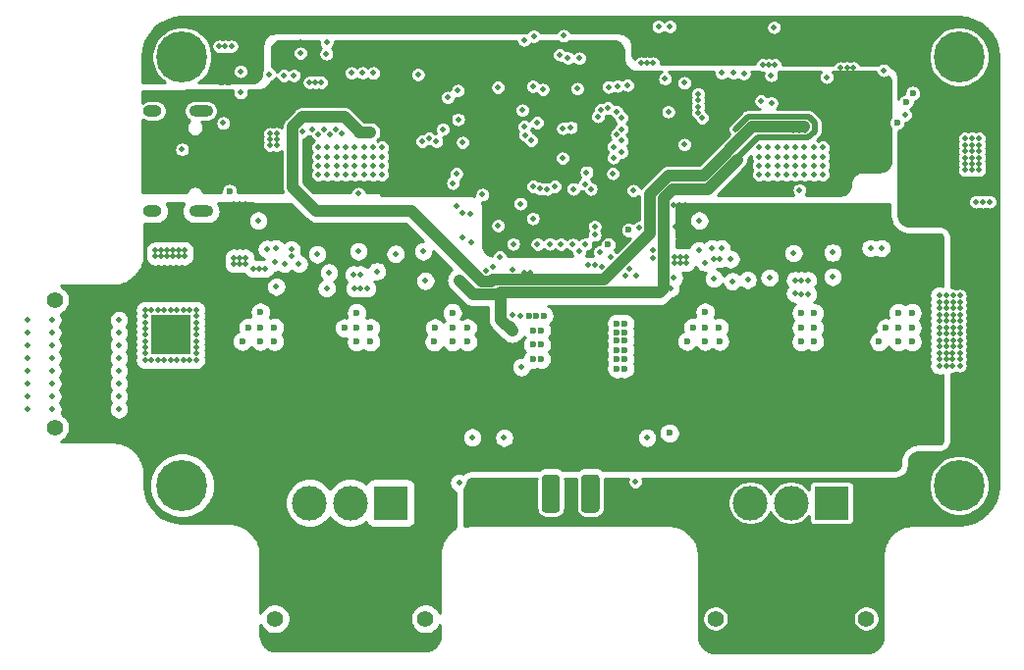
<source format=gbr>
%TF.GenerationSoftware,KiCad,Pcbnew,(5.1.5)-3*%
%TF.CreationDate,2021-04-30T11:05:50+08:00*%
%TF.ProjectId,bldc_motor_cntroller,626c6463-5f6d-46f7-946f-725f636e7472,rev?*%
%TF.SameCoordinates,PX57bcf00PY69db9c0*%
%TF.FileFunction,Copper,L3,Inr*%
%TF.FilePolarity,Positive*%
%FSLAX46Y46*%
G04 Gerber Fmt 4.6, Leading zero omitted, Abs format (unit mm)*
G04 Created by KiCad (PCBNEW (5.1.5)-3) date 2021-04-30 11:05:50*
%MOMM*%
%LPD*%
G04 APERTURE LIST*
%TA.AperFunction,ViaPad*%
%ADD10C,0.508000*%
%TD*%
%TA.AperFunction,ViaPad*%
%ADD11C,0.100000*%
%TD*%
%TA.AperFunction,ViaPad*%
%ADD12C,0.700000*%
%TD*%
%TA.AperFunction,ViaPad*%
%ADD13C,4.400000*%
%TD*%
%TA.AperFunction,ViaPad*%
%ADD14C,3.500000*%
%TD*%
%TA.AperFunction,ViaPad*%
%ADD15R,3.500000X3.500000*%
%TD*%
%TA.AperFunction,ViaPad*%
%ADD16C,1.400000*%
%TD*%
%TA.AperFunction,ViaPad*%
%ADD17C,3.000000*%
%TD*%
%TA.AperFunction,ViaPad*%
%ADD18R,3.000000X3.000000*%
%TD*%
%TA.AperFunction,ViaPad*%
%ADD19O,2.100000X1.000000*%
%TD*%
%TA.AperFunction,ViaPad*%
%ADD20O,1.600000X1.000000*%
%TD*%
%TA.AperFunction,ViaPad*%
%ADD21C,0.500000*%
%TD*%
%TA.AperFunction,ViaPad*%
%ADD22C,0.600000*%
%TD*%
%TA.AperFunction,Conductor*%
%ADD23C,1.000000*%
%TD*%
%TA.AperFunction,Conductor*%
%ADD24C,0.500000*%
%TD*%
%TA.AperFunction,Conductor*%
%ADD25C,0.254000*%
%TD*%
G04 APERTURE END LIST*
D10*
%TO.N,GND*%
%TO.C,U1*%
X64244100Y44181100D03*
X65031500Y44181100D03*
X65818900Y44181100D03*
X66606300Y44181100D03*
X67393700Y44181100D03*
X68181100Y44181100D03*
X68968500Y44181100D03*
X69755900Y44181100D03*
X64244100Y43393700D03*
X65031500Y43393700D03*
X65818900Y43393700D03*
X66606300Y43393700D03*
X67393700Y43393700D03*
X68181100Y43393700D03*
X68968500Y43393700D03*
X69755900Y43393700D03*
X64244100Y42606300D03*
X65031500Y42606300D03*
X65818900Y42606300D03*
X66606300Y42606300D03*
X67393700Y42606300D03*
X68181100Y42606300D03*
X68968500Y42606300D03*
X69755900Y42606300D03*
X64244100Y41818900D03*
X65031500Y41818900D03*
X65818900Y41818900D03*
X66606300Y41818900D03*
X67393700Y41818900D03*
X68181100Y41818900D03*
X68968500Y41818900D03*
X69755900Y41818900D03*
%TD*%
%TO.N,GND*%
%TO.C,U2*%
X31755900Y41818900D03*
X30968500Y41818900D03*
X30181100Y41818900D03*
X29393700Y41818900D03*
X28606300Y41818900D03*
X27818900Y41818900D03*
X27031500Y41818900D03*
X26244100Y41818900D03*
X31755900Y42606300D03*
X30968500Y42606300D03*
X30181100Y42606300D03*
X29393700Y42606300D03*
X28606300Y42606300D03*
X27818900Y42606300D03*
X27031500Y42606300D03*
X26244100Y42606300D03*
X31755900Y43393700D03*
X30968500Y43393700D03*
X30181100Y43393700D03*
X29393700Y43393700D03*
X28606300Y43393700D03*
X27818900Y43393700D03*
X27031500Y43393700D03*
X26244100Y43393700D03*
X31755900Y44181100D03*
X30968500Y44181100D03*
X30181100Y44181100D03*
X29393700Y44181100D03*
X28606300Y44181100D03*
X27818900Y44181100D03*
X27031500Y44181100D03*
X26244100Y44181100D03*
%TD*%
%TA.AperFunction,ViaPad*%
D11*
%TO.N,GND*%
%TO.C,H5*%
G36*
X50139207Y15948074D02*
G01*
X50178036Y15942314D01*
X50216114Y15932776D01*
X50253073Y15919552D01*
X50288559Y15902769D01*
X50322228Y15882588D01*
X50353757Y15859204D01*
X50382843Y15832843D01*
X50409204Y15803757D01*
X50432588Y15772228D01*
X50452769Y15738559D01*
X50469552Y15703073D01*
X50482776Y15666114D01*
X50492314Y15628036D01*
X50498074Y15589207D01*
X50500000Y15550000D01*
X50500000Y13050000D01*
X50498074Y13010793D01*
X50492314Y12971964D01*
X50482776Y12933886D01*
X50469552Y12896927D01*
X50452769Y12861441D01*
X50432588Y12827772D01*
X50409204Y12796243D01*
X50382843Y12767157D01*
X50353757Y12740796D01*
X50322228Y12717412D01*
X50288559Y12697231D01*
X50253073Y12680448D01*
X50216114Y12667224D01*
X50178036Y12657686D01*
X50139207Y12651926D01*
X50100000Y12650000D01*
X49300000Y12650000D01*
X49260793Y12651926D01*
X49221964Y12657686D01*
X49183886Y12667224D01*
X49146927Y12680448D01*
X49111441Y12697231D01*
X49077772Y12717412D01*
X49046243Y12740796D01*
X49017157Y12767157D01*
X48990796Y12796243D01*
X48967412Y12827772D01*
X48947231Y12861441D01*
X48930448Y12896927D01*
X48917224Y12933886D01*
X48907686Y12971964D01*
X48901926Y13010793D01*
X48900000Y13050000D01*
X48900000Y15550000D01*
X48901926Y15589207D01*
X48907686Y15628036D01*
X48917224Y15666114D01*
X48930448Y15703073D01*
X48947231Y15738559D01*
X48967412Y15772228D01*
X48990796Y15803757D01*
X49017157Y15832843D01*
X49046243Y15859204D01*
X49077772Y15882588D01*
X49111441Y15902769D01*
X49146927Y15919552D01*
X49183886Y15932776D01*
X49221964Y15942314D01*
X49260793Y15948074D01*
X49300000Y15950000D01*
X50100000Y15950000D01*
X50139207Y15948074D01*
G37*
%TD.AperFunction*%
%TD*%
%TA.AperFunction,ViaPad*%
%TO.N,/Power Management/HS*%
%TO.C,H6*%
G36*
X46739207Y15948074D02*
G01*
X46778036Y15942314D01*
X46816114Y15932776D01*
X46853073Y15919552D01*
X46888559Y15902769D01*
X46922228Y15882588D01*
X46953757Y15859204D01*
X46982843Y15832843D01*
X47009204Y15803757D01*
X47032588Y15772228D01*
X47052769Y15738559D01*
X47069552Y15703073D01*
X47082776Y15666114D01*
X47092314Y15628036D01*
X47098074Y15589207D01*
X47100000Y15550000D01*
X47100000Y13050000D01*
X47098074Y13010793D01*
X47092314Y12971964D01*
X47082776Y12933886D01*
X47069552Y12896927D01*
X47052769Y12861441D01*
X47032588Y12827772D01*
X47009204Y12796243D01*
X46982843Y12767157D01*
X46953757Y12740796D01*
X46922228Y12717412D01*
X46888559Y12697231D01*
X46853073Y12680448D01*
X46816114Y12667224D01*
X46778036Y12657686D01*
X46739207Y12651926D01*
X46700000Y12650000D01*
X45900000Y12650000D01*
X45860793Y12651926D01*
X45821964Y12657686D01*
X45783886Y12667224D01*
X45746927Y12680448D01*
X45711441Y12697231D01*
X45677772Y12717412D01*
X45646243Y12740796D01*
X45617157Y12767157D01*
X45590796Y12796243D01*
X45567412Y12827772D01*
X45547231Y12861441D01*
X45530448Y12896927D01*
X45517224Y12933886D01*
X45507686Y12971964D01*
X45501926Y13010793D01*
X45500000Y13050000D01*
X45500000Y15550000D01*
X45501926Y15589207D01*
X45507686Y15628036D01*
X45517224Y15666114D01*
X45530448Y15703073D01*
X45547231Y15738559D01*
X45567412Y15772228D01*
X45590796Y15803757D01*
X45617157Y15832843D01*
X45646243Y15859204D01*
X45677772Y15882588D01*
X45711441Y15902769D01*
X45746927Y15919552D01*
X45783886Y15932776D01*
X45821964Y15942314D01*
X45860793Y15948074D01*
X45900000Y15950000D01*
X46700000Y15950000D01*
X46739207Y15948074D01*
G37*
%TD.AperFunction*%
%TD*%
D12*
%TO.N,GND*%
%TO.C,H4*%
X82666726Y16166726D03*
X81500000Y16650000D03*
X80333274Y16166726D03*
X79850000Y15000000D03*
X80333274Y13833274D03*
X81500000Y13350000D03*
X82666726Y13833274D03*
X83150000Y15000000D03*
D13*
X81500000Y15000000D03*
%TD*%
D12*
%TO.N,GND*%
%TO.C,H3*%
X82666726Y53166726D03*
X81500000Y53650000D03*
X80333274Y53166726D03*
X79850000Y52000000D03*
X80333274Y50833274D03*
X81500000Y50350000D03*
X82666726Y50833274D03*
X83150000Y52000000D03*
D13*
X81500000Y52000000D03*
%TD*%
D12*
%TO.N,GND*%
%TO.C,H2*%
X15666726Y16166726D03*
X14500000Y16650000D03*
X13333274Y16166726D03*
X12850000Y15000000D03*
X13333274Y13833274D03*
X14500000Y13350000D03*
X15666726Y13833274D03*
X16150000Y15000000D03*
D13*
X14500000Y15000000D03*
%TD*%
D12*
%TO.N,GND*%
%TO.C,H1*%
X15666726Y53166726D03*
X14500000Y53650000D03*
X13333274Y53166726D03*
X12850000Y52000000D03*
X13333274Y50833274D03*
X14500000Y50350000D03*
X15666726Y50833274D03*
X16150000Y52000000D03*
D13*
X14500000Y52000000D03*
%TD*%
D14*
%TO.N,VDC*%
%TO.C,J3*%
X13500000Y23000000D03*
D15*
%TO.N,GND*%
X13500000Y28000000D03*
D16*
%TO.N,*%
X3500000Y20000000D03*
X3500000Y31000000D03*
%TD*%
D17*
%TO.N,/Motor Driver/SH_C*%
%TO.C,J1*%
X63500000Y13500000D03*
%TO.N,/Motor Driver/SH_B*%
X67000000Y13500000D03*
D18*
%TO.N,/Motor Driver/SH_A*%
X70500000Y13500000D03*
D16*
%TO.N,*%
X60500000Y3500000D03*
X73500000Y3500000D03*
%TD*%
D17*
%TO.N,/Motor_Driver2/SH_C*%
%TO.C,J2*%
X25500000Y13500000D03*
%TO.N,/Motor_Driver2/SH_B*%
X29000000Y13500000D03*
D18*
%TO.N,/Motor_Driver2/SH_A*%
X32500000Y13500000D03*
D16*
%TO.N,*%
X22500000Y3500000D03*
X35500000Y3500000D03*
%TD*%
D19*
%TO.N,GND*%
%TO.C,J4*%
X16130000Y38680000D03*
X16130000Y47320000D03*
D20*
X11950000Y47320000D03*
X11950000Y38680000D03*
%TD*%
D21*
%TO.N,GND*%
X50740000Y33840000D03*
X55120000Y35330000D03*
X55140000Y34660000D03*
X60860000Y34550000D03*
X60360000Y34550000D03*
X23910000Y35360000D03*
X23930000Y34790000D03*
X26960000Y32020000D03*
X30460000Y32015002D03*
X29360000Y32015002D03*
X29910000Y32015002D03*
X29290000Y33220000D03*
X29900000Y33215002D03*
X81565000Y26445000D03*
X80960834Y25895000D03*
X80965000Y25345000D03*
X81565000Y25345000D03*
X81562917Y25895000D03*
X80965000Y26445000D03*
X81585000Y29745000D03*
X80975000Y31385000D03*
X81582917Y30295000D03*
X81575000Y30835000D03*
X80985000Y28645000D03*
X81575000Y27535000D03*
X81582917Y26995000D03*
X81572917Y28085000D03*
X80985000Y29195000D03*
X80970834Y28085000D03*
X80985000Y30295000D03*
X81582917Y29195000D03*
X81572917Y31385000D03*
X80980834Y26995000D03*
X81585000Y28645000D03*
X80985000Y29745000D03*
X80975000Y27535000D03*
X80975000Y30835000D03*
X14700000Y35280000D03*
X14200000Y35280000D03*
X14200000Y34780000D03*
X14700000Y34780000D03*
X13700000Y34780000D03*
X13700000Y35280000D03*
X67350000Y31550002D03*
X67900000Y31525002D03*
X68475000Y31525002D03*
X67350000Y32725002D03*
X67900000Y32725002D03*
X68450000Y32725002D03*
X44000000Y45975000D03*
X46650000Y40800000D03*
X84155000Y39490000D03*
X83557083Y39490000D03*
X82959166Y39490000D03*
X9055000Y22668671D03*
X9055000Y23767337D03*
X9055000Y28162001D03*
X9055000Y29260667D03*
X9055000Y25964669D03*
X9055000Y24866003D03*
X9055000Y21570000D03*
X9055000Y27063335D03*
X1155000Y22668671D03*
X1155000Y23767337D03*
X1155000Y28162001D03*
X1155000Y29260667D03*
X1155000Y25964669D03*
X1155000Y24866003D03*
X1155000Y21570000D03*
X1155000Y27063335D03*
X15700000Y26387500D03*
X11300000Y26387500D03*
X14050000Y25850000D03*
X12950000Y25850000D03*
X15150000Y25850000D03*
X14600000Y25850000D03*
X11850000Y25850000D03*
X13500000Y25850000D03*
X12400000Y25850000D03*
X11300000Y25850000D03*
X15700000Y25850000D03*
X15700000Y28000000D03*
X15700000Y29075000D03*
X15700000Y26925000D03*
X15700000Y27462500D03*
X15700000Y30150000D03*
X15700000Y28537500D03*
X15700000Y29612500D03*
X11300000Y28000000D03*
X11300000Y29075000D03*
X11300000Y26925000D03*
X11300000Y27462500D03*
X11300000Y30150000D03*
X11300000Y28537500D03*
X11300000Y29612500D03*
D22*
X74600000Y27425000D03*
X76950000Y48100000D03*
D21*
X3305000Y24866003D03*
X3305000Y23767337D03*
X3305000Y28162001D03*
X3305000Y29260667D03*
X3305000Y27063335D03*
X3305000Y25964669D03*
X3305000Y22668671D03*
X3305000Y21570000D03*
X80402917Y26995000D03*
X80395000Y27535000D03*
X80405000Y26445000D03*
X80405000Y25345000D03*
X80402917Y25895000D03*
X80392917Y28085000D03*
X79790834Y28085000D03*
X79805000Y29195000D03*
X79805000Y30295000D03*
X79800834Y25895000D03*
X80402917Y30295000D03*
X80395000Y30835000D03*
X79805000Y25345000D03*
X79795000Y31385000D03*
X79805000Y28645000D03*
X79805000Y26445000D03*
X80402917Y29195000D03*
X80392917Y31385000D03*
X79800834Y26995000D03*
X80405000Y29745000D03*
X79795000Y27535000D03*
X80405000Y28645000D03*
X79795000Y30835000D03*
X79805000Y29745000D03*
X83220000Y44955000D03*
X82020000Y44955000D03*
X82620000Y44955000D03*
X82622083Y44405000D03*
X82024166Y44405000D03*
X83220000Y44405000D03*
X82630000Y42765000D03*
X82030000Y42765000D03*
X83220000Y43855000D03*
X82620000Y43855000D03*
X82622083Y43305000D03*
X83230000Y42765000D03*
X82632083Y42215000D03*
X82034166Y42215000D03*
X83230000Y42215000D03*
X82020000Y43855000D03*
X82024166Y43305000D03*
X83220000Y43305000D03*
X11850000Y30150000D03*
X12950000Y30150000D03*
X12400000Y30150000D03*
X12700000Y34770000D03*
X13200000Y35270000D03*
X12200000Y34770000D03*
X12700000Y35270000D03*
X12200000Y35270000D03*
X13200000Y34770000D03*
X14050000Y30150000D03*
X15150000Y30150000D03*
X13500000Y30150000D03*
X14600000Y30150000D03*
X19450000Y34150000D03*
X19450000Y34650000D03*
X19950000Y34150000D03*
X19950000Y34650000D03*
X18950000Y34650000D03*
X18950000Y34150000D03*
X57500000Y34725000D03*
X58000000Y34725000D03*
X57000000Y34725000D03*
X58000000Y34225000D03*
X57000000Y34225000D03*
X26000006Y49800000D03*
X26500006Y49800000D03*
D22*
X52000000Y29000000D03*
X52000000Y28200000D03*
X52650000Y29000000D03*
X52650000Y28200000D03*
X52650000Y25900000D03*
X52000000Y25900000D03*
X52650000Y26700000D03*
X52000000Y26700000D03*
X52000000Y27500000D03*
X52650000Y25100000D03*
X52000000Y25100000D03*
X52650000Y27500000D03*
X45450000Y27150000D03*
X44750000Y27150000D03*
X45450000Y25900000D03*
X44750000Y25900000D03*
X44750000Y28400000D03*
X44400000Y29650000D03*
X45700000Y29650000D03*
X45050000Y29650000D03*
X77450000Y27400000D03*
X76250000Y27400000D03*
X75200000Y28600000D03*
X77450000Y29900000D03*
X77450000Y28600000D03*
X76250000Y28600000D03*
X76250000Y29900000D03*
X36250000Y27400000D03*
X37800000Y29900000D03*
X39100000Y27400000D03*
X37800000Y27400000D03*
X36300000Y28600000D03*
X39100000Y28600000D03*
X37800000Y28600000D03*
D21*
X67750000Y40500000D03*
X30075000Y50600000D03*
X29125000Y50600004D03*
X30992304Y50592304D03*
X48200000Y35800000D03*
D22*
X45450000Y28400000D03*
D21*
X43700000Y29650000D03*
X25500000Y49800000D03*
X53950000Y37275000D03*
X43025000Y29725000D03*
X29700000Y40200000D03*
X22000000Y50500000D03*
X70100000Y50250000D03*
X76850000Y47000000D03*
X57500000Y34225000D03*
X34840000Y50460000D03*
X44750000Y38050000D03*
D22*
X18600000Y40400000D03*
D21*
X74990000Y50840000D03*
D22*
X76150000Y46300000D03*
D21*
X62939979Y50550118D03*
X65300000Y50400000D03*
X54600000Y51450000D03*
X55100000Y51449998D03*
X54100000Y51450000D03*
X44750000Y49449999D03*
D22*
X77525000Y48850000D03*
D21*
X54600000Y19100000D03*
X38388407Y15213407D03*
X18050000Y46275000D03*
X43024998Y33620010D03*
X55575000Y54600000D03*
X22085000Y44865000D03*
X22085000Y44365000D03*
X22085000Y45365000D03*
X22635000Y44365000D03*
X22635000Y45365000D03*
X59000000Y47150000D03*
X59000000Y47700000D03*
X59000000Y48250000D03*
X60350000Y32850000D03*
X59350000Y46750000D03*
X22635000Y44865000D03*
X59000000Y48800000D03*
X65100000Y51300000D03*
X64600000Y51300000D03*
X65600000Y51300000D03*
D22*
X56522696Y19522696D03*
D21*
X43750000Y25200000D03*
X43050000Y35849990D03*
X38299996Y46600000D03*
X38700000Y44600000D03*
X38150000Y41910010D03*
X38150006Y39100000D03*
X38700000Y38500006D03*
X41750000Y49350012D03*
X56150000Y50100000D03*
D22*
X53000000Y37050006D03*
X51250006Y35799996D03*
D21*
X49300000Y35850000D03*
X47175000Y35825000D03*
X46225000Y35850000D03*
X45150000Y35830000D03*
X35474998Y32650000D03*
X21075000Y37875000D03*
X38275004Y49075000D03*
X59100000Y37875000D03*
X37850000Y41100000D03*
X42275000Y19125004D03*
X39525000Y19150000D03*
X53600000Y15325010D03*
X35300000Y35209899D03*
X74810000Y35490000D03*
X73860000Y35490004D03*
X21650000Y33690000D03*
X21150000Y33690000D03*
X20650000Y33690000D03*
X56419998Y47270000D03*
X14500000Y44000000D03*
X24722313Y52310000D03*
%TO.N,VDC*%
X57410000Y39220000D03*
X57910000Y39220000D03*
X56910000Y39220000D03*
X58010000Y37320000D03*
X57010000Y37320000D03*
X19450000Y38800000D03*
X19950000Y39300000D03*
X19950000Y38800000D03*
X18950000Y39300000D03*
X19450000Y39300000D03*
X18950000Y38800000D03*
D22*
X50100000Y19000000D03*
X48000000Y19000000D03*
X47300000Y19000000D03*
X50800000Y19000000D03*
X49400000Y19000000D03*
X48700000Y19000000D03*
X50100000Y19700000D03*
X48000000Y19700000D03*
X47300000Y19700000D03*
X50800000Y19700000D03*
X49400000Y19700000D03*
X48700000Y19700000D03*
X50100000Y20400000D03*
X48000000Y20400000D03*
X47300000Y20400000D03*
X50800000Y20400000D03*
X49400000Y20400000D03*
X48700000Y20400000D03*
X50800000Y21100000D03*
X50100000Y21100000D03*
X49400000Y21100000D03*
X48700000Y21100000D03*
X48000000Y21100000D03*
X47300000Y21100000D03*
X50800000Y21800000D03*
X50100000Y21800000D03*
X49400000Y21800000D03*
X48700000Y21800000D03*
X48000000Y21800000D03*
X73100000Y20800000D03*
X71525000Y22400000D03*
X71525000Y23200000D03*
X73100000Y22400000D03*
X73100000Y21600000D03*
X71525000Y20800000D03*
X71525000Y21600000D03*
X73100000Y23200000D03*
X79550000Y24400000D03*
X79550000Y22600000D03*
X79550000Y20700000D03*
X79550000Y21600000D03*
X79550000Y23500000D03*
X77975000Y21600000D03*
X77975000Y20700000D03*
X77975000Y23500000D03*
X77975000Y22600000D03*
X77975000Y24400000D03*
X64800000Y22400000D03*
X63250000Y20800000D03*
X69675000Y23200000D03*
X63250000Y21600000D03*
X63250000Y22400000D03*
X64800000Y20800000D03*
X64800000Y21600000D03*
X69675000Y21600000D03*
X63250000Y23200000D03*
X69675000Y22400000D03*
X64800000Y23200000D03*
X69675000Y20800000D03*
X61400000Y21600000D03*
X61400000Y20800000D03*
X61400000Y23200000D03*
X61400000Y22400000D03*
X55000000Y20800000D03*
X54350000Y21600000D03*
X55000000Y22400000D03*
X54350000Y23200000D03*
X54350000Y20800000D03*
X55000000Y23200000D03*
X54350000Y22400000D03*
X56500000Y21600000D03*
X56500000Y23200000D03*
X56500000Y22400000D03*
X56500000Y20800000D03*
X55000000Y21600000D03*
X41150000Y22400000D03*
X41150000Y20800000D03*
X41150000Y21600000D03*
X41150000Y23200000D03*
X41800000Y22400000D03*
X41800000Y20800000D03*
X41800000Y21600000D03*
X41800000Y23200000D03*
X39650000Y22400000D03*
X39650000Y23200000D03*
X39650000Y20800000D03*
X39650000Y21600000D03*
X34650000Y23200000D03*
X34650000Y22400000D03*
X34650000Y21600000D03*
X34650000Y20800000D03*
X26225000Y21600000D03*
X26225000Y20800000D03*
X26225000Y23200000D03*
X26225000Y22400000D03*
X31550000Y23200000D03*
X33100000Y21600000D03*
X33100000Y20800000D03*
X31550000Y21600000D03*
X31550000Y22400000D03*
X33100000Y23200000D03*
X33100000Y22400000D03*
X31550000Y20800000D03*
X23200000Y20800000D03*
X23200000Y22400000D03*
X23200000Y23200000D03*
X23200000Y21600000D03*
X24800000Y23200000D03*
X24800000Y21600000D03*
X24800000Y22400000D03*
X24800000Y20800000D03*
X18225000Y20800000D03*
X18225000Y22600000D03*
X18225000Y24500000D03*
X18225000Y23600000D03*
X18225000Y21700000D03*
X16650000Y24500000D03*
X16650000Y22600000D03*
X16650000Y21700000D03*
X16650000Y20800000D03*
X16650000Y23600000D03*
X47300000Y21800000D03*
D21*
X57510000Y37320000D03*
X73860001Y37820001D03*
%TO.N,/Microcontroller Interface/VBUS_S*%
X51425000Y34700000D03*
X48750000Y35200000D03*
%TO.N,GVDD*%
X30750000Y45345000D03*
X30250000Y45345000D03*
X67240000Y45670000D03*
X44000000Y32900000D03*
X44000000Y33400000D03*
X44500000Y32900000D03*
X44500000Y33400000D03*
X67740000Y45670000D03*
X29750000Y45344987D03*
X68250000Y45675000D03*
%TO.N,+5V*%
X77005000Y43890000D03*
X76405000Y43890000D03*
X76407083Y43340000D03*
X77005000Y43340000D03*
X77015000Y42800000D03*
X76415000Y42800000D03*
X76417083Y42250000D03*
X77015000Y42250000D03*
X69700000Y51425000D03*
X69700000Y51975000D03*
X70275000Y51425000D03*
X70275000Y51975000D03*
X77005000Y44440000D03*
X77005000Y44990000D03*
X76407083Y44440000D03*
X76405000Y44990000D03*
X81191666Y38250000D03*
X81775000Y38250000D03*
X79408333Y38250000D03*
X78825000Y38250000D03*
X79991666Y38250000D03*
X80575000Y38250000D03*
X76475000Y38250000D03*
X77058333Y38250000D03*
X78225000Y38250000D03*
X77641666Y38250000D03*
X76525000Y51425000D03*
X73475000Y51900000D03*
X76525000Y51950000D03*
X73475000Y51375000D03*
D22*
X18550000Y49825000D03*
X17950000Y49825000D03*
D21*
X56375000Y51499957D03*
X20500000Y53175000D03*
X20000000Y53175000D03*
X20000000Y52675000D03*
X20500000Y52675000D03*
X21000000Y52675000D03*
X21000000Y53175000D03*
X54600000Y15325000D03*
X39400004Y15225000D03*
%TO.N,/Microcontroller Interface/M0_TEMP*%
X50075000Y36625000D03*
X50500000Y35150000D03*
X48250001Y40599999D03*
%TO.N,/Motor Driver/CSENSE_1*%
X62025000Y50600000D03*
X44100000Y45249994D03*
%TO.N,/Motor Driver/CSENSE_2*%
X61030010Y50600000D03*
X44600000Y44800000D03*
%TO.N,/Motor Driver/SN2*%
X59574996Y34250000D03*
%TO.N,/Motor Driver/SP2*%
X59054990Y35275000D03*
%TO.N,/Motor Driver/SN1*%
X61000000Y35460011D03*
%TO.N,/Motor Driver/SP1*%
X60206524Y35471063D03*
%TO.N,/I/O Interface/DEBUG_SWCLK*%
X52925000Y49550000D03*
%TO.N,/I/O Interface/DEBUG_SWDIO*%
X52050000Y49475000D03*
D22*
%TO.N,/Motor Driver/SL_C*%
X58050000Y27450000D03*
X60850000Y27450000D03*
X59600000Y28650000D03*
X59600000Y27450000D03*
X59600000Y29950000D03*
X60800000Y28650000D03*
X58550000Y28650000D03*
D21*
X63275000Y32750006D03*
X61804990Y34524998D03*
D22*
%TO.N,/Motor Driver/SL_B*%
X69025000Y29875000D03*
X67900000Y29900000D03*
X69000000Y27400000D03*
X67900000Y27400000D03*
X69000000Y28600000D03*
X67900000Y28600000D03*
D21*
%TO.N,/I/O Interface/CAN_D*%
X43982474Y53467526D03*
%TO.N,/I/O Interface/CAN_R*%
X44822521Y53779999D03*
%TO.N,/I/O Interface/BOOT0*%
X47400000Y53810032D03*
X56575000Y54600000D03*
%TO.N,/I/O Interface/GPIO_8*%
X48750002Y51875000D03*
%TO.N,/Microcontroller Interface/SPI_MOSI*%
X50350000Y46850000D03*
X36430000Y44690000D03*
%TO.N,/Microcontroller Interface/SPI_MISO*%
X35780938Y44972277D03*
X50607367Y47417790D03*
%TO.N,/Microcontroller Interface/SPI_SCK*%
X35221576Y44704828D03*
X51225000Y47600000D03*
%TO.N,/I/O Interface/GPIO_7*%
X51275000Y49400000D03*
%TO.N,/I/O Interface/USB_DP*%
X52000000Y47250000D03*
X19550000Y50750000D03*
%TO.N,/Microcontroller Interface/M0_BH*%
X52384181Y45761629D03*
X64440002Y48170000D03*
%TO.N,/Microcontroller Interface/M0_AH*%
X52000000Y45275000D03*
X65310000Y48020000D03*
%TO.N,/Microcontroller Interface/EN_GATE*%
X28275000Y45350000D03*
X51650000Y41930010D03*
%TO.N,/I/O Interface/GPIO_6*%
X50079969Y37363594D03*
X49747930Y40583800D03*
%TO.N,/I/O Interface/GPIO_5*%
X47340000Y45830000D03*
%TO.N,/I/O Interface/GPIO_4*%
X43660000Y39330000D03*
X41760000Y37420000D03*
X36970000Y45750000D03*
%TO.N,/I/O Interface/GPIO_3*%
X37420000Y48490000D03*
%TO.N,/I/O Interface/GPIO_2*%
X38700000Y36372816D03*
%TO.N,/I/O Interface/GPIO_1*%
X39450000Y36000004D03*
%TO.N,/Microcontroller Interface/SPI_M0_nCS*%
X45100000Y46325000D03*
X48030000Y45920000D03*
%TO.N,/Motor_Driver2/SN1*%
X23320942Y34120942D03*
%TO.N,/Motor_Driver2/SP1*%
X22574996Y35475000D03*
%TO.N,/Motor_Driver2/SN2*%
X21799998Y35425000D03*
%TO.N,/Motor_Driver2/SP2*%
X22475000Y34275000D03*
%TO.N,/Motor_Driver2/CSENSE_1*%
X24149988Y50369990D03*
X39340150Y38434846D03*
%TO.N,/Motor_Driver2/CSENSE_2*%
X40400000Y40100000D03*
X23250000Y50369990D03*
D22*
%TO.N,/Motor_Driver2/SL_B*%
X30750000Y27400000D03*
X29550000Y28600000D03*
X29550000Y27400000D03*
X29550000Y29900000D03*
X30750000Y28600000D03*
X28500000Y28600000D03*
%TO.N,/Motor_Driver2/SL_C*%
X22450000Y28650000D03*
X20200000Y28650000D03*
X19700000Y27450000D03*
X22450000Y27450000D03*
X21250000Y28650000D03*
X21250000Y27450000D03*
X21250000Y29950000D03*
D21*
X22630152Y32155152D03*
%TO.N,/Microcontroller Interface/M1_CH*%
X51700000Y44240013D03*
X25713673Y45755010D03*
%TO.N,/Microcontroller Interface/M1_BH*%
X52424045Y43772685D03*
X26757620Y45682126D03*
%TO.N,/Microcontroller Interface/M1_AH*%
X27751992Y45682982D03*
X51700002Y43300000D03*
%TO.N,/Microcontroller Interface/M1_CL*%
X24901224Y45548776D03*
X49238704Y41020524D03*
%TO.N,/Microcontroller Interface/M1_BL*%
X26250791Y45325000D03*
X49386935Y42040021D03*
%TO.N,/Microcontroller Interface/M1_AL*%
X27250000Y45300000D03*
X47300000Y43245021D03*
%TO.N,+3V3*%
X35625000Y51900000D03*
X35625000Y52450000D03*
X35625000Y51350000D03*
X35075000Y51900000D03*
X35075000Y51350000D03*
X35075000Y52450000D03*
X72950000Y50525000D03*
X72950000Y50025000D03*
X72400000Y50025000D03*
X71850000Y50025000D03*
X71275000Y50025000D03*
X72400000Y51025000D03*
X72400000Y50525000D03*
X71850000Y50525000D03*
X71275000Y50525000D03*
X71850000Y51025000D03*
X71275000Y51025000D03*
X32125000Y50550000D03*
X32125000Y51100000D03*
X32125000Y51650000D03*
X44650000Y35350000D03*
X53800000Y38700000D03*
X70254136Y40481588D03*
X32247601Y40200000D03*
X55200000Y43700000D03*
X45600000Y46950000D03*
X44600000Y46950000D03*
X46600000Y46949998D03*
X48600000Y46950000D03*
D22*
X54499998Y49375000D03*
D21*
X42550000Y49250000D03*
X43950000Y49500000D03*
X47760000Y46950000D03*
X24680000Y53240000D03*
%TO.N,/I/O Interface/ENC0_Z*%
X52400000Y44750000D03*
X53100000Y33700000D03*
%TO.N,/I/O Interface/ENC0_B*%
X53700000Y33100000D03*
X57800000Y49750000D03*
X57825000Y44425000D03*
X47774380Y51887605D03*
%TO.N,/I/O Interface/ENC0_A*%
X48575000Y49250000D03*
X52700000Y33125000D03*
X53420000Y40450000D03*
%TO.N,/I/O Interface/ENC1_Z*%
X41900000Y34711839D03*
X43834764Y47384764D03*
X44780000Y40820000D03*
%TO.N,/I/O Interface/ENC1_B*%
X45600000Y49174992D03*
X40750000Y33500000D03*
X45364690Y40613718D03*
%TO.N,/I/O Interface/ENC1_A*%
X41300000Y33850000D03*
X47050000Y52175000D03*
X45984545Y40599784D03*
%TO.N,Net-(Q1-Pad7)*%
X70600000Y35100000D03*
X70600000Y33000002D03*
%TO.N,Net-(Q3-Pad7)*%
X67225000Y35050000D03*
X65150000Y32949998D03*
%TO.N,Net-(Q5-Pad7)*%
X61950000Y32634989D03*
X56920010Y32900000D03*
%TO.N,Net-(Q7-Pad7)*%
X32900000Y35000000D03*
X31320909Y33485919D03*
%TO.N,Net-(Q9-Pad7)*%
X27175000Y33395010D03*
X29699994Y35209897D03*
%TO.N,Net-(Q11-Pad7)*%
X26150000Y34950000D03*
X24575879Y34134673D03*
%TO.N,+3.3VA*%
X42975000Y28350000D03*
X56050000Y32000000D03*
X56600000Y32000000D03*
X42975000Y28900000D03*
X39100000Y32000000D03*
D22*
X38399997Y32700003D03*
D21*
X65550000Y54550000D03*
X62232621Y45746934D03*
%TO.N,CAN_L*%
X26970000Y53230000D03*
%TO.N,CAN_H*%
X26950000Y52260000D03*
%TO.N,Net-(F1-Pad1)*%
X18225000Y52900000D03*
X17700006Y52900000D03*
X18750000Y52900000D03*
%TO.N,/I/O Interface/USB_DN*%
X52400000Y46750000D03*
X19550000Y48900000D03*
%TO.N,Net-(C52-Pad1)*%
X50075000Y34025000D03*
X49500000Y34025000D03*
%TD*%
D23*
%TO.N,GVDD*%
X29750000Y45500000D02*
X30750000Y45500000D01*
X63666068Y45950000D02*
X68175000Y45950000D01*
X59466068Y41750000D02*
X63666068Y45950000D01*
X24864846Y46800000D02*
X24031223Y45966377D01*
X41167601Y32629999D02*
X41287602Y32750000D01*
X28500000Y46800000D02*
X24864846Y46800000D01*
X29749998Y45550002D02*
X28500000Y46800000D01*
X34262398Y38700000D02*
X40332399Y32629999D01*
X26100000Y38700000D02*
X34262398Y38700000D01*
X40332399Y32629999D02*
X41167601Y32629999D01*
X24031223Y45966377D02*
X24031223Y40768777D01*
X24031223Y40768777D02*
X26100000Y38700000D01*
X41287602Y32750000D02*
X50886814Y32750000D01*
X50886814Y32750000D02*
X54850000Y36713186D01*
X54850000Y36713186D02*
X54850000Y40175000D01*
X54850000Y40175000D02*
X56425000Y41750000D01*
X56425000Y41750000D02*
X59466068Y41750000D01*
D24*
%TO.N,+3.3VA*%
X39350000Y31750000D02*
X44150000Y31750000D01*
X39100000Y32000000D02*
X39350000Y31750000D01*
D23*
X55800001Y31750001D02*
X56050000Y32000000D01*
X55679990Y31629990D02*
X55800001Y31750001D01*
X42004990Y29320010D02*
X42004990Y31629990D01*
X42975000Y28350000D02*
X42004990Y29320010D01*
X42004990Y31629990D02*
X55679990Y31629990D01*
X59850000Y40550000D02*
X62400000Y43100000D01*
X56050000Y36309251D02*
X56039999Y36319252D01*
X56039999Y39781067D02*
X56808932Y40550000D01*
X56808932Y40550000D02*
X59850000Y40550000D01*
X56039999Y36319252D02*
X56039999Y39781067D01*
D24*
X69045011Y46310370D02*
X68535370Y46820011D01*
X62400000Y43100000D02*
X62400000Y43260522D01*
X63305698Y46820011D02*
X62482620Y45996933D01*
X62400000Y43260522D02*
X64189477Y45049999D01*
X62482620Y45996933D02*
X62232621Y45746934D01*
X64189477Y45049999D02*
X68505380Y45049999D01*
X68505380Y45049999D02*
X69045011Y45589630D01*
X68535370Y46820011D02*
X63305698Y46820011D01*
X69045011Y45589630D02*
X69045011Y46310370D01*
D23*
X56050000Y32000000D02*
X56050000Y36309251D01*
X41884988Y31509988D02*
X42004990Y31629990D01*
X38399997Y32700003D02*
X39590012Y31509988D01*
X39590012Y31509988D02*
X41884988Y31509988D01*
%TD*%
D25*
%TO.N,+3V3*%
G36*
X26306815Y53366132D02*
G01*
X26293000Y53296679D01*
X26293000Y53163321D01*
X26319016Y53032526D01*
X26370050Y52909320D01*
X26444140Y52798437D01*
X26487577Y52755000D01*
X26424140Y52691563D01*
X26350050Y52580680D01*
X26299016Y52457474D01*
X26273000Y52326679D01*
X26273000Y52193321D01*
X26299016Y52062526D01*
X26350050Y51939320D01*
X26424140Y51828437D01*
X26518437Y51734140D01*
X26629320Y51660050D01*
X26752526Y51609016D01*
X26883321Y51583000D01*
X27016679Y51583000D01*
X27147474Y51609016D01*
X27270680Y51660050D01*
X27381563Y51734140D01*
X27475860Y51828437D01*
X27549950Y51939320D01*
X27600984Y52062526D01*
X27627000Y52193321D01*
X27627000Y52241679D01*
X46373000Y52241679D01*
X46373000Y52108321D01*
X46399016Y51977526D01*
X46450050Y51854320D01*
X46524140Y51743437D01*
X46618437Y51649140D01*
X46729320Y51575050D01*
X46852526Y51524016D01*
X46983321Y51498000D01*
X47116679Y51498000D01*
X47208307Y51516225D01*
X47248520Y51456042D01*
X47342817Y51361745D01*
X47453700Y51287655D01*
X47576906Y51236621D01*
X47707701Y51210605D01*
X47841059Y51210605D01*
X47971854Y51236621D01*
X48095060Y51287655D01*
X48205943Y51361745D01*
X48255889Y51411690D01*
X48318439Y51349140D01*
X48429322Y51275050D01*
X48552528Y51224016D01*
X48683323Y51198000D01*
X48816681Y51198000D01*
X48947476Y51224016D01*
X49070682Y51275050D01*
X49181565Y51349140D01*
X49275862Y51443437D01*
X49349952Y51554320D01*
X49400986Y51677526D01*
X49427002Y51808321D01*
X49427002Y51941679D01*
X49400986Y52072474D01*
X49349952Y52195680D01*
X49275862Y52306563D01*
X49181565Y52400860D01*
X49070682Y52474950D01*
X48947476Y52525984D01*
X48816681Y52552000D01*
X48683323Y52552000D01*
X48552528Y52525984D01*
X48429322Y52474950D01*
X48318439Y52400860D01*
X48268494Y52350914D01*
X48205943Y52413465D01*
X48095060Y52487555D01*
X47971854Y52538589D01*
X47841059Y52564605D01*
X47707701Y52564605D01*
X47616073Y52546380D01*
X47575860Y52606563D01*
X47481563Y52700860D01*
X47370680Y52774950D01*
X47247474Y52825984D01*
X47116679Y52852000D01*
X46983321Y52852000D01*
X46852526Y52825984D01*
X46729320Y52774950D01*
X46618437Y52700860D01*
X46524140Y52606563D01*
X46450050Y52495680D01*
X46399016Y52372474D01*
X46373000Y52241679D01*
X27627000Y52241679D01*
X27627000Y52326679D01*
X27600984Y52457474D01*
X27549950Y52580680D01*
X27475860Y52691563D01*
X27432423Y52735000D01*
X27495860Y52798437D01*
X27569950Y52909320D01*
X27620984Y53032526D01*
X27647000Y53163321D01*
X27647000Y53296679D01*
X27633616Y53363966D01*
X43317903Y53338358D01*
X43331490Y53270052D01*
X43382524Y53146846D01*
X43456614Y53035963D01*
X43550911Y52941666D01*
X43661794Y52867576D01*
X43785000Y52816542D01*
X43915795Y52790526D01*
X44049153Y52790526D01*
X44179948Y52816542D01*
X44303154Y52867576D01*
X44414037Y52941666D01*
X44508334Y53035963D01*
X44582332Y53146708D01*
X44625047Y53129015D01*
X44755842Y53102999D01*
X44889200Y53102999D01*
X45019995Y53129015D01*
X45143201Y53180049D01*
X45254084Y53254139D01*
X45335010Y53335065D01*
X46920132Y53332477D01*
X46968437Y53284172D01*
X47079320Y53210082D01*
X47202526Y53159048D01*
X47333321Y53133032D01*
X47466679Y53133032D01*
X47597474Y53159048D01*
X47720680Y53210082D01*
X47831563Y53284172D01*
X47878304Y53330913D01*
X51690869Y53324688D01*
X51870281Y53306414D01*
X52036409Y53254795D01*
X52188995Y53171238D01*
X52321967Y53059063D01*
X52430039Y52922734D01*
X52508906Y52767679D01*
X52555439Y52600054D01*
X52568241Y52420156D01*
X52552699Y51881380D01*
X52552967Y51868699D01*
X52567133Y51669717D01*
X52571443Y51644752D01*
X52624823Y51452540D01*
X52634004Y51428927D01*
X52724475Y51251135D01*
X52738159Y51229814D01*
X52862119Y51073518D01*
X52879763Y51055338D01*
X53032281Y50926756D01*
X53053184Y50912439D01*
X53228190Y50816690D01*
X53251517Y50806808D01*
X53442045Y50747701D01*
X53466870Y50742645D01*
X53665340Y50722532D01*
X53678007Y50721885D01*
X55876519Y50719500D01*
X55829320Y50699950D01*
X55718437Y50625860D01*
X55624140Y50531563D01*
X55550050Y50420680D01*
X55499016Y50297474D01*
X55473000Y50166679D01*
X55473000Y50033321D01*
X55499016Y49902526D01*
X55550050Y49779320D01*
X55624140Y49668437D01*
X55718437Y49574140D01*
X55829320Y49500050D01*
X55952526Y49449016D01*
X56083321Y49423000D01*
X56216679Y49423000D01*
X56347474Y49449016D01*
X56470680Y49500050D01*
X56581563Y49574140D01*
X56675860Y49668437D01*
X56749950Y49779320D01*
X56765424Y49816679D01*
X57123000Y49816679D01*
X57123000Y49683321D01*
X57149016Y49552526D01*
X57200050Y49429320D01*
X57274140Y49318437D01*
X57368437Y49224140D01*
X57479320Y49150050D01*
X57602526Y49099016D01*
X57733321Y49073000D01*
X57866679Y49073000D01*
X57997474Y49099016D01*
X58120680Y49150050D01*
X58231563Y49224140D01*
X58325860Y49318437D01*
X58399950Y49429320D01*
X58450984Y49552526D01*
X58477000Y49683321D01*
X58477000Y49816679D01*
X58450984Y49947474D01*
X58399950Y50070680D01*
X58325860Y50181563D01*
X58231563Y50275860D01*
X58120680Y50349950D01*
X57997474Y50400984D01*
X57866679Y50427000D01*
X57733321Y50427000D01*
X57602526Y50400984D01*
X57479320Y50349950D01*
X57368437Y50275860D01*
X57274140Y50181563D01*
X57200050Y50070680D01*
X57149016Y49947474D01*
X57123000Y49816679D01*
X56765424Y49816679D01*
X56800984Y49902526D01*
X56827000Y50033321D01*
X56827000Y50166679D01*
X56800984Y50297474D01*
X56749950Y50420680D01*
X56675860Y50531563D01*
X56581563Y50625860D01*
X56470680Y50699950D01*
X56424917Y50718906D01*
X60362549Y50714635D01*
X60353010Y50666679D01*
X60353010Y50533321D01*
X60379026Y50402526D01*
X60430060Y50279320D01*
X60504150Y50168437D01*
X60598447Y50074140D01*
X60709330Y50000050D01*
X60832536Y49949016D01*
X60963331Y49923000D01*
X61096689Y49923000D01*
X61227484Y49949016D01*
X61350690Y50000050D01*
X61461573Y50074140D01*
X61527505Y50140072D01*
X61593437Y50074140D01*
X61704320Y50000050D01*
X61827526Y49949016D01*
X61958321Y49923000D01*
X62091679Y49923000D01*
X62222474Y49949016D01*
X62345680Y50000050D01*
X62456563Y50074140D01*
X62457549Y50075125D01*
X62508416Y50024258D01*
X62619299Y49950168D01*
X62742505Y49899134D01*
X62873300Y49873118D01*
X63006658Y49873118D01*
X63137453Y49899134D01*
X63260659Y49950168D01*
X63371542Y50024258D01*
X63465839Y50118555D01*
X63539929Y50229438D01*
X63590963Y50352644D01*
X63616979Y50483439D01*
X63616979Y50616797D01*
X63598216Y50711125D01*
X64263825Y50710403D01*
X64279320Y50700050D01*
X64402526Y50649016D01*
X64533321Y50623000D01*
X64659589Y50623000D01*
X64649016Y50597474D01*
X64623000Y50466679D01*
X64623000Y50333321D01*
X64649016Y50202526D01*
X64700050Y50079320D01*
X64774140Y49968437D01*
X64868437Y49874140D01*
X64979320Y49800050D01*
X65102526Y49749016D01*
X65233321Y49723000D01*
X65366679Y49723000D01*
X65497474Y49749016D01*
X65620680Y49800050D01*
X65731563Y49874140D01*
X65825860Y49968437D01*
X65899950Y50079320D01*
X65950984Y50202526D01*
X65977000Y50333321D01*
X65977000Y50466679D01*
X65950984Y50597474D01*
X65910280Y50695742D01*
X65920680Y50700050D01*
X65933465Y50708593D01*
X69597196Y50704619D01*
X69574140Y50681563D01*
X69500050Y50570680D01*
X69449016Y50447474D01*
X69423000Y50316679D01*
X69423000Y50183321D01*
X69449016Y50052526D01*
X69500050Y49929320D01*
X69574140Y49818437D01*
X69668437Y49724140D01*
X69779320Y49650050D01*
X69902526Y49599016D01*
X70033321Y49573000D01*
X70166679Y49573000D01*
X70297474Y49599016D01*
X70420680Y49650050D01*
X70531563Y49724140D01*
X70625860Y49818437D01*
X70699950Y49929320D01*
X70750984Y50052526D01*
X70777000Y50183321D01*
X70777000Y50316679D01*
X70750984Y50447474D01*
X70699950Y50570680D01*
X70625860Y50681563D01*
X70603896Y50703527D01*
X73395758Y50700499D01*
X73408321Y50698000D01*
X73541679Y50698000D01*
X73553382Y50700328D01*
X74327686Y50699488D01*
X74339016Y50642526D01*
X74390050Y50519320D01*
X74464140Y50408437D01*
X74558437Y50314140D01*
X74669320Y50240050D01*
X74792526Y50189016D01*
X74923321Y50163000D01*
X75056679Y50163000D01*
X75187474Y50189016D01*
X75310680Y50240050D01*
X75421563Y50314140D01*
X75422102Y50314679D01*
X75425562Y50310459D01*
X75506069Y50159717D01*
X75555648Y49996159D01*
X75573000Y49819853D01*
X75573000Y46745025D01*
X75505741Y46644364D01*
X75450938Y46512058D01*
X75423000Y46371603D01*
X75423000Y46228397D01*
X75450938Y46087942D01*
X75505741Y45955636D01*
X75573000Y45854975D01*
X75573000Y42988542D01*
X75555462Y42811303D01*
X75505369Y42646969D01*
X75424038Y42495635D01*
X75314629Y42363179D01*
X75181375Y42254725D01*
X75029460Y42174496D01*
X74864766Y42125593D01*
X74687411Y42109341D01*
X73258166Y42119698D01*
X73245657Y42119171D01*
X73049543Y42101200D01*
X73024982Y42096476D01*
X72836193Y42040419D01*
X72813035Y42030974D01*
X72638893Y41939006D01*
X72618033Y41925205D01*
X72465292Y41800891D01*
X72447544Y41783270D01*
X72322127Y41631434D01*
X72308175Y41610676D01*
X72214947Y41437205D01*
X72205334Y41414115D01*
X72147911Y41225737D01*
X72143009Y41201211D01*
X72123617Y41005232D01*
X72123000Y40992727D01*
X72123000Y40956234D01*
X72105624Y40779811D01*
X72055978Y40616150D01*
X71975362Y40465328D01*
X71866870Y40333130D01*
X71734672Y40224638D01*
X71583850Y40144022D01*
X71420189Y40094376D01*
X71243766Y40077000D01*
X69283511Y40077000D01*
X69271799Y40080555D01*
X69247000Y40083000D01*
X68285591Y40083000D01*
X68349950Y40179320D01*
X68400984Y40302526D01*
X68427000Y40433321D01*
X68427000Y40566679D01*
X68400984Y40697474D01*
X68349950Y40820680D01*
X68275860Y40931563D01*
X68181563Y41025860D01*
X68070680Y41099950D01*
X67947474Y41150984D01*
X67816679Y41177000D01*
X67683321Y41177000D01*
X67552526Y41150984D01*
X67429320Y41099950D01*
X67318437Y41025860D01*
X67224140Y40931563D01*
X67150050Y40820680D01*
X67099016Y40697474D01*
X67073000Y40566679D01*
X67073000Y40433321D01*
X67099016Y40302526D01*
X67150050Y40179320D01*
X67214409Y40083000D01*
X60693975Y40083000D01*
X63087688Y42476712D01*
X63174502Y42582495D01*
X63260580Y42743536D01*
X63313586Y42918276D01*
X63331484Y43100000D01*
X63319417Y43222517D01*
X63564447Y43467547D01*
X63563100Y43460773D01*
X63563100Y43326627D01*
X63589271Y43195060D01*
X63640606Y43071126D01*
X63688131Y43000000D01*
X63640606Y42928874D01*
X63589271Y42804940D01*
X63563100Y42673373D01*
X63563100Y42539227D01*
X63589271Y42407660D01*
X63640606Y42283726D01*
X63688131Y42212600D01*
X63640606Y42141474D01*
X63589271Y42017540D01*
X63563100Y41885973D01*
X63563100Y41751827D01*
X63589271Y41620260D01*
X63640606Y41496326D01*
X63715133Y41384788D01*
X63809988Y41289933D01*
X63921526Y41215406D01*
X64045460Y41164071D01*
X64177027Y41137900D01*
X64311173Y41137900D01*
X64442740Y41164071D01*
X64566674Y41215406D01*
X64637800Y41262931D01*
X64708926Y41215406D01*
X64832860Y41164071D01*
X64964427Y41137900D01*
X65098573Y41137900D01*
X65230140Y41164071D01*
X65354074Y41215406D01*
X65425200Y41262931D01*
X65496326Y41215406D01*
X65620260Y41164071D01*
X65751827Y41137900D01*
X65885973Y41137900D01*
X66017540Y41164071D01*
X66141474Y41215406D01*
X66212600Y41262931D01*
X66283726Y41215406D01*
X66407660Y41164071D01*
X66539227Y41137900D01*
X66673373Y41137900D01*
X66804940Y41164071D01*
X66928874Y41215406D01*
X67000000Y41262931D01*
X67071126Y41215406D01*
X67195060Y41164071D01*
X67326627Y41137900D01*
X67460773Y41137900D01*
X67592340Y41164071D01*
X67716274Y41215406D01*
X67787400Y41262931D01*
X67858526Y41215406D01*
X67982460Y41164071D01*
X68114027Y41137900D01*
X68248173Y41137900D01*
X68379740Y41164071D01*
X68503674Y41215406D01*
X68574800Y41262931D01*
X68645926Y41215406D01*
X68769860Y41164071D01*
X68901427Y41137900D01*
X69035573Y41137900D01*
X69167140Y41164071D01*
X69291074Y41215406D01*
X69362200Y41262931D01*
X69433326Y41215406D01*
X69557260Y41164071D01*
X69688827Y41137900D01*
X69822973Y41137900D01*
X69954540Y41164071D01*
X70078474Y41215406D01*
X70190012Y41289933D01*
X70284867Y41384788D01*
X70359394Y41496326D01*
X70410729Y41620260D01*
X70436900Y41751827D01*
X70436900Y41885973D01*
X70410729Y42017540D01*
X70359394Y42141474D01*
X70311869Y42212600D01*
X70359394Y42283726D01*
X70410729Y42407660D01*
X70436900Y42539227D01*
X70436900Y42673373D01*
X70410729Y42804940D01*
X70359394Y42928874D01*
X70311869Y43000000D01*
X70359394Y43071126D01*
X70410729Y43195060D01*
X70436900Y43326627D01*
X70436900Y43460773D01*
X70410729Y43592340D01*
X70359394Y43716274D01*
X70311869Y43787400D01*
X70359394Y43858526D01*
X70410729Y43982460D01*
X70436900Y44114027D01*
X70436900Y44248173D01*
X70410729Y44379740D01*
X70359394Y44503674D01*
X70284867Y44615212D01*
X70190012Y44710067D01*
X70078474Y44784594D01*
X69954540Y44835929D01*
X69822973Y44862100D01*
X69688827Y44862100D01*
X69557260Y44835929D01*
X69433326Y44784594D01*
X69362200Y44737069D01*
X69291074Y44784594D01*
X69224834Y44812031D01*
X69500211Y45087408D01*
X69526037Y45108603D01*
X69548843Y45136391D01*
X69610638Y45211688D01*
X69610639Y45211689D01*
X69673503Y45329300D01*
X69712215Y45456915D01*
X69722011Y45556378D01*
X69722011Y45556387D01*
X69725285Y45589629D01*
X69722011Y45622871D01*
X69722011Y46277129D01*
X69725285Y46310371D01*
X69722011Y46343613D01*
X69722011Y46343622D01*
X69712215Y46443085D01*
X69673503Y46570700D01*
X69610639Y46688311D01*
X69526038Y46791397D01*
X69500207Y46812596D01*
X69037596Y47275207D01*
X69016397Y47301038D01*
X68913311Y47385639D01*
X68795700Y47448503D01*
X68668085Y47487215D01*
X68568622Y47497011D01*
X68568615Y47497011D01*
X68535370Y47500285D01*
X68502125Y47497011D01*
X65744434Y47497011D01*
X65835860Y47588437D01*
X65909950Y47699320D01*
X65960984Y47822526D01*
X65987000Y47953321D01*
X65987000Y48086679D01*
X65960984Y48217474D01*
X65909950Y48340680D01*
X65835860Y48451563D01*
X65741563Y48545860D01*
X65630680Y48619950D01*
X65507474Y48670984D01*
X65376679Y48697000D01*
X65243321Y48697000D01*
X65112526Y48670984D01*
X64989320Y48619950D01*
X64964236Y48603189D01*
X64871565Y48695860D01*
X64760682Y48769950D01*
X64637476Y48820984D01*
X64506681Y48847000D01*
X64373323Y48847000D01*
X64242528Y48820984D01*
X64119322Y48769950D01*
X64008439Y48695860D01*
X63914142Y48601563D01*
X63840052Y48490680D01*
X63789018Y48367474D01*
X63763002Y48236679D01*
X63763002Y48103321D01*
X63789018Y47972526D01*
X63840052Y47849320D01*
X63914142Y47738437D01*
X64008439Y47644140D01*
X64119322Y47570050D01*
X64242528Y47519016D01*
X64353158Y47497011D01*
X63338939Y47497011D01*
X63305697Y47500285D01*
X63272455Y47497011D01*
X63272446Y47497011D01*
X63172983Y47487215D01*
X63045368Y47448503D01*
X62927757Y47385639D01*
X62824671Y47301038D01*
X62803472Y47275207D01*
X61801061Y46272796D01*
X61801058Y46272794D01*
X61706761Y46178497D01*
X61688186Y46150698D01*
X61666993Y46124874D01*
X61651246Y46095414D01*
X61632671Y46067614D01*
X61619875Y46036722D01*
X61604129Y46007263D01*
X61594433Y45975300D01*
X61581637Y45944408D01*
X61575114Y45911616D01*
X61565417Y45879648D01*
X61562143Y45846401D01*
X61555621Y45813613D01*
X61555621Y45780179D01*
X61552347Y45746934D01*
X61555621Y45713689D01*
X61555621Y45680255D01*
X61562143Y45647467D01*
X61565417Y45614220D01*
X61575114Y45582252D01*
X61581637Y45549460D01*
X61594433Y45518568D01*
X61604129Y45486605D01*
X61619875Y45457146D01*
X61632671Y45426254D01*
X61651246Y45398454D01*
X61666993Y45368994D01*
X61688187Y45343169D01*
X61706761Y45315371D01*
X61713612Y45308520D01*
X59082093Y42677000D01*
X56470524Y42677000D01*
X56424999Y42681484D01*
X56379474Y42677000D01*
X56379462Y42677000D01*
X56243276Y42663587D01*
X56068536Y42610580D01*
X55993573Y42570511D01*
X55907494Y42524501D01*
X55801711Y42437687D01*
X55801708Y42437684D01*
X55766341Y42408659D01*
X55737316Y42373292D01*
X54226708Y40862683D01*
X54191342Y40833659D01*
X54162317Y40798292D01*
X54162312Y40798287D01*
X54075499Y40692505D01*
X54062446Y40668085D01*
X54019950Y40770680D01*
X53945860Y40881563D01*
X53851563Y40975860D01*
X53740680Y41049950D01*
X53617474Y41100984D01*
X53486679Y41127000D01*
X53353321Y41127000D01*
X53222526Y41100984D01*
X53099320Y41049950D01*
X52988437Y40975860D01*
X52894140Y40881563D01*
X52820050Y40770680D01*
X52769016Y40647474D01*
X52743000Y40516679D01*
X52743000Y40383321D01*
X52769016Y40252526D01*
X52820050Y40129320D01*
X52894140Y40018437D01*
X52988437Y39924140D01*
X53099320Y39850050D01*
X53222526Y39799016D01*
X53353321Y39773000D01*
X53486679Y39773000D01*
X53617474Y39799016D01*
X53740680Y39850050D01*
X53851563Y39924140D01*
X53923001Y39995578D01*
X53923000Y37952000D01*
X53883321Y37952000D01*
X53752526Y37925984D01*
X53629320Y37874950D01*
X53518437Y37800860D01*
X53424140Y37706563D01*
X53393836Y37661209D01*
X53344364Y37694265D01*
X53212058Y37749068D01*
X53071603Y37777006D01*
X52928397Y37777006D01*
X52787942Y37749068D01*
X52655636Y37694265D01*
X52536564Y37614704D01*
X52435302Y37513442D01*
X52355741Y37394370D01*
X52300938Y37262064D01*
X52273000Y37121609D01*
X52273000Y36978403D01*
X52300938Y36837948D01*
X52355741Y36705642D01*
X52435302Y36586570D01*
X52536564Y36485308D01*
X52655636Y36405747D01*
X52787942Y36350944D01*
X52928397Y36323006D01*
X53071603Y36323006D01*
X53168023Y36342185D01*
X51953480Y35127642D01*
X51950860Y35131563D01*
X51856563Y35225860D01*
X51765111Y35286967D01*
X51814704Y35336560D01*
X51894265Y35455632D01*
X51949068Y35587938D01*
X51977006Y35728393D01*
X51977006Y35871599D01*
X51949068Y36012054D01*
X51894265Y36144360D01*
X51814704Y36263432D01*
X51713442Y36364694D01*
X51594370Y36444255D01*
X51462064Y36499058D01*
X51321609Y36526996D01*
X51178403Y36526996D01*
X51037948Y36499058D01*
X50905642Y36444255D01*
X50786570Y36364694D01*
X50685308Y36263432D01*
X50605747Y36144360D01*
X50550944Y36012054D01*
X50523006Y35871599D01*
X50523006Y35827000D01*
X50433321Y35827000D01*
X50302526Y35800984D01*
X50179320Y35749950D01*
X50068437Y35675860D01*
X49974140Y35581563D01*
X49900050Y35470680D01*
X49849016Y35347474D01*
X49823000Y35216679D01*
X49823000Y35083321D01*
X49849016Y34952526D01*
X49900050Y34829320D01*
X49901600Y34827000D01*
X49314991Y34827000D01*
X49349950Y34879320D01*
X49400984Y35002526D01*
X49427000Y35133321D01*
X49427000Y35184998D01*
X49497474Y35199016D01*
X49620680Y35250050D01*
X49731563Y35324140D01*
X49825860Y35418437D01*
X49899950Y35529320D01*
X49950984Y35652526D01*
X49977000Y35783321D01*
X49977000Y35916679D01*
X49969223Y35955777D01*
X50008321Y35948000D01*
X50141679Y35948000D01*
X50272474Y35974016D01*
X50395680Y36025050D01*
X50506563Y36099140D01*
X50600860Y36193437D01*
X50674950Y36304320D01*
X50725984Y36427526D01*
X50752000Y36558321D01*
X50752000Y36691679D01*
X50725984Y36822474D01*
X50674950Y36945680D01*
X50644950Y36990579D01*
X50679919Y37042914D01*
X50730953Y37166120D01*
X50756969Y37296915D01*
X50756969Y37430273D01*
X50730953Y37561068D01*
X50679919Y37684274D01*
X50605829Y37795157D01*
X50511532Y37889454D01*
X50400649Y37963544D01*
X50277443Y38014578D01*
X50146648Y38040594D01*
X50013290Y38040594D01*
X49882495Y38014578D01*
X49759289Y37963544D01*
X49648406Y37889454D01*
X49554109Y37795157D01*
X49480019Y37684274D01*
X49428985Y37561068D01*
X49402969Y37430273D01*
X49402969Y37296915D01*
X49428985Y37166120D01*
X49480019Y37042914D01*
X49510019Y36998015D01*
X49475050Y36945680D01*
X49424016Y36822474D01*
X49398000Y36691679D01*
X49398000Y36558321D01*
X49405777Y36519223D01*
X49366679Y36527000D01*
X49233321Y36527000D01*
X49102526Y36500984D01*
X48979320Y36449950D01*
X48868437Y36375860D01*
X48774140Y36281563D01*
X48733295Y36220435D01*
X48725860Y36231563D01*
X48631563Y36325860D01*
X48520680Y36399950D01*
X48397474Y36450984D01*
X48266679Y36477000D01*
X48133321Y36477000D01*
X48002526Y36450984D01*
X47879320Y36399950D01*
X47768437Y36325860D01*
X47700000Y36257423D01*
X47606563Y36350860D01*
X47495680Y36424950D01*
X47372474Y36475984D01*
X47241679Y36502000D01*
X47108321Y36502000D01*
X46977526Y36475984D01*
X46854320Y36424950D01*
X46743437Y36350860D01*
X46712500Y36319923D01*
X46656563Y36375860D01*
X46545680Y36449950D01*
X46422474Y36500984D01*
X46291679Y36527000D01*
X46158321Y36527000D01*
X46027526Y36500984D01*
X45904320Y36449950D01*
X45793437Y36375860D01*
X45699140Y36281563D01*
X45680818Y36254143D01*
X45675860Y36261563D01*
X45581563Y36355860D01*
X45470680Y36429950D01*
X45347474Y36480984D01*
X45216679Y36507000D01*
X45083321Y36507000D01*
X44952526Y36480984D01*
X44829320Y36429950D01*
X44718437Y36355860D01*
X44624140Y36261563D01*
X44550050Y36150680D01*
X44499016Y36027474D01*
X44473000Y35896679D01*
X44473000Y35763321D01*
X44499016Y35632526D01*
X44550050Y35509320D01*
X44624140Y35398437D01*
X44718437Y35304140D01*
X44829320Y35230050D01*
X44952526Y35179016D01*
X45083321Y35153000D01*
X45216679Y35153000D01*
X45347474Y35179016D01*
X45470680Y35230050D01*
X45581563Y35304140D01*
X45675860Y35398437D01*
X45694182Y35425857D01*
X45699140Y35418437D01*
X45793437Y35324140D01*
X45904320Y35250050D01*
X46027526Y35199016D01*
X46158321Y35173000D01*
X46291679Y35173000D01*
X46422474Y35199016D01*
X46545680Y35250050D01*
X46656563Y35324140D01*
X46687500Y35355077D01*
X46743437Y35299140D01*
X46854320Y35225050D01*
X46977526Y35174016D01*
X47108321Y35148000D01*
X47241679Y35148000D01*
X47372474Y35174016D01*
X47495680Y35225050D01*
X47606563Y35299140D01*
X47675000Y35367577D01*
X47768437Y35274140D01*
X47879320Y35200050D01*
X48002526Y35149016D01*
X48073000Y35134998D01*
X48073000Y35133321D01*
X48099016Y35002526D01*
X48150050Y34879320D01*
X48185009Y34827000D01*
X42567357Y34827000D01*
X42550984Y34909313D01*
X42499950Y35032519D01*
X42425860Y35143402D01*
X42331563Y35237699D01*
X42220680Y35311789D01*
X42097474Y35362823D01*
X41966679Y35388839D01*
X41833321Y35388839D01*
X41702526Y35362823D01*
X41579320Y35311789D01*
X41468437Y35237699D01*
X41374140Y35143402D01*
X41300050Y35032519D01*
X41249016Y34909313D01*
X41235018Y34838939D01*
X41179811Y34844376D01*
X41016150Y34894022D01*
X40865328Y34974638D01*
X40733130Y35083130D01*
X40624638Y35215328D01*
X40544022Y35366150D01*
X40494376Y35529811D01*
X40477000Y35706234D01*
X40477000Y35916669D01*
X42373000Y35916669D01*
X42373000Y35783311D01*
X42399016Y35652516D01*
X42450050Y35529310D01*
X42524140Y35418427D01*
X42618437Y35324130D01*
X42729320Y35250040D01*
X42852526Y35199006D01*
X42983321Y35172990D01*
X43116679Y35172990D01*
X43247474Y35199006D01*
X43370680Y35250040D01*
X43481563Y35324130D01*
X43575860Y35418427D01*
X43649950Y35529310D01*
X43700984Y35652516D01*
X43727000Y35783311D01*
X43727000Y35916669D01*
X43700984Y36047464D01*
X43649950Y36170670D01*
X43575860Y36281553D01*
X43481563Y36375850D01*
X43370680Y36449940D01*
X43247474Y36500974D01*
X43116679Y36526990D01*
X42983321Y36526990D01*
X42852526Y36500974D01*
X42729320Y36449940D01*
X42618437Y36375850D01*
X42524140Y36281553D01*
X42450050Y36170670D01*
X42399016Y36047464D01*
X42373000Y35916669D01*
X40477000Y35916669D01*
X40477000Y37486679D01*
X41083000Y37486679D01*
X41083000Y37353321D01*
X41109016Y37222526D01*
X41160050Y37099320D01*
X41234140Y36988437D01*
X41328437Y36894140D01*
X41439320Y36820050D01*
X41562526Y36769016D01*
X41693321Y36743000D01*
X41826679Y36743000D01*
X41957474Y36769016D01*
X42080680Y36820050D01*
X42191563Y36894140D01*
X42285860Y36988437D01*
X42359950Y37099320D01*
X42410984Y37222526D01*
X42437000Y37353321D01*
X42437000Y37486679D01*
X42410984Y37617474D01*
X42359950Y37740680D01*
X42285860Y37851563D01*
X42191563Y37945860D01*
X42080680Y38019950D01*
X41957474Y38070984D01*
X41826679Y38097000D01*
X41693321Y38097000D01*
X41562526Y38070984D01*
X41439320Y38019950D01*
X41328437Y37945860D01*
X41234140Y37851563D01*
X41160050Y37740680D01*
X41109016Y37617474D01*
X41083000Y37486679D01*
X40477000Y37486679D01*
X40477000Y38116679D01*
X44073000Y38116679D01*
X44073000Y37983321D01*
X44099016Y37852526D01*
X44150050Y37729320D01*
X44224140Y37618437D01*
X44318437Y37524140D01*
X44429320Y37450050D01*
X44552526Y37399016D01*
X44683321Y37373000D01*
X44816679Y37373000D01*
X44947474Y37399016D01*
X45070680Y37450050D01*
X45181563Y37524140D01*
X45275860Y37618437D01*
X45349950Y37729320D01*
X45400984Y37852526D01*
X45427000Y37983321D01*
X45427000Y38116679D01*
X45400984Y38247474D01*
X45349950Y38370680D01*
X45275860Y38481563D01*
X45181563Y38575860D01*
X45070680Y38649950D01*
X44947474Y38700984D01*
X44816679Y38727000D01*
X44683321Y38727000D01*
X44552526Y38700984D01*
X44429320Y38649950D01*
X44318437Y38575860D01*
X44224140Y38481563D01*
X44150050Y38370680D01*
X44099016Y38247474D01*
X44073000Y38116679D01*
X40477000Y38116679D01*
X40477000Y38940000D01*
X40476388Y38952448D01*
X40457173Y39147538D01*
X40452317Y39171956D01*
X40395412Y39359549D01*
X40385884Y39382550D01*
X40378332Y39396679D01*
X42983000Y39396679D01*
X42983000Y39263321D01*
X43009016Y39132526D01*
X43060050Y39009320D01*
X43134140Y38898437D01*
X43228437Y38804140D01*
X43339320Y38730050D01*
X43462526Y38679016D01*
X43593321Y38653000D01*
X43726679Y38653000D01*
X43857474Y38679016D01*
X43980680Y38730050D01*
X44091563Y38804140D01*
X44185860Y38898437D01*
X44259950Y39009320D01*
X44310984Y39132526D01*
X44337000Y39263321D01*
X44337000Y39396679D01*
X44310984Y39527474D01*
X44259950Y39650680D01*
X44185860Y39761563D01*
X44091563Y39855860D01*
X43980680Y39929950D01*
X43857474Y39980984D01*
X43726679Y40007000D01*
X43593321Y40007000D01*
X43462526Y39980984D01*
X43339320Y39929950D01*
X43228437Y39855860D01*
X43134140Y39761563D01*
X43060050Y39650680D01*
X43009016Y39527474D01*
X42983000Y39396679D01*
X40378332Y39396679D01*
X40364263Y39423000D01*
X40466679Y39423000D01*
X40597474Y39449016D01*
X40720680Y39500050D01*
X40831563Y39574140D01*
X40925860Y39668437D01*
X40999950Y39779320D01*
X41050984Y39902526D01*
X41077000Y40033321D01*
X41077000Y40166679D01*
X41050984Y40297474D01*
X40999950Y40420680D01*
X40925860Y40531563D01*
X40831563Y40625860D01*
X40720680Y40699950D01*
X40597474Y40750984D01*
X40466679Y40777000D01*
X40333321Y40777000D01*
X40202526Y40750984D01*
X40079320Y40699950D01*
X39968437Y40625860D01*
X39874140Y40531563D01*
X39800050Y40420680D01*
X39749016Y40297474D01*
X39723000Y40166679D01*
X39723000Y40033321D01*
X39730152Y39997363D01*
X39581956Y40042317D01*
X39557538Y40047173D01*
X39362448Y40066388D01*
X39350000Y40067000D01*
X33252482Y40067000D01*
X33240740Y40073294D01*
X33216924Y40080549D01*
X33192304Y40083019D01*
X31671807Y40086662D01*
X31658053Y40090327D01*
X31649622Y40119861D01*
X31649608Y40119909D01*
X31631685Y40182601D01*
X31622528Y40205753D01*
X31609031Y40226673D01*
X31598477Y40238388D01*
X31551913Y40284030D01*
X31532511Y40299631D01*
X31510438Y40311147D01*
X31495474Y40316115D01*
X31432436Y40332781D01*
X31399975Y40337000D01*
X30363013Y40337000D01*
X30350984Y40397474D01*
X30299950Y40520680D01*
X30225860Y40631563D01*
X30131563Y40725860D01*
X30020680Y40799950D01*
X29897474Y40850984D01*
X29766679Y40877000D01*
X29633321Y40877000D01*
X29502526Y40850984D01*
X29379320Y40799950D01*
X29268437Y40725860D01*
X29174140Y40631563D01*
X29100050Y40520680D01*
X29049016Y40397474D01*
X29036987Y40337000D01*
X25773976Y40337000D01*
X24958223Y41152752D01*
X24958223Y44871776D01*
X24967903Y44871776D01*
X25098698Y44897792D01*
X25221904Y44948826D01*
X25332787Y45022916D01*
X25427084Y45117213D01*
X25439501Y45135796D01*
X25516199Y45104026D01*
X25617922Y45083793D01*
X25650841Y45004320D01*
X25724931Y44893437D01*
X25819228Y44799140D01*
X25881262Y44757690D01*
X25809988Y44710067D01*
X25715133Y44615212D01*
X25640606Y44503674D01*
X25589271Y44379740D01*
X25563100Y44248173D01*
X25563100Y44114027D01*
X25589271Y43982460D01*
X25640606Y43858526D01*
X25688131Y43787400D01*
X25640606Y43716274D01*
X25589271Y43592340D01*
X25563100Y43460773D01*
X25563100Y43326627D01*
X25589271Y43195060D01*
X25640606Y43071126D01*
X25688131Y43000000D01*
X25640606Y42928874D01*
X25589271Y42804940D01*
X25563100Y42673373D01*
X25563100Y42539227D01*
X25589271Y42407660D01*
X25640606Y42283726D01*
X25688131Y42212600D01*
X25640606Y42141474D01*
X25589271Y42017540D01*
X25563100Y41885973D01*
X25563100Y41751827D01*
X25589271Y41620260D01*
X25640606Y41496326D01*
X25715133Y41384788D01*
X25809988Y41289933D01*
X25921526Y41215406D01*
X26045460Y41164071D01*
X26177027Y41137900D01*
X26311173Y41137900D01*
X26442740Y41164071D01*
X26566674Y41215406D01*
X26637800Y41262931D01*
X26708926Y41215406D01*
X26832860Y41164071D01*
X26964427Y41137900D01*
X27098573Y41137900D01*
X27230140Y41164071D01*
X27354074Y41215406D01*
X27425200Y41262931D01*
X27496326Y41215406D01*
X27620260Y41164071D01*
X27751827Y41137900D01*
X27885973Y41137900D01*
X28017540Y41164071D01*
X28141474Y41215406D01*
X28212600Y41262931D01*
X28283726Y41215406D01*
X28407660Y41164071D01*
X28539227Y41137900D01*
X28673373Y41137900D01*
X28804940Y41164071D01*
X28928874Y41215406D01*
X29000000Y41262931D01*
X29071126Y41215406D01*
X29195060Y41164071D01*
X29326627Y41137900D01*
X29460773Y41137900D01*
X29592340Y41164071D01*
X29716274Y41215406D01*
X29787400Y41262931D01*
X29858526Y41215406D01*
X29982460Y41164071D01*
X30114027Y41137900D01*
X30248173Y41137900D01*
X30379740Y41164071D01*
X30503674Y41215406D01*
X30574800Y41262931D01*
X30645926Y41215406D01*
X30769860Y41164071D01*
X30901427Y41137900D01*
X31035573Y41137900D01*
X31167140Y41164071D01*
X31291074Y41215406D01*
X31362200Y41262931D01*
X31433326Y41215406D01*
X31557260Y41164071D01*
X31688827Y41137900D01*
X31822973Y41137900D01*
X31954540Y41164071D01*
X31960836Y41166679D01*
X37173000Y41166679D01*
X37173000Y41033321D01*
X37199016Y40902526D01*
X37250050Y40779320D01*
X37324140Y40668437D01*
X37418437Y40574140D01*
X37529320Y40500050D01*
X37652526Y40449016D01*
X37783321Y40423000D01*
X37916679Y40423000D01*
X38047474Y40449016D01*
X38170680Y40500050D01*
X38281563Y40574140D01*
X38375860Y40668437D01*
X38449950Y40779320D01*
X38494419Y40886679D01*
X44103000Y40886679D01*
X44103000Y40753321D01*
X44129016Y40622526D01*
X44180050Y40499320D01*
X44254140Y40388437D01*
X44348437Y40294140D01*
X44459320Y40220050D01*
X44582526Y40169016D01*
X44713321Y40143000D01*
X44846679Y40143000D01*
X44872791Y40148194D01*
X44933127Y40087858D01*
X45044010Y40013768D01*
X45167216Y39962734D01*
X45298011Y39936718D01*
X45431369Y39936718D01*
X45562164Y39962734D01*
X45659221Y40002937D01*
X45663865Y39999834D01*
X45787071Y39948800D01*
X45917866Y39922784D01*
X46051224Y39922784D01*
X46182019Y39948800D01*
X46305225Y39999834D01*
X46416108Y40073924D01*
X46484784Y40142600D01*
X46583321Y40123000D01*
X46716679Y40123000D01*
X46847474Y40149016D01*
X46970680Y40200050D01*
X47081563Y40274140D01*
X47175860Y40368437D01*
X47249950Y40479320D01*
X47300984Y40602526D01*
X47313744Y40666678D01*
X47573001Y40666678D01*
X47573001Y40533320D01*
X47599017Y40402525D01*
X47650051Y40279319D01*
X47724141Y40168436D01*
X47818438Y40074139D01*
X47929321Y40000049D01*
X48052527Y39949015D01*
X48183322Y39922999D01*
X48316680Y39922999D01*
X48447475Y39949015D01*
X48570681Y40000049D01*
X48681564Y40074139D01*
X48775861Y40168436D01*
X48849951Y40279319D01*
X48900985Y40402525D01*
X48906153Y40428506D01*
X48918024Y40420574D01*
X49041230Y40369540D01*
X49109526Y40355955D01*
X49147980Y40263120D01*
X49222070Y40152237D01*
X49316367Y40057940D01*
X49427250Y39983850D01*
X49550456Y39932816D01*
X49681251Y39906800D01*
X49814609Y39906800D01*
X49945404Y39932816D01*
X50068610Y39983850D01*
X50179493Y40057940D01*
X50273790Y40152237D01*
X50347880Y40263120D01*
X50398914Y40386326D01*
X50424930Y40517121D01*
X50424930Y40650479D01*
X50398914Y40781274D01*
X50347880Y40904480D01*
X50273790Y41015363D01*
X50179493Y41109660D01*
X50068610Y41183750D01*
X49945404Y41234784D01*
X49877108Y41248369D01*
X49838654Y41341204D01*
X49764564Y41452087D01*
X49748956Y41467695D01*
X49818498Y41514161D01*
X49912795Y41608458D01*
X49986885Y41719341D01*
X50037919Y41842547D01*
X50063935Y41973342D01*
X50063935Y41996689D01*
X50973000Y41996689D01*
X50973000Y41863331D01*
X50999016Y41732536D01*
X51050050Y41609330D01*
X51124140Y41498447D01*
X51218437Y41404150D01*
X51329320Y41330060D01*
X51452526Y41279026D01*
X51583321Y41253010D01*
X51716679Y41253010D01*
X51847474Y41279026D01*
X51970680Y41330060D01*
X52081563Y41404150D01*
X52175860Y41498447D01*
X52249950Y41609330D01*
X52300984Y41732536D01*
X52327000Y41863331D01*
X52327000Y41996689D01*
X52300984Y42127484D01*
X52249950Y42250690D01*
X52175860Y42361573D01*
X52081563Y42455870D01*
X51970680Y42529960D01*
X51847474Y42580994D01*
X51716679Y42607010D01*
X51583321Y42607010D01*
X51452526Y42580994D01*
X51329320Y42529960D01*
X51218437Y42455870D01*
X51124140Y42361573D01*
X51050050Y42250690D01*
X50999016Y42127484D01*
X50973000Y41996689D01*
X50063935Y41996689D01*
X50063935Y42106700D01*
X50037919Y42237495D01*
X49986885Y42360701D01*
X49912795Y42471584D01*
X49818498Y42565881D01*
X49707615Y42639971D01*
X49584409Y42691005D01*
X49453614Y42717021D01*
X49320256Y42717021D01*
X49189461Y42691005D01*
X49066255Y42639971D01*
X48955372Y42565881D01*
X48861075Y42471584D01*
X48786985Y42360701D01*
X48735951Y42237495D01*
X48709935Y42106700D01*
X48709935Y41973342D01*
X48735951Y41842547D01*
X48786985Y41719341D01*
X48861075Y41608458D01*
X48876683Y41592850D01*
X48807141Y41546384D01*
X48712844Y41452087D01*
X48638754Y41341204D01*
X48587720Y41217998D01*
X48582552Y41192017D01*
X48570681Y41199949D01*
X48447475Y41250983D01*
X48316680Y41276999D01*
X48183322Y41276999D01*
X48052527Y41250983D01*
X47929321Y41199949D01*
X47818438Y41125859D01*
X47724141Y41031562D01*
X47650051Y40920679D01*
X47599017Y40797473D01*
X47573001Y40666678D01*
X47313744Y40666678D01*
X47327000Y40733321D01*
X47327000Y40866679D01*
X47300984Y40997474D01*
X47249950Y41120680D01*
X47175860Y41231563D01*
X47081563Y41325860D01*
X46970680Y41399950D01*
X46847474Y41450984D01*
X46716679Y41477000D01*
X46583321Y41477000D01*
X46452526Y41450984D01*
X46329320Y41399950D01*
X46218437Y41325860D01*
X46149761Y41257184D01*
X46051224Y41276784D01*
X45917866Y41276784D01*
X45787071Y41250768D01*
X45690014Y41210565D01*
X45685370Y41213668D01*
X45562164Y41264702D01*
X45431369Y41290718D01*
X45298011Y41290718D01*
X45271899Y41285524D01*
X45211563Y41345860D01*
X45100680Y41419950D01*
X44977474Y41470984D01*
X44846679Y41497000D01*
X44713321Y41497000D01*
X44582526Y41470984D01*
X44459320Y41419950D01*
X44348437Y41345860D01*
X44254140Y41251563D01*
X44180050Y41140680D01*
X44129016Y41017474D01*
X44103000Y40886679D01*
X38494419Y40886679D01*
X38500984Y40902526D01*
X38527000Y41033321D01*
X38527000Y41166679D01*
X38500984Y41297474D01*
X38490332Y41323191D01*
X38581563Y41384150D01*
X38675860Y41478447D01*
X38749950Y41589330D01*
X38800984Y41712536D01*
X38827000Y41843331D01*
X38827000Y41976689D01*
X38800984Y42107484D01*
X38749950Y42230690D01*
X38675860Y42341573D01*
X38581563Y42435870D01*
X38470680Y42509960D01*
X38347474Y42560994D01*
X38216679Y42587010D01*
X38083321Y42587010D01*
X37952526Y42560994D01*
X37829320Y42509960D01*
X37718437Y42435870D01*
X37624140Y42341573D01*
X37550050Y42230690D01*
X37499016Y42107484D01*
X37473000Y41976689D01*
X37473000Y41843331D01*
X37499016Y41712536D01*
X37509668Y41686819D01*
X37418437Y41625860D01*
X37324140Y41531563D01*
X37250050Y41420680D01*
X37199016Y41297474D01*
X37173000Y41166679D01*
X31960836Y41166679D01*
X32078474Y41215406D01*
X32190012Y41289933D01*
X32284867Y41384788D01*
X32359394Y41496326D01*
X32410729Y41620260D01*
X32436900Y41751827D01*
X32436900Y41885973D01*
X32410729Y42017540D01*
X32359394Y42141474D01*
X32311869Y42212600D01*
X32359394Y42283726D01*
X32410729Y42407660D01*
X32436900Y42539227D01*
X32436900Y42673373D01*
X32410729Y42804940D01*
X32359394Y42928874D01*
X32311869Y43000000D01*
X32359394Y43071126D01*
X32410729Y43195060D01*
X32433930Y43311700D01*
X46623000Y43311700D01*
X46623000Y43178342D01*
X46649016Y43047547D01*
X46700050Y42924341D01*
X46774140Y42813458D01*
X46868437Y42719161D01*
X46979320Y42645071D01*
X47102526Y42594037D01*
X47233321Y42568021D01*
X47366679Y42568021D01*
X47497474Y42594037D01*
X47620680Y42645071D01*
X47731563Y42719161D01*
X47825860Y42813458D01*
X47899950Y42924341D01*
X47950984Y43047547D01*
X47977000Y43178342D01*
X47977000Y43311700D01*
X47950984Y43442495D01*
X47899950Y43565701D01*
X47825860Y43676584D01*
X47731563Y43770881D01*
X47620680Y43844971D01*
X47497474Y43896005D01*
X47366679Y43922021D01*
X47233321Y43922021D01*
X47102526Y43896005D01*
X46979320Y43844971D01*
X46868437Y43770881D01*
X46774140Y43676584D01*
X46700050Y43565701D01*
X46649016Y43442495D01*
X46623000Y43311700D01*
X32433930Y43311700D01*
X32436900Y43326627D01*
X32436900Y43460773D01*
X32410729Y43592340D01*
X32359394Y43716274D01*
X32311869Y43787400D01*
X32359394Y43858526D01*
X32410729Y43982460D01*
X32436900Y44114027D01*
X32436900Y44248173D01*
X32410729Y44379740D01*
X32359394Y44503674D01*
X32284867Y44615212D01*
X32190012Y44710067D01*
X32098061Y44771507D01*
X34544576Y44771507D01*
X34544576Y44638149D01*
X34570592Y44507354D01*
X34621626Y44384148D01*
X34695716Y44273265D01*
X34790013Y44178968D01*
X34900896Y44104878D01*
X35024102Y44053844D01*
X35154897Y44027828D01*
X35288255Y44027828D01*
X35419050Y44053844D01*
X35542256Y44104878D01*
X35653139Y44178968D01*
X35747436Y44273265D01*
X35762144Y44295277D01*
X35847617Y44295277D01*
X35875781Y44300879D01*
X35904140Y44258437D01*
X35998437Y44164140D01*
X36109320Y44090050D01*
X36232526Y44039016D01*
X36363321Y44013000D01*
X36496679Y44013000D01*
X36627474Y44039016D01*
X36750680Y44090050D01*
X36861563Y44164140D01*
X36955860Y44258437D01*
X37029950Y44369320D01*
X37080984Y44492526D01*
X37107000Y44623321D01*
X37107000Y44666679D01*
X38023000Y44666679D01*
X38023000Y44533321D01*
X38049016Y44402526D01*
X38100050Y44279320D01*
X38174140Y44168437D01*
X38268437Y44074140D01*
X38379320Y44000050D01*
X38502526Y43949016D01*
X38633321Y43923000D01*
X38766679Y43923000D01*
X38897474Y43949016D01*
X39020680Y44000050D01*
X39131563Y44074140D01*
X39225860Y44168437D01*
X39299950Y44279320D01*
X39350984Y44402526D01*
X39377000Y44533321D01*
X39377000Y44666679D01*
X39350984Y44797474D01*
X39299950Y44920680D01*
X39225860Y45031563D01*
X39131563Y45125860D01*
X39020680Y45199950D01*
X38897474Y45250984D01*
X38766679Y45277000D01*
X38633321Y45277000D01*
X38502526Y45250984D01*
X38379320Y45199950D01*
X38268437Y45125860D01*
X38174140Y45031563D01*
X38100050Y44920680D01*
X38049016Y44797474D01*
X38023000Y44666679D01*
X37107000Y44666679D01*
X37107000Y44756679D01*
X37080984Y44887474D01*
X37029950Y45010680D01*
X36988309Y45073000D01*
X37036679Y45073000D01*
X37167474Y45099016D01*
X37290680Y45150050D01*
X37401563Y45224140D01*
X37495860Y45318437D01*
X37569950Y45429320D01*
X37620984Y45552526D01*
X37647000Y45683321D01*
X37647000Y45816679D01*
X37620984Y45947474D01*
X37569950Y46070680D01*
X37495860Y46181563D01*
X37401563Y46275860D01*
X37290680Y46349950D01*
X37167474Y46400984D01*
X37036679Y46427000D01*
X36903321Y46427000D01*
X36772526Y46400984D01*
X36649320Y46349950D01*
X36538437Y46275860D01*
X36444140Y46181563D01*
X36370050Y46070680D01*
X36319016Y45947474D01*
X36293000Y45816679D01*
X36293000Y45683321D01*
X36319016Y45552526D01*
X36370050Y45429320D01*
X36411691Y45367000D01*
X36363321Y45367000D01*
X36335157Y45361398D01*
X36306798Y45403840D01*
X36212501Y45498137D01*
X36101618Y45572227D01*
X35978412Y45623261D01*
X35847617Y45649277D01*
X35714259Y45649277D01*
X35583464Y45623261D01*
X35460258Y45572227D01*
X35349375Y45498137D01*
X35255078Y45403840D01*
X35240370Y45381828D01*
X35154897Y45381828D01*
X35024102Y45355812D01*
X34900896Y45304778D01*
X34790013Y45230688D01*
X34695716Y45136391D01*
X34621626Y45025508D01*
X34570592Y44902302D01*
X34544576Y44771507D01*
X32098061Y44771507D01*
X32078474Y44784594D01*
X31954540Y44835929D01*
X31822973Y44862100D01*
X31688827Y44862100D01*
X31557260Y44835929D01*
X31433326Y44784594D01*
X31362200Y44737069D01*
X31317774Y44766754D01*
X31408659Y44841341D01*
X31524501Y44982495D01*
X31610580Y45143536D01*
X31663587Y45318276D01*
X31681485Y45500000D01*
X31663587Y45681724D01*
X31610580Y45856464D01*
X31524501Y46017505D01*
X31408659Y46158659D01*
X31267505Y46274501D01*
X31106464Y46360580D01*
X30931724Y46413587D01*
X30795538Y46427000D01*
X30183976Y46427000D01*
X29944297Y46666679D01*
X37622996Y46666679D01*
X37622996Y46533321D01*
X37649012Y46402526D01*
X37700046Y46279320D01*
X37774136Y46168437D01*
X37868433Y46074140D01*
X37979316Y46000050D01*
X38102522Y45949016D01*
X38233317Y45923000D01*
X38366675Y45923000D01*
X38497470Y45949016D01*
X38620676Y46000050D01*
X38682977Y46041679D01*
X43323000Y46041679D01*
X43323000Y45908321D01*
X43349016Y45777526D01*
X43400050Y45654320D01*
X43474140Y45543437D01*
X43484484Y45533093D01*
X43449016Y45447468D01*
X43423000Y45316673D01*
X43423000Y45183315D01*
X43449016Y45052520D01*
X43500050Y44929314D01*
X43574140Y44818431D01*
X43668437Y44724134D01*
X43779320Y44650044D01*
X43902526Y44599010D01*
X43954777Y44588617D01*
X44000050Y44479320D01*
X44074140Y44368437D01*
X44168437Y44274140D01*
X44279320Y44200050D01*
X44402526Y44149016D01*
X44533321Y44123000D01*
X44666679Y44123000D01*
X44797474Y44149016D01*
X44920680Y44200050D01*
X45031563Y44274140D01*
X45125860Y44368437D01*
X45199950Y44479320D01*
X45250984Y44602526D01*
X45277000Y44733321D01*
X45277000Y44866679D01*
X45250984Y44997474D01*
X45199950Y45120680D01*
X45125860Y45231563D01*
X45031563Y45325860D01*
X44920680Y45399950D01*
X44797474Y45450984D01*
X44745223Y45461377D01*
X44699950Y45570674D01*
X44625860Y45681557D01*
X44615516Y45691901D01*
X44650984Y45777526D01*
X44657465Y45810112D01*
X44668437Y45799140D01*
X44779320Y45725050D01*
X44902526Y45674016D01*
X45033321Y45648000D01*
X45166679Y45648000D01*
X45297474Y45674016D01*
X45420680Y45725050D01*
X45531563Y45799140D01*
X45625860Y45893437D01*
X45628026Y45896679D01*
X46663000Y45896679D01*
X46663000Y45763321D01*
X46689016Y45632526D01*
X46740050Y45509320D01*
X46814140Y45398437D01*
X46908437Y45304140D01*
X47019320Y45230050D01*
X47142526Y45179016D01*
X47273321Y45153000D01*
X47406679Y45153000D01*
X47537474Y45179016D01*
X47660680Y45230050D01*
X47762442Y45298046D01*
X47832526Y45269016D01*
X47963321Y45243000D01*
X48096679Y45243000D01*
X48227474Y45269016D01*
X48350680Y45320050D01*
X48461563Y45394140D01*
X48555860Y45488437D01*
X48629950Y45599320D01*
X48680984Y45722526D01*
X48707000Y45853321D01*
X48707000Y45986679D01*
X48680984Y46117474D01*
X48629950Y46240680D01*
X48555860Y46351563D01*
X48461563Y46445860D01*
X48350680Y46519950D01*
X48227474Y46570984D01*
X48096679Y46597000D01*
X47963321Y46597000D01*
X47832526Y46570984D01*
X47709320Y46519950D01*
X47607558Y46451954D01*
X47537474Y46480984D01*
X47406679Y46507000D01*
X47273321Y46507000D01*
X47142526Y46480984D01*
X47019320Y46429950D01*
X46908437Y46355860D01*
X46814140Y46261563D01*
X46740050Y46150680D01*
X46689016Y46027474D01*
X46663000Y45896679D01*
X45628026Y45896679D01*
X45699950Y46004320D01*
X45750984Y46127526D01*
X45777000Y46258321D01*
X45777000Y46391679D01*
X45750984Y46522474D01*
X45699950Y46645680D01*
X45625860Y46756563D01*
X45531563Y46850860D01*
X45433059Y46916679D01*
X49673000Y46916679D01*
X49673000Y46783321D01*
X49699016Y46652526D01*
X49750050Y46529320D01*
X49824140Y46418437D01*
X49918437Y46324140D01*
X50029320Y46250050D01*
X50152526Y46199016D01*
X50283321Y46173000D01*
X50416679Y46173000D01*
X50547474Y46199016D01*
X50670680Y46250050D01*
X50781563Y46324140D01*
X50875860Y46418437D01*
X50949950Y46529320D01*
X51000984Y46652526D01*
X51027000Y46783321D01*
X51027000Y46883959D01*
X51038930Y46891930D01*
X51084653Y46937653D01*
X51158321Y46923000D01*
X51291679Y46923000D01*
X51394219Y46943396D01*
X51400050Y46929320D01*
X51474140Y46818437D01*
X51568437Y46724140D01*
X51679320Y46650050D01*
X51734134Y46627345D01*
X51749016Y46552526D01*
X51800050Y46429320D01*
X51874140Y46318437D01*
X51928853Y46263724D01*
X51858321Y46193192D01*
X51784231Y46082309D01*
X51733197Y45959103D01*
X51719793Y45891715D01*
X51679320Y45874950D01*
X51568437Y45800860D01*
X51474140Y45706563D01*
X51400050Y45595680D01*
X51349016Y45472474D01*
X51323000Y45341679D01*
X51323000Y45208321D01*
X51349016Y45077526D01*
X51400050Y44954320D01*
X51455403Y44871478D01*
X51379320Y44839963D01*
X51268437Y44765873D01*
X51174140Y44671576D01*
X51100050Y44560693D01*
X51049016Y44437487D01*
X51023000Y44306692D01*
X51023000Y44173334D01*
X51049016Y44042539D01*
X51100050Y43919333D01*
X51174140Y43808450D01*
X51212585Y43770005D01*
X51174142Y43731563D01*
X51100052Y43620680D01*
X51049018Y43497474D01*
X51023002Y43366679D01*
X51023002Y43233321D01*
X51049018Y43102526D01*
X51100052Y42979320D01*
X51174142Y42868437D01*
X51268439Y42774140D01*
X51379322Y42700050D01*
X51502528Y42649016D01*
X51633323Y42623000D01*
X51766681Y42623000D01*
X51897476Y42649016D01*
X52020682Y42700050D01*
X52131565Y42774140D01*
X52225862Y42868437D01*
X52299952Y42979320D01*
X52348854Y43097378D01*
X52357366Y43095685D01*
X52490724Y43095685D01*
X52621519Y43121701D01*
X52744725Y43172735D01*
X52855608Y43246825D01*
X52949905Y43341122D01*
X53023995Y43452005D01*
X53075029Y43575211D01*
X53101045Y43706006D01*
X53101045Y43839364D01*
X53075029Y43970159D01*
X53023995Y44093365D01*
X52949905Y44204248D01*
X52880788Y44273365D01*
X52925860Y44318437D01*
X52999950Y44429320D01*
X53025780Y44491679D01*
X57148000Y44491679D01*
X57148000Y44358321D01*
X57174016Y44227526D01*
X57225050Y44104320D01*
X57299140Y43993437D01*
X57393437Y43899140D01*
X57504320Y43825050D01*
X57627526Y43774016D01*
X57758321Y43748000D01*
X57891679Y43748000D01*
X58022474Y43774016D01*
X58145680Y43825050D01*
X58256563Y43899140D01*
X58350860Y43993437D01*
X58424950Y44104320D01*
X58475984Y44227526D01*
X58502000Y44358321D01*
X58502000Y44491679D01*
X58475984Y44622474D01*
X58424950Y44745680D01*
X58350860Y44856563D01*
X58256563Y44950860D01*
X58145680Y45024950D01*
X58022474Y45075984D01*
X57891679Y45102000D01*
X57758321Y45102000D01*
X57627526Y45075984D01*
X57504320Y45024950D01*
X57393437Y44950860D01*
X57299140Y44856563D01*
X57225050Y44745680D01*
X57174016Y44622474D01*
X57148000Y44491679D01*
X53025780Y44491679D01*
X53050984Y44552526D01*
X53077000Y44683321D01*
X53077000Y44816679D01*
X53050984Y44947474D01*
X52999950Y45070680D01*
X52925860Y45181563D01*
X52843699Y45263724D01*
X52910041Y45330066D01*
X52984131Y45440949D01*
X53035165Y45564155D01*
X53061181Y45694950D01*
X53061181Y45828308D01*
X53035165Y45959103D01*
X52984131Y46082309D01*
X52910041Y46193192D01*
X52855328Y46247905D01*
X52925860Y46318437D01*
X52999950Y46429320D01*
X53050984Y46552526D01*
X53077000Y46683321D01*
X53077000Y46816679D01*
X53050984Y46947474D01*
X52999950Y47070680D01*
X52925860Y47181563D01*
X52831563Y47275860D01*
X52740542Y47336679D01*
X55742998Y47336679D01*
X55742998Y47203321D01*
X55769014Y47072526D01*
X55820048Y46949320D01*
X55894138Y46838437D01*
X55988435Y46744140D01*
X56099318Y46670050D01*
X56222524Y46619016D01*
X56353319Y46593000D01*
X56486677Y46593000D01*
X56617472Y46619016D01*
X56740678Y46670050D01*
X56851561Y46744140D01*
X56945858Y46838437D01*
X57019948Y46949320D01*
X57070982Y47072526D01*
X57096998Y47203321D01*
X57096998Y47336679D01*
X57070982Y47467474D01*
X57019948Y47590680D01*
X56945858Y47701563D01*
X56851561Y47795860D01*
X56740678Y47869950D01*
X56617472Y47920984D01*
X56486677Y47947000D01*
X56353319Y47947000D01*
X56222524Y47920984D01*
X56099318Y47869950D01*
X55988435Y47795860D01*
X55894138Y47701563D01*
X55820048Y47590680D01*
X55769014Y47467474D01*
X55742998Y47336679D01*
X52740542Y47336679D01*
X52720680Y47349950D01*
X52665866Y47372655D01*
X52650984Y47447474D01*
X52599950Y47570680D01*
X52525860Y47681563D01*
X52431563Y47775860D01*
X52320680Y47849950D01*
X52197474Y47900984D01*
X52066679Y47927000D01*
X51933321Y47927000D01*
X51830781Y47906604D01*
X51824950Y47920680D01*
X51750860Y48031563D01*
X51656563Y48125860D01*
X51545680Y48199950D01*
X51422474Y48250984D01*
X51291679Y48277000D01*
X51158321Y48277000D01*
X51027526Y48250984D01*
X50904320Y48199950D01*
X50793437Y48125860D01*
X50747714Y48080137D01*
X50674046Y48094790D01*
X50540688Y48094790D01*
X50409893Y48068774D01*
X50286687Y48017740D01*
X50175804Y47943650D01*
X50081507Y47849353D01*
X50007417Y47738470D01*
X49956383Y47615264D01*
X49930367Y47484469D01*
X49930367Y47383831D01*
X49918437Y47375860D01*
X49824140Y47281563D01*
X49750050Y47170680D01*
X49699016Y47047474D01*
X49673000Y46916679D01*
X45433059Y46916679D01*
X45420680Y46924950D01*
X45297474Y46975984D01*
X45166679Y47002000D01*
X45033321Y47002000D01*
X44902526Y46975984D01*
X44779320Y46924950D01*
X44668437Y46850860D01*
X44574140Y46756563D01*
X44500050Y46645680D01*
X44449016Y46522474D01*
X44442535Y46489888D01*
X44431563Y46500860D01*
X44320680Y46574950D01*
X44197474Y46625984D01*
X44066679Y46652000D01*
X43933321Y46652000D01*
X43802526Y46625984D01*
X43679320Y46574950D01*
X43568437Y46500860D01*
X43474140Y46406563D01*
X43400050Y46295680D01*
X43349016Y46172474D01*
X43323000Y46041679D01*
X38682977Y46041679D01*
X38731559Y46074140D01*
X38825856Y46168437D01*
X38899946Y46279320D01*
X38950980Y46402526D01*
X38976996Y46533321D01*
X38976996Y46666679D01*
X38950980Y46797474D01*
X38899946Y46920680D01*
X38825856Y47031563D01*
X38731559Y47125860D01*
X38620676Y47199950D01*
X38497470Y47250984D01*
X38366675Y47277000D01*
X38233317Y47277000D01*
X38102522Y47250984D01*
X37979316Y47199950D01*
X37868433Y47125860D01*
X37774136Y47031563D01*
X37700046Y46920680D01*
X37649012Y46797474D01*
X37622996Y46666679D01*
X29944297Y46666679D01*
X29187688Y47423287D01*
X29164582Y47451443D01*
X43157764Y47451443D01*
X43157764Y47318085D01*
X43183780Y47187290D01*
X43234814Y47064084D01*
X43308904Y46953201D01*
X43403201Y46858904D01*
X43514084Y46784814D01*
X43637290Y46733780D01*
X43768085Y46707764D01*
X43901443Y46707764D01*
X44032238Y46733780D01*
X44155444Y46784814D01*
X44266327Y46858904D01*
X44360624Y46953201D01*
X44434714Y47064084D01*
X44485748Y47187290D01*
X44511764Y47318085D01*
X44511764Y47451443D01*
X44485748Y47582238D01*
X44434714Y47705444D01*
X44360624Y47816327D01*
X44266327Y47910624D01*
X44155444Y47984714D01*
X44032238Y48035748D01*
X43901443Y48061764D01*
X43768085Y48061764D01*
X43637290Y48035748D01*
X43514084Y47984714D01*
X43403201Y47910624D01*
X43308904Y47816327D01*
X43234814Y47705444D01*
X43183780Y47582238D01*
X43157764Y47451443D01*
X29164582Y47451443D01*
X29158659Y47458659D01*
X29017505Y47574501D01*
X28856464Y47660580D01*
X28681724Y47713587D01*
X28545538Y47727000D01*
X28545527Y47727000D01*
X28500000Y47731484D01*
X28454473Y47727000D01*
X24910373Y47727000D01*
X24864846Y47731484D01*
X24819319Y47727000D01*
X24819308Y47727000D01*
X24683122Y47713587D01*
X24528488Y47666679D01*
X24508382Y47660580D01*
X24347340Y47574501D01*
X24241558Y47487688D01*
X24241554Y47487684D01*
X24206187Y47458659D01*
X24177162Y47423292D01*
X23407936Y46654065D01*
X23372564Y46625036D01*
X23343536Y46589665D01*
X23343535Y46589664D01*
X23256722Y46483882D01*
X23190816Y46360580D01*
X23170643Y46322840D01*
X23117636Y46148100D01*
X23104223Y46011914D01*
X23104223Y46011904D01*
X23099739Y45966377D01*
X23104223Y45920850D01*
X23104223Y45853200D01*
X23066563Y45890860D01*
X22955680Y45964950D01*
X22832474Y46015984D01*
X22701679Y46042000D01*
X22568321Y46042000D01*
X22437526Y46015984D01*
X22360000Y45983871D01*
X22282474Y46015984D01*
X22151679Y46042000D01*
X22018321Y46042000D01*
X21887526Y46015984D01*
X21764320Y45964950D01*
X21653437Y45890860D01*
X21559140Y45796563D01*
X21485050Y45685680D01*
X21434016Y45562474D01*
X21408000Y45431679D01*
X21408000Y45298321D01*
X21434016Y45167526D01*
X21455773Y45115000D01*
X21434016Y45062474D01*
X21408000Y44931679D01*
X21408000Y44798321D01*
X21434016Y44667526D01*
X21455773Y44615000D01*
X21434016Y44562474D01*
X21408000Y44431679D01*
X21408000Y44298321D01*
X21434016Y44167526D01*
X21485050Y44044320D01*
X21559140Y43933437D01*
X21653437Y43839140D01*
X21764320Y43765050D01*
X21887526Y43714016D01*
X22018321Y43688000D01*
X22151679Y43688000D01*
X22282474Y43714016D01*
X22360000Y43746129D01*
X22437526Y43714016D01*
X22568321Y43688000D01*
X22701679Y43688000D01*
X22832474Y43714016D01*
X22955680Y43765050D01*
X23066563Y43839140D01*
X23104223Y43876800D01*
X23104224Y40814314D01*
X23099739Y40768777D01*
X23104224Y40723240D01*
X23104224Y40723239D01*
X23117637Y40587053D01*
X23127188Y40555568D01*
X23170643Y40412314D01*
X23210899Y40337000D01*
X19327000Y40337000D01*
X19327000Y40471603D01*
X19299062Y40612058D01*
X19244259Y40744364D01*
X19164698Y40863436D01*
X19063436Y40964698D01*
X18944364Y41044259D01*
X18812058Y41099062D01*
X18671603Y41127000D01*
X18528397Y41127000D01*
X18387942Y41099062D01*
X18255636Y41044259D01*
X18136564Y40964698D01*
X18035302Y40863436D01*
X17955741Y40744364D01*
X17900938Y40612058D01*
X17873000Y40471603D01*
X17873000Y40337000D01*
X16319932Y40337000D01*
X16266414Y40466206D01*
X16184117Y40589372D01*
X16079372Y40694117D01*
X15956206Y40776414D01*
X15819350Y40833101D01*
X15674066Y40862000D01*
X15525934Y40862000D01*
X15380650Y40833101D01*
X15243794Y40776414D01*
X15120628Y40694117D01*
X15015883Y40589372D01*
X14933586Y40466206D01*
X14880068Y40337000D01*
X11077000Y40337000D01*
X11077000Y44066679D01*
X13823000Y44066679D01*
X13823000Y43933321D01*
X13849016Y43802526D01*
X13900050Y43679320D01*
X13974140Y43568437D01*
X14068437Y43474140D01*
X14179320Y43400050D01*
X14302526Y43349016D01*
X14433321Y43323000D01*
X14566679Y43323000D01*
X14697474Y43349016D01*
X14820680Y43400050D01*
X14931563Y43474140D01*
X15025860Y43568437D01*
X15099950Y43679320D01*
X15150984Y43802526D01*
X15177000Y43933321D01*
X15177000Y44066679D01*
X15150984Y44197474D01*
X15099950Y44320680D01*
X15025860Y44431563D01*
X14931563Y44525860D01*
X14820680Y44599950D01*
X14697474Y44650984D01*
X14566679Y44677000D01*
X14433321Y44677000D01*
X14302526Y44650984D01*
X14179320Y44599950D01*
X14068437Y44525860D01*
X13974140Y44431563D01*
X13900050Y44320680D01*
X13849016Y44197474D01*
X13823000Y44066679D01*
X11077000Y44066679D01*
X11077000Y46591043D01*
X11132495Y46545499D01*
X11293536Y46459420D01*
X11468276Y46406413D01*
X11604462Y46393000D01*
X12295538Y46393000D01*
X12431724Y46406413D01*
X12606464Y46459420D01*
X12767505Y46545499D01*
X12908659Y46661341D01*
X13024501Y46802495D01*
X13110580Y46963536D01*
X13163587Y47138276D01*
X13181485Y47320000D01*
X14648515Y47320000D01*
X14666413Y47138276D01*
X14719420Y46963536D01*
X14805499Y46802495D01*
X14921341Y46661341D01*
X15062495Y46545499D01*
X15154144Y46496511D01*
X15120628Y46474117D01*
X15015883Y46369372D01*
X14933586Y46246206D01*
X14876899Y46109350D01*
X14848000Y45964066D01*
X14848000Y45815934D01*
X14876899Y45670650D01*
X14933586Y45533794D01*
X15015883Y45410628D01*
X15120628Y45305883D01*
X15243794Y45223586D01*
X15380650Y45166899D01*
X15525934Y45138000D01*
X15674066Y45138000D01*
X15819350Y45166899D01*
X15956206Y45223586D01*
X16079372Y45305883D01*
X16184117Y45410628D01*
X16266414Y45533794D01*
X16323101Y45670650D01*
X16352000Y45815934D01*
X16352000Y45964066D01*
X16323101Y46109350D01*
X16266414Y46246206D01*
X16202621Y46341679D01*
X17373000Y46341679D01*
X17373000Y46208321D01*
X17399016Y46077526D01*
X17450050Y45954320D01*
X17524140Y45843437D01*
X17618437Y45749140D01*
X17729320Y45675050D01*
X17852526Y45624016D01*
X17983321Y45598000D01*
X18116679Y45598000D01*
X18247474Y45624016D01*
X18370680Y45675050D01*
X18481563Y45749140D01*
X18575860Y45843437D01*
X18649950Y45954320D01*
X18700984Y46077526D01*
X18727000Y46208321D01*
X18727000Y46341679D01*
X18700984Y46472474D01*
X18649950Y46595680D01*
X18575860Y46706563D01*
X18481563Y46800860D01*
X18370680Y46874950D01*
X18247474Y46925984D01*
X18116679Y46952000D01*
X17983321Y46952000D01*
X17852526Y46925984D01*
X17729320Y46874950D01*
X17618437Y46800860D01*
X17524140Y46706563D01*
X17450050Y46595680D01*
X17399016Y46472474D01*
X17373000Y46341679D01*
X16202621Y46341679D01*
X16184117Y46369372D01*
X16160489Y46393000D01*
X16725538Y46393000D01*
X16861724Y46406413D01*
X17036464Y46459420D01*
X17197505Y46545499D01*
X17338659Y46661341D01*
X17454501Y46802495D01*
X17540580Y46963536D01*
X17593587Y47138276D01*
X17611485Y47320000D01*
X17593587Y47501724D01*
X17540580Y47676464D01*
X17454501Y47837505D01*
X17338659Y47978659D01*
X17197505Y48094501D01*
X17036464Y48180580D01*
X16861724Y48233587D01*
X16725538Y48247000D01*
X15534462Y48247000D01*
X15398276Y48233587D01*
X15223536Y48180580D01*
X15062495Y48094501D01*
X14921341Y47978659D01*
X14805499Y47837505D01*
X14719420Y47676464D01*
X14666413Y47501724D01*
X14648515Y47320000D01*
X13181485Y47320000D01*
X13163587Y47501724D01*
X13110580Y47676464D01*
X13024501Y47837505D01*
X12908659Y47978659D01*
X12767505Y48094501D01*
X12606464Y48180580D01*
X12431724Y48233587D01*
X12295538Y48247000D01*
X11604462Y48247000D01*
X11468276Y48233587D01*
X11293536Y48180580D01*
X11132495Y48094501D01*
X11077000Y48048957D01*
X11077000Y49054813D01*
X18465741Y49100517D01*
X18478397Y49098000D01*
X18621603Y49098000D01*
X18639667Y49101593D01*
X18901393Y49103212D01*
X18899016Y49097474D01*
X18873000Y48966679D01*
X18873000Y48833321D01*
X18899016Y48702526D01*
X18950050Y48579320D01*
X19024140Y48468437D01*
X19118437Y48374140D01*
X19229320Y48300050D01*
X19352526Y48249016D01*
X19483321Y48223000D01*
X19616679Y48223000D01*
X19747474Y48249016D01*
X19870680Y48300050D01*
X19981563Y48374140D01*
X20075860Y48468437D01*
X20134821Y48556679D01*
X36743000Y48556679D01*
X36743000Y48423321D01*
X36769016Y48292526D01*
X36820050Y48169320D01*
X36894140Y48058437D01*
X36988437Y47964140D01*
X37099320Y47890050D01*
X37222526Y47839016D01*
X37353321Y47813000D01*
X37486679Y47813000D01*
X37617474Y47839016D01*
X37740680Y47890050D01*
X37851563Y47964140D01*
X37945860Y48058437D01*
X38019950Y48169320D01*
X38070984Y48292526D01*
X38096392Y48420264D01*
X38208325Y48398000D01*
X38341683Y48398000D01*
X38472478Y48424016D01*
X38595684Y48475050D01*
X38706567Y48549140D01*
X38800864Y48643437D01*
X38874954Y48754320D01*
X38925988Y48877526D01*
X38952004Y49008321D01*
X38952004Y49141679D01*
X38925988Y49272474D01*
X38874954Y49395680D01*
X38860915Y49416691D01*
X41073000Y49416691D01*
X41073000Y49283333D01*
X41099016Y49152538D01*
X41150050Y49029332D01*
X41224140Y48918449D01*
X41318437Y48824152D01*
X41429320Y48750062D01*
X41552526Y48699028D01*
X41683321Y48673012D01*
X41816679Y48673012D01*
X41947474Y48699028D01*
X42070680Y48750062D01*
X42181563Y48824152D01*
X42275860Y48918449D01*
X42349950Y49029332D01*
X42400984Y49152538D01*
X42427000Y49283333D01*
X42427000Y49416691D01*
X42407112Y49516678D01*
X44073000Y49516678D01*
X44073000Y49383320D01*
X44099016Y49252525D01*
X44150050Y49129319D01*
X44224140Y49018436D01*
X44318437Y48924139D01*
X44429320Y48850049D01*
X44552526Y48799015D01*
X44683321Y48772999D01*
X44816679Y48772999D01*
X44947474Y48799015D01*
X45017592Y48828059D01*
X45074140Y48743429D01*
X45168437Y48649132D01*
X45279320Y48575042D01*
X45402526Y48524008D01*
X45533321Y48497992D01*
X45666679Y48497992D01*
X45797474Y48524008D01*
X45920680Y48575042D01*
X46031563Y48649132D01*
X46125860Y48743429D01*
X46199950Y48854312D01*
X46250984Y48977518D01*
X46277000Y49108313D01*
X46277000Y49241671D01*
X46262081Y49316679D01*
X47898000Y49316679D01*
X47898000Y49183321D01*
X47924016Y49052526D01*
X47975050Y48929320D01*
X48049140Y48818437D01*
X48143437Y48724140D01*
X48254320Y48650050D01*
X48377526Y48599016D01*
X48508321Y48573000D01*
X48641679Y48573000D01*
X48772474Y48599016D01*
X48895680Y48650050D01*
X49006563Y48724140D01*
X49100860Y48818437D01*
X49174950Y48929320D01*
X49225984Y49052526D01*
X49252000Y49183321D01*
X49252000Y49316679D01*
X49225984Y49447474D01*
X49218029Y49466679D01*
X50598000Y49466679D01*
X50598000Y49333321D01*
X50624016Y49202526D01*
X50675050Y49079320D01*
X50749140Y48968437D01*
X50843437Y48874140D01*
X50954320Y48800050D01*
X51077526Y48749016D01*
X51208321Y48723000D01*
X51341679Y48723000D01*
X51472474Y48749016D01*
X51595680Y48800050D01*
X51706563Y48874140D01*
X51716224Y48883801D01*
X51729320Y48875050D01*
X51852526Y48824016D01*
X51983321Y48798000D01*
X52116679Y48798000D01*
X52247474Y48824016D01*
X52350470Y48866679D01*
X58323000Y48866679D01*
X58323000Y48733321D01*
X58349016Y48602526D01*
X58381129Y48525000D01*
X58349016Y48447474D01*
X58323000Y48316679D01*
X58323000Y48183321D01*
X58349016Y48052526D01*
X58381129Y47975000D01*
X58349016Y47897474D01*
X58323000Y47766679D01*
X58323000Y47633321D01*
X58349016Y47502526D01*
X58381129Y47425000D01*
X58349016Y47347474D01*
X58323000Y47216679D01*
X58323000Y47083321D01*
X58349016Y46952526D01*
X58400050Y46829320D01*
X58474140Y46718437D01*
X58568437Y46624140D01*
X58679320Y46550050D01*
X58704333Y46539689D01*
X58750050Y46429320D01*
X58824140Y46318437D01*
X58918437Y46224140D01*
X59029320Y46150050D01*
X59152526Y46099016D01*
X59283321Y46073000D01*
X59416679Y46073000D01*
X59547474Y46099016D01*
X59670680Y46150050D01*
X59781563Y46224140D01*
X59875860Y46318437D01*
X59949950Y46429320D01*
X60000984Y46552526D01*
X60027000Y46683321D01*
X60027000Y46816679D01*
X60000984Y46947474D01*
X59949950Y47070680D01*
X59875860Y47181563D01*
X59781563Y47275860D01*
X59670680Y47349950D01*
X59645667Y47360311D01*
X59618871Y47425000D01*
X59650984Y47502526D01*
X59677000Y47633321D01*
X59677000Y47766679D01*
X59650984Y47897474D01*
X59618871Y47975000D01*
X59650984Y48052526D01*
X59677000Y48183321D01*
X59677000Y48316679D01*
X59650984Y48447474D01*
X59618871Y48525000D01*
X59650984Y48602526D01*
X59677000Y48733321D01*
X59677000Y48866679D01*
X59650984Y48997474D01*
X59599950Y49120680D01*
X59525860Y49231563D01*
X59431563Y49325860D01*
X59320680Y49399950D01*
X59197474Y49450984D01*
X59066679Y49477000D01*
X58933321Y49477000D01*
X58802526Y49450984D01*
X58679320Y49399950D01*
X58568437Y49325860D01*
X58474140Y49231563D01*
X58400050Y49120680D01*
X58349016Y48997474D01*
X58323000Y48866679D01*
X52350470Y48866679D01*
X52370680Y48875050D01*
X52481563Y48949140D01*
X52531278Y48998855D01*
X52604320Y48950050D01*
X52727526Y48899016D01*
X52858321Y48873000D01*
X52991679Y48873000D01*
X53122474Y48899016D01*
X53245680Y48950050D01*
X53356563Y49024140D01*
X53450860Y49118437D01*
X53524950Y49229320D01*
X53575984Y49352526D01*
X53602000Y49483321D01*
X53602000Y49616679D01*
X53575984Y49747474D01*
X53524950Y49870680D01*
X53450860Y49981563D01*
X53356563Y50075860D01*
X53245680Y50149950D01*
X53122474Y50200984D01*
X52991679Y50227000D01*
X52858321Y50227000D01*
X52727526Y50200984D01*
X52604320Y50149950D01*
X52493437Y50075860D01*
X52443722Y50026145D01*
X52370680Y50074950D01*
X52247474Y50125984D01*
X52116679Y50152000D01*
X51983321Y50152000D01*
X51852526Y50125984D01*
X51729320Y50074950D01*
X51618437Y50000860D01*
X51608776Y49991199D01*
X51595680Y49999950D01*
X51472474Y50050984D01*
X51341679Y50077000D01*
X51208321Y50077000D01*
X51077526Y50050984D01*
X50954320Y49999950D01*
X50843437Y49925860D01*
X50749140Y49831563D01*
X50675050Y49720680D01*
X50624016Y49597474D01*
X50598000Y49466679D01*
X49218029Y49466679D01*
X49174950Y49570680D01*
X49100860Y49681563D01*
X49006563Y49775860D01*
X48895680Y49849950D01*
X48772474Y49900984D01*
X48641679Y49927000D01*
X48508321Y49927000D01*
X48377526Y49900984D01*
X48254320Y49849950D01*
X48143437Y49775860D01*
X48049140Y49681563D01*
X47975050Y49570680D01*
X47924016Y49447474D01*
X47898000Y49316679D01*
X46262081Y49316679D01*
X46250984Y49372466D01*
X46199950Y49495672D01*
X46125860Y49606555D01*
X46031563Y49700852D01*
X45920680Y49774942D01*
X45797474Y49825976D01*
X45666679Y49851992D01*
X45533321Y49851992D01*
X45402526Y49825976D01*
X45332408Y49796932D01*
X45275860Y49881562D01*
X45181563Y49975859D01*
X45070680Y50049949D01*
X44947474Y50100983D01*
X44816679Y50126999D01*
X44683321Y50126999D01*
X44552526Y50100983D01*
X44429320Y50049949D01*
X44318437Y49975859D01*
X44224140Y49881562D01*
X44150050Y49770679D01*
X44099016Y49647473D01*
X44073000Y49516678D01*
X42407112Y49516678D01*
X42400984Y49547486D01*
X42349950Y49670692D01*
X42275860Y49781575D01*
X42181563Y49875872D01*
X42070680Y49949962D01*
X41947474Y50000996D01*
X41816679Y50027012D01*
X41683321Y50027012D01*
X41552526Y50000996D01*
X41429320Y49949962D01*
X41318437Y49875872D01*
X41224140Y49781575D01*
X41150050Y49670692D01*
X41099016Y49547486D01*
X41073000Y49416691D01*
X38860915Y49416691D01*
X38800864Y49506563D01*
X38706567Y49600860D01*
X38595684Y49674950D01*
X38472478Y49725984D01*
X38341683Y49752000D01*
X38208325Y49752000D01*
X38077530Y49725984D01*
X37954324Y49674950D01*
X37843441Y49600860D01*
X37749144Y49506563D01*
X37675054Y49395680D01*
X37624020Y49272474D01*
X37598612Y49144736D01*
X37486679Y49167000D01*
X37353321Y49167000D01*
X37222526Y49140984D01*
X37099320Y49089950D01*
X36988437Y49015860D01*
X36894140Y48921563D01*
X36820050Y48810680D01*
X36769016Y48687474D01*
X36743000Y48556679D01*
X20134821Y48556679D01*
X20149950Y48579320D01*
X20200984Y48702526D01*
X20227000Y48833321D01*
X20227000Y48966679D01*
X20200984Y49097474D01*
X20195292Y49111216D01*
X21106971Y49116855D01*
X21119366Y49117539D01*
X21313577Y49137805D01*
X21337872Y49142774D01*
X21524441Y49200394D01*
X21547308Y49209991D01*
X21719123Y49302770D01*
X21739689Y49316627D01*
X21890199Y49441026D01*
X21907680Y49458615D01*
X22031146Y49609891D01*
X22044876Y49630542D01*
X22136590Y49802928D01*
X22146044Y49825854D01*
X22150200Y49839613D01*
X22197474Y49849016D01*
X22320680Y49900050D01*
X22431563Y49974140D01*
X22525860Y50068437D01*
X22598187Y50176682D01*
X22599016Y50172516D01*
X22650050Y50049310D01*
X22724140Y49938427D01*
X22818437Y49844130D01*
X22929320Y49770040D01*
X23052526Y49719006D01*
X23183321Y49692990D01*
X23316679Y49692990D01*
X23447474Y49719006D01*
X23570680Y49770040D01*
X23681563Y49844130D01*
X23699994Y49862561D01*
X23718425Y49844130D01*
X23829308Y49770040D01*
X23952514Y49719006D01*
X24083309Y49692990D01*
X24216667Y49692990D01*
X24347462Y49719006D01*
X24470668Y49770040D01*
X24581551Y49844130D01*
X24604100Y49866679D01*
X24823000Y49866679D01*
X24823000Y49733321D01*
X24849016Y49602526D01*
X24900050Y49479320D01*
X24974140Y49368437D01*
X25068437Y49274140D01*
X25179320Y49200050D01*
X25302526Y49149016D01*
X25433321Y49123000D01*
X25566679Y49123000D01*
X25697474Y49149016D01*
X25750003Y49170774D01*
X25802532Y49149016D01*
X25933327Y49123000D01*
X26066685Y49123000D01*
X26197480Y49149016D01*
X26250006Y49170773D01*
X26302532Y49149016D01*
X26433327Y49123000D01*
X26566685Y49123000D01*
X26697480Y49149016D01*
X26820686Y49200050D01*
X26931569Y49274140D01*
X27025866Y49368437D01*
X27099956Y49479320D01*
X27150990Y49602526D01*
X27177006Y49733321D01*
X27177006Y49866679D01*
X27150990Y49997474D01*
X27099956Y50120680D01*
X27025866Y50231563D01*
X26931569Y50325860D01*
X26820686Y50399950D01*
X26697480Y50450984D01*
X26566685Y50477000D01*
X26433327Y50477000D01*
X26302532Y50450984D01*
X26250006Y50429227D01*
X26197480Y50450984D01*
X26066685Y50477000D01*
X25933327Y50477000D01*
X25802532Y50450984D01*
X25750003Y50429226D01*
X25697474Y50450984D01*
X25566679Y50477000D01*
X25433321Y50477000D01*
X25302526Y50450984D01*
X25179320Y50399950D01*
X25068437Y50325860D01*
X24974140Y50231563D01*
X24900050Y50120680D01*
X24849016Y49997474D01*
X24823000Y49866679D01*
X24604100Y49866679D01*
X24675848Y49938427D01*
X24749938Y50049310D01*
X24800972Y50172516D01*
X24826988Y50303311D01*
X24826988Y50436669D01*
X24800972Y50567464D01*
X24759874Y50666683D01*
X28448000Y50666683D01*
X28448000Y50533325D01*
X28474016Y50402530D01*
X28525050Y50279324D01*
X28599140Y50168441D01*
X28693437Y50074144D01*
X28804320Y50000054D01*
X28927526Y49949020D01*
X29058321Y49923004D01*
X29191679Y49923004D01*
X29322474Y49949020D01*
X29445680Y50000054D01*
X29556563Y50074144D01*
X29599998Y50117579D01*
X29643437Y50074140D01*
X29754320Y50000050D01*
X29877526Y49949016D01*
X30008321Y49923000D01*
X30141679Y49923000D01*
X30272474Y49949016D01*
X30395680Y50000050D01*
X30506563Y50074140D01*
X30529804Y50097381D01*
X30560741Y50066444D01*
X30671624Y49992354D01*
X30794830Y49941320D01*
X30925625Y49915304D01*
X31058983Y49915304D01*
X31189778Y49941320D01*
X31312984Y49992354D01*
X31423867Y50066444D01*
X31518164Y50160741D01*
X31592254Y50271624D01*
X31643288Y50394830D01*
X31669304Y50525625D01*
X31669304Y50526679D01*
X34163000Y50526679D01*
X34163000Y50393321D01*
X34189016Y50262526D01*
X34240050Y50139320D01*
X34314140Y50028437D01*
X34408437Y49934140D01*
X34519320Y49860050D01*
X34642526Y49809016D01*
X34773321Y49783000D01*
X34906679Y49783000D01*
X35037474Y49809016D01*
X35160680Y49860050D01*
X35271563Y49934140D01*
X35365860Y50028437D01*
X35439950Y50139320D01*
X35490984Y50262526D01*
X35517000Y50393321D01*
X35517000Y50526679D01*
X35490984Y50657474D01*
X35439950Y50780680D01*
X35365860Y50891563D01*
X35271563Y50985860D01*
X35160680Y51059950D01*
X35037474Y51110984D01*
X34906679Y51137000D01*
X34773321Y51137000D01*
X34642526Y51110984D01*
X34519320Y51059950D01*
X34408437Y50985860D01*
X34314140Y50891563D01*
X34240050Y50780680D01*
X34189016Y50657474D01*
X34163000Y50526679D01*
X31669304Y50526679D01*
X31669304Y50658983D01*
X31643288Y50789778D01*
X31592254Y50912984D01*
X31518164Y51023867D01*
X31423867Y51118164D01*
X31312984Y51192254D01*
X31189778Y51243288D01*
X31058983Y51269304D01*
X30925625Y51269304D01*
X30794830Y51243288D01*
X30671624Y51192254D01*
X30560741Y51118164D01*
X30537500Y51094923D01*
X30506563Y51125860D01*
X30395680Y51199950D01*
X30272474Y51250984D01*
X30141679Y51277000D01*
X30008321Y51277000D01*
X29877526Y51250984D01*
X29754320Y51199950D01*
X29643437Y51125860D01*
X29600002Y51082425D01*
X29556563Y51125864D01*
X29445680Y51199954D01*
X29322474Y51250988D01*
X29191679Y51277004D01*
X29058321Y51277004D01*
X28927526Y51250988D01*
X28804320Y51199954D01*
X28693437Y51125864D01*
X28599140Y51031567D01*
X28525050Y50920684D01*
X28474016Y50797478D01*
X28448000Y50666683D01*
X24759874Y50666683D01*
X24749938Y50690670D01*
X24675848Y50801553D01*
X24581551Y50895850D01*
X24470668Y50969940D01*
X24347462Y51020974D01*
X24216667Y51046990D01*
X24083309Y51046990D01*
X23952514Y51020974D01*
X23829308Y50969940D01*
X23718425Y50895850D01*
X23699994Y50877419D01*
X23681563Y50895850D01*
X23570680Y50969940D01*
X23447474Y51020974D01*
X23316679Y51046990D01*
X23183321Y51046990D01*
X23052526Y51020974D01*
X22929320Y50969940D01*
X22818437Y50895850D01*
X22724140Y50801553D01*
X22651813Y50693308D01*
X22650984Y50697474D01*
X22599950Y50820680D01*
X22525860Y50931563D01*
X22431563Y51025860D01*
X22320680Y51099950D01*
X22227000Y51138754D01*
X22227000Y52376679D01*
X24045313Y52376679D01*
X24045313Y52243321D01*
X24071329Y52112526D01*
X24122363Y51989320D01*
X24196453Y51878437D01*
X24290750Y51784140D01*
X24401633Y51710050D01*
X24524839Y51659016D01*
X24655634Y51633000D01*
X24788992Y51633000D01*
X24919787Y51659016D01*
X25042993Y51710050D01*
X25153876Y51784140D01*
X25248173Y51878437D01*
X25322263Y51989320D01*
X25373297Y52112526D01*
X25399313Y52243321D01*
X25399313Y52376679D01*
X25373297Y52507474D01*
X25322263Y52630680D01*
X25248173Y52741563D01*
X25153876Y52835860D01*
X25042993Y52909950D01*
X24919787Y52960984D01*
X24788992Y52987000D01*
X24655634Y52987000D01*
X24524839Y52960984D01*
X24401633Y52909950D01*
X24290750Y52835860D01*
X24196453Y52741563D01*
X24122363Y52630680D01*
X24071329Y52507474D01*
X24045313Y52376679D01*
X22227000Y52376679D01*
X22227000Y52492122D01*
X22244413Y52668734D01*
X22294158Y52832542D01*
X22374935Y52983479D01*
X22483636Y53115739D01*
X22616071Y53224222D01*
X22767139Y53304752D01*
X22931030Y53354230D01*
X23107666Y53371355D01*
X26306815Y53366132D01*
G37*
X26306815Y53366132D02*
X26293000Y53296679D01*
X26293000Y53163321D01*
X26319016Y53032526D01*
X26370050Y52909320D01*
X26444140Y52798437D01*
X26487577Y52755000D01*
X26424140Y52691563D01*
X26350050Y52580680D01*
X26299016Y52457474D01*
X26273000Y52326679D01*
X26273000Y52193321D01*
X26299016Y52062526D01*
X26350050Y51939320D01*
X26424140Y51828437D01*
X26518437Y51734140D01*
X26629320Y51660050D01*
X26752526Y51609016D01*
X26883321Y51583000D01*
X27016679Y51583000D01*
X27147474Y51609016D01*
X27270680Y51660050D01*
X27381563Y51734140D01*
X27475860Y51828437D01*
X27549950Y51939320D01*
X27600984Y52062526D01*
X27627000Y52193321D01*
X27627000Y52241679D01*
X46373000Y52241679D01*
X46373000Y52108321D01*
X46399016Y51977526D01*
X46450050Y51854320D01*
X46524140Y51743437D01*
X46618437Y51649140D01*
X46729320Y51575050D01*
X46852526Y51524016D01*
X46983321Y51498000D01*
X47116679Y51498000D01*
X47208307Y51516225D01*
X47248520Y51456042D01*
X47342817Y51361745D01*
X47453700Y51287655D01*
X47576906Y51236621D01*
X47707701Y51210605D01*
X47841059Y51210605D01*
X47971854Y51236621D01*
X48095060Y51287655D01*
X48205943Y51361745D01*
X48255889Y51411690D01*
X48318439Y51349140D01*
X48429322Y51275050D01*
X48552528Y51224016D01*
X48683323Y51198000D01*
X48816681Y51198000D01*
X48947476Y51224016D01*
X49070682Y51275050D01*
X49181565Y51349140D01*
X49275862Y51443437D01*
X49349952Y51554320D01*
X49400986Y51677526D01*
X49427002Y51808321D01*
X49427002Y51941679D01*
X49400986Y52072474D01*
X49349952Y52195680D01*
X49275862Y52306563D01*
X49181565Y52400860D01*
X49070682Y52474950D01*
X48947476Y52525984D01*
X48816681Y52552000D01*
X48683323Y52552000D01*
X48552528Y52525984D01*
X48429322Y52474950D01*
X48318439Y52400860D01*
X48268494Y52350914D01*
X48205943Y52413465D01*
X48095060Y52487555D01*
X47971854Y52538589D01*
X47841059Y52564605D01*
X47707701Y52564605D01*
X47616073Y52546380D01*
X47575860Y52606563D01*
X47481563Y52700860D01*
X47370680Y52774950D01*
X47247474Y52825984D01*
X47116679Y52852000D01*
X46983321Y52852000D01*
X46852526Y52825984D01*
X46729320Y52774950D01*
X46618437Y52700860D01*
X46524140Y52606563D01*
X46450050Y52495680D01*
X46399016Y52372474D01*
X46373000Y52241679D01*
X27627000Y52241679D01*
X27627000Y52326679D01*
X27600984Y52457474D01*
X27549950Y52580680D01*
X27475860Y52691563D01*
X27432423Y52735000D01*
X27495860Y52798437D01*
X27569950Y52909320D01*
X27620984Y53032526D01*
X27647000Y53163321D01*
X27647000Y53296679D01*
X27633616Y53363966D01*
X43317903Y53338358D01*
X43331490Y53270052D01*
X43382524Y53146846D01*
X43456614Y53035963D01*
X43550911Y52941666D01*
X43661794Y52867576D01*
X43785000Y52816542D01*
X43915795Y52790526D01*
X44049153Y52790526D01*
X44179948Y52816542D01*
X44303154Y52867576D01*
X44414037Y52941666D01*
X44508334Y53035963D01*
X44582332Y53146708D01*
X44625047Y53129015D01*
X44755842Y53102999D01*
X44889200Y53102999D01*
X45019995Y53129015D01*
X45143201Y53180049D01*
X45254084Y53254139D01*
X45335010Y53335065D01*
X46920132Y53332477D01*
X46968437Y53284172D01*
X47079320Y53210082D01*
X47202526Y53159048D01*
X47333321Y53133032D01*
X47466679Y53133032D01*
X47597474Y53159048D01*
X47720680Y53210082D01*
X47831563Y53284172D01*
X47878304Y53330913D01*
X51690869Y53324688D01*
X51870281Y53306414D01*
X52036409Y53254795D01*
X52188995Y53171238D01*
X52321967Y53059063D01*
X52430039Y52922734D01*
X52508906Y52767679D01*
X52555439Y52600054D01*
X52568241Y52420156D01*
X52552699Y51881380D01*
X52552967Y51868699D01*
X52567133Y51669717D01*
X52571443Y51644752D01*
X52624823Y51452540D01*
X52634004Y51428927D01*
X52724475Y51251135D01*
X52738159Y51229814D01*
X52862119Y51073518D01*
X52879763Y51055338D01*
X53032281Y50926756D01*
X53053184Y50912439D01*
X53228190Y50816690D01*
X53251517Y50806808D01*
X53442045Y50747701D01*
X53466870Y50742645D01*
X53665340Y50722532D01*
X53678007Y50721885D01*
X55876519Y50719500D01*
X55829320Y50699950D01*
X55718437Y50625860D01*
X55624140Y50531563D01*
X55550050Y50420680D01*
X55499016Y50297474D01*
X55473000Y50166679D01*
X55473000Y50033321D01*
X55499016Y49902526D01*
X55550050Y49779320D01*
X55624140Y49668437D01*
X55718437Y49574140D01*
X55829320Y49500050D01*
X55952526Y49449016D01*
X56083321Y49423000D01*
X56216679Y49423000D01*
X56347474Y49449016D01*
X56470680Y49500050D01*
X56581563Y49574140D01*
X56675860Y49668437D01*
X56749950Y49779320D01*
X56765424Y49816679D01*
X57123000Y49816679D01*
X57123000Y49683321D01*
X57149016Y49552526D01*
X57200050Y49429320D01*
X57274140Y49318437D01*
X57368437Y49224140D01*
X57479320Y49150050D01*
X57602526Y49099016D01*
X57733321Y49073000D01*
X57866679Y49073000D01*
X57997474Y49099016D01*
X58120680Y49150050D01*
X58231563Y49224140D01*
X58325860Y49318437D01*
X58399950Y49429320D01*
X58450984Y49552526D01*
X58477000Y49683321D01*
X58477000Y49816679D01*
X58450984Y49947474D01*
X58399950Y50070680D01*
X58325860Y50181563D01*
X58231563Y50275860D01*
X58120680Y50349950D01*
X57997474Y50400984D01*
X57866679Y50427000D01*
X57733321Y50427000D01*
X57602526Y50400984D01*
X57479320Y50349950D01*
X57368437Y50275860D01*
X57274140Y50181563D01*
X57200050Y50070680D01*
X57149016Y49947474D01*
X57123000Y49816679D01*
X56765424Y49816679D01*
X56800984Y49902526D01*
X56827000Y50033321D01*
X56827000Y50166679D01*
X56800984Y50297474D01*
X56749950Y50420680D01*
X56675860Y50531563D01*
X56581563Y50625860D01*
X56470680Y50699950D01*
X56424917Y50718906D01*
X60362549Y50714635D01*
X60353010Y50666679D01*
X60353010Y50533321D01*
X60379026Y50402526D01*
X60430060Y50279320D01*
X60504150Y50168437D01*
X60598447Y50074140D01*
X60709330Y50000050D01*
X60832536Y49949016D01*
X60963331Y49923000D01*
X61096689Y49923000D01*
X61227484Y49949016D01*
X61350690Y50000050D01*
X61461573Y50074140D01*
X61527505Y50140072D01*
X61593437Y50074140D01*
X61704320Y50000050D01*
X61827526Y49949016D01*
X61958321Y49923000D01*
X62091679Y49923000D01*
X62222474Y49949016D01*
X62345680Y50000050D01*
X62456563Y50074140D01*
X62457549Y50075125D01*
X62508416Y50024258D01*
X62619299Y49950168D01*
X62742505Y49899134D01*
X62873300Y49873118D01*
X63006658Y49873118D01*
X63137453Y49899134D01*
X63260659Y49950168D01*
X63371542Y50024258D01*
X63465839Y50118555D01*
X63539929Y50229438D01*
X63590963Y50352644D01*
X63616979Y50483439D01*
X63616979Y50616797D01*
X63598216Y50711125D01*
X64263825Y50710403D01*
X64279320Y50700050D01*
X64402526Y50649016D01*
X64533321Y50623000D01*
X64659589Y50623000D01*
X64649016Y50597474D01*
X64623000Y50466679D01*
X64623000Y50333321D01*
X64649016Y50202526D01*
X64700050Y50079320D01*
X64774140Y49968437D01*
X64868437Y49874140D01*
X64979320Y49800050D01*
X65102526Y49749016D01*
X65233321Y49723000D01*
X65366679Y49723000D01*
X65497474Y49749016D01*
X65620680Y49800050D01*
X65731563Y49874140D01*
X65825860Y49968437D01*
X65899950Y50079320D01*
X65950984Y50202526D01*
X65977000Y50333321D01*
X65977000Y50466679D01*
X65950984Y50597474D01*
X65910280Y50695742D01*
X65920680Y50700050D01*
X65933465Y50708593D01*
X69597196Y50704619D01*
X69574140Y50681563D01*
X69500050Y50570680D01*
X69449016Y50447474D01*
X69423000Y50316679D01*
X69423000Y50183321D01*
X69449016Y50052526D01*
X69500050Y49929320D01*
X69574140Y49818437D01*
X69668437Y49724140D01*
X69779320Y49650050D01*
X69902526Y49599016D01*
X70033321Y49573000D01*
X70166679Y49573000D01*
X70297474Y49599016D01*
X70420680Y49650050D01*
X70531563Y49724140D01*
X70625860Y49818437D01*
X70699950Y49929320D01*
X70750984Y50052526D01*
X70777000Y50183321D01*
X70777000Y50316679D01*
X70750984Y50447474D01*
X70699950Y50570680D01*
X70625860Y50681563D01*
X70603896Y50703527D01*
X73395758Y50700499D01*
X73408321Y50698000D01*
X73541679Y50698000D01*
X73553382Y50700328D01*
X74327686Y50699488D01*
X74339016Y50642526D01*
X74390050Y50519320D01*
X74464140Y50408437D01*
X74558437Y50314140D01*
X74669320Y50240050D01*
X74792526Y50189016D01*
X74923321Y50163000D01*
X75056679Y50163000D01*
X75187474Y50189016D01*
X75310680Y50240050D01*
X75421563Y50314140D01*
X75422102Y50314679D01*
X75425562Y50310459D01*
X75506069Y50159717D01*
X75555648Y49996159D01*
X75573000Y49819853D01*
X75573000Y46745025D01*
X75505741Y46644364D01*
X75450938Y46512058D01*
X75423000Y46371603D01*
X75423000Y46228397D01*
X75450938Y46087942D01*
X75505741Y45955636D01*
X75573000Y45854975D01*
X75573000Y42988542D01*
X75555462Y42811303D01*
X75505369Y42646969D01*
X75424038Y42495635D01*
X75314629Y42363179D01*
X75181375Y42254725D01*
X75029460Y42174496D01*
X74864766Y42125593D01*
X74687411Y42109341D01*
X73258166Y42119698D01*
X73245657Y42119171D01*
X73049543Y42101200D01*
X73024982Y42096476D01*
X72836193Y42040419D01*
X72813035Y42030974D01*
X72638893Y41939006D01*
X72618033Y41925205D01*
X72465292Y41800891D01*
X72447544Y41783270D01*
X72322127Y41631434D01*
X72308175Y41610676D01*
X72214947Y41437205D01*
X72205334Y41414115D01*
X72147911Y41225737D01*
X72143009Y41201211D01*
X72123617Y41005232D01*
X72123000Y40992727D01*
X72123000Y40956234D01*
X72105624Y40779811D01*
X72055978Y40616150D01*
X71975362Y40465328D01*
X71866870Y40333130D01*
X71734672Y40224638D01*
X71583850Y40144022D01*
X71420189Y40094376D01*
X71243766Y40077000D01*
X69283511Y40077000D01*
X69271799Y40080555D01*
X69247000Y40083000D01*
X68285591Y40083000D01*
X68349950Y40179320D01*
X68400984Y40302526D01*
X68427000Y40433321D01*
X68427000Y40566679D01*
X68400984Y40697474D01*
X68349950Y40820680D01*
X68275860Y40931563D01*
X68181563Y41025860D01*
X68070680Y41099950D01*
X67947474Y41150984D01*
X67816679Y41177000D01*
X67683321Y41177000D01*
X67552526Y41150984D01*
X67429320Y41099950D01*
X67318437Y41025860D01*
X67224140Y40931563D01*
X67150050Y40820680D01*
X67099016Y40697474D01*
X67073000Y40566679D01*
X67073000Y40433321D01*
X67099016Y40302526D01*
X67150050Y40179320D01*
X67214409Y40083000D01*
X60693975Y40083000D01*
X63087688Y42476712D01*
X63174502Y42582495D01*
X63260580Y42743536D01*
X63313586Y42918276D01*
X63331484Y43100000D01*
X63319417Y43222517D01*
X63564447Y43467547D01*
X63563100Y43460773D01*
X63563100Y43326627D01*
X63589271Y43195060D01*
X63640606Y43071126D01*
X63688131Y43000000D01*
X63640606Y42928874D01*
X63589271Y42804940D01*
X63563100Y42673373D01*
X63563100Y42539227D01*
X63589271Y42407660D01*
X63640606Y42283726D01*
X63688131Y42212600D01*
X63640606Y42141474D01*
X63589271Y42017540D01*
X63563100Y41885973D01*
X63563100Y41751827D01*
X63589271Y41620260D01*
X63640606Y41496326D01*
X63715133Y41384788D01*
X63809988Y41289933D01*
X63921526Y41215406D01*
X64045460Y41164071D01*
X64177027Y41137900D01*
X64311173Y41137900D01*
X64442740Y41164071D01*
X64566674Y41215406D01*
X64637800Y41262931D01*
X64708926Y41215406D01*
X64832860Y41164071D01*
X64964427Y41137900D01*
X65098573Y41137900D01*
X65230140Y41164071D01*
X65354074Y41215406D01*
X65425200Y41262931D01*
X65496326Y41215406D01*
X65620260Y41164071D01*
X65751827Y41137900D01*
X65885973Y41137900D01*
X66017540Y41164071D01*
X66141474Y41215406D01*
X66212600Y41262931D01*
X66283726Y41215406D01*
X66407660Y41164071D01*
X66539227Y41137900D01*
X66673373Y41137900D01*
X66804940Y41164071D01*
X66928874Y41215406D01*
X67000000Y41262931D01*
X67071126Y41215406D01*
X67195060Y41164071D01*
X67326627Y41137900D01*
X67460773Y41137900D01*
X67592340Y41164071D01*
X67716274Y41215406D01*
X67787400Y41262931D01*
X67858526Y41215406D01*
X67982460Y41164071D01*
X68114027Y41137900D01*
X68248173Y41137900D01*
X68379740Y41164071D01*
X68503674Y41215406D01*
X68574800Y41262931D01*
X68645926Y41215406D01*
X68769860Y41164071D01*
X68901427Y41137900D01*
X69035573Y41137900D01*
X69167140Y41164071D01*
X69291074Y41215406D01*
X69362200Y41262931D01*
X69433326Y41215406D01*
X69557260Y41164071D01*
X69688827Y41137900D01*
X69822973Y41137900D01*
X69954540Y41164071D01*
X70078474Y41215406D01*
X70190012Y41289933D01*
X70284867Y41384788D01*
X70359394Y41496326D01*
X70410729Y41620260D01*
X70436900Y41751827D01*
X70436900Y41885973D01*
X70410729Y42017540D01*
X70359394Y42141474D01*
X70311869Y42212600D01*
X70359394Y42283726D01*
X70410729Y42407660D01*
X70436900Y42539227D01*
X70436900Y42673373D01*
X70410729Y42804940D01*
X70359394Y42928874D01*
X70311869Y43000000D01*
X70359394Y43071126D01*
X70410729Y43195060D01*
X70436900Y43326627D01*
X70436900Y43460773D01*
X70410729Y43592340D01*
X70359394Y43716274D01*
X70311869Y43787400D01*
X70359394Y43858526D01*
X70410729Y43982460D01*
X70436900Y44114027D01*
X70436900Y44248173D01*
X70410729Y44379740D01*
X70359394Y44503674D01*
X70284867Y44615212D01*
X70190012Y44710067D01*
X70078474Y44784594D01*
X69954540Y44835929D01*
X69822973Y44862100D01*
X69688827Y44862100D01*
X69557260Y44835929D01*
X69433326Y44784594D01*
X69362200Y44737069D01*
X69291074Y44784594D01*
X69224834Y44812031D01*
X69500211Y45087408D01*
X69526037Y45108603D01*
X69548843Y45136391D01*
X69610638Y45211688D01*
X69610639Y45211689D01*
X69673503Y45329300D01*
X69712215Y45456915D01*
X69722011Y45556378D01*
X69722011Y45556387D01*
X69725285Y45589629D01*
X69722011Y45622871D01*
X69722011Y46277129D01*
X69725285Y46310371D01*
X69722011Y46343613D01*
X69722011Y46343622D01*
X69712215Y46443085D01*
X69673503Y46570700D01*
X69610639Y46688311D01*
X69526038Y46791397D01*
X69500207Y46812596D01*
X69037596Y47275207D01*
X69016397Y47301038D01*
X68913311Y47385639D01*
X68795700Y47448503D01*
X68668085Y47487215D01*
X68568622Y47497011D01*
X68568615Y47497011D01*
X68535370Y47500285D01*
X68502125Y47497011D01*
X65744434Y47497011D01*
X65835860Y47588437D01*
X65909950Y47699320D01*
X65960984Y47822526D01*
X65987000Y47953321D01*
X65987000Y48086679D01*
X65960984Y48217474D01*
X65909950Y48340680D01*
X65835860Y48451563D01*
X65741563Y48545860D01*
X65630680Y48619950D01*
X65507474Y48670984D01*
X65376679Y48697000D01*
X65243321Y48697000D01*
X65112526Y48670984D01*
X64989320Y48619950D01*
X64964236Y48603189D01*
X64871565Y48695860D01*
X64760682Y48769950D01*
X64637476Y48820984D01*
X64506681Y48847000D01*
X64373323Y48847000D01*
X64242528Y48820984D01*
X64119322Y48769950D01*
X64008439Y48695860D01*
X63914142Y48601563D01*
X63840052Y48490680D01*
X63789018Y48367474D01*
X63763002Y48236679D01*
X63763002Y48103321D01*
X63789018Y47972526D01*
X63840052Y47849320D01*
X63914142Y47738437D01*
X64008439Y47644140D01*
X64119322Y47570050D01*
X64242528Y47519016D01*
X64353158Y47497011D01*
X63338939Y47497011D01*
X63305697Y47500285D01*
X63272455Y47497011D01*
X63272446Y47497011D01*
X63172983Y47487215D01*
X63045368Y47448503D01*
X62927757Y47385639D01*
X62824671Y47301038D01*
X62803472Y47275207D01*
X61801061Y46272796D01*
X61801058Y46272794D01*
X61706761Y46178497D01*
X61688186Y46150698D01*
X61666993Y46124874D01*
X61651246Y46095414D01*
X61632671Y46067614D01*
X61619875Y46036722D01*
X61604129Y46007263D01*
X61594433Y45975300D01*
X61581637Y45944408D01*
X61575114Y45911616D01*
X61565417Y45879648D01*
X61562143Y45846401D01*
X61555621Y45813613D01*
X61555621Y45780179D01*
X61552347Y45746934D01*
X61555621Y45713689D01*
X61555621Y45680255D01*
X61562143Y45647467D01*
X61565417Y45614220D01*
X61575114Y45582252D01*
X61581637Y45549460D01*
X61594433Y45518568D01*
X61604129Y45486605D01*
X61619875Y45457146D01*
X61632671Y45426254D01*
X61651246Y45398454D01*
X61666993Y45368994D01*
X61688187Y45343169D01*
X61706761Y45315371D01*
X61713612Y45308520D01*
X59082093Y42677000D01*
X56470524Y42677000D01*
X56424999Y42681484D01*
X56379474Y42677000D01*
X56379462Y42677000D01*
X56243276Y42663587D01*
X56068536Y42610580D01*
X55993573Y42570511D01*
X55907494Y42524501D01*
X55801711Y42437687D01*
X55801708Y42437684D01*
X55766341Y42408659D01*
X55737316Y42373292D01*
X54226708Y40862683D01*
X54191342Y40833659D01*
X54162317Y40798292D01*
X54162312Y40798287D01*
X54075499Y40692505D01*
X54062446Y40668085D01*
X54019950Y40770680D01*
X53945860Y40881563D01*
X53851563Y40975860D01*
X53740680Y41049950D01*
X53617474Y41100984D01*
X53486679Y41127000D01*
X53353321Y41127000D01*
X53222526Y41100984D01*
X53099320Y41049950D01*
X52988437Y40975860D01*
X52894140Y40881563D01*
X52820050Y40770680D01*
X52769016Y40647474D01*
X52743000Y40516679D01*
X52743000Y40383321D01*
X52769016Y40252526D01*
X52820050Y40129320D01*
X52894140Y40018437D01*
X52988437Y39924140D01*
X53099320Y39850050D01*
X53222526Y39799016D01*
X53353321Y39773000D01*
X53486679Y39773000D01*
X53617474Y39799016D01*
X53740680Y39850050D01*
X53851563Y39924140D01*
X53923001Y39995578D01*
X53923000Y37952000D01*
X53883321Y37952000D01*
X53752526Y37925984D01*
X53629320Y37874950D01*
X53518437Y37800860D01*
X53424140Y37706563D01*
X53393836Y37661209D01*
X53344364Y37694265D01*
X53212058Y37749068D01*
X53071603Y37777006D01*
X52928397Y37777006D01*
X52787942Y37749068D01*
X52655636Y37694265D01*
X52536564Y37614704D01*
X52435302Y37513442D01*
X52355741Y37394370D01*
X52300938Y37262064D01*
X52273000Y37121609D01*
X52273000Y36978403D01*
X52300938Y36837948D01*
X52355741Y36705642D01*
X52435302Y36586570D01*
X52536564Y36485308D01*
X52655636Y36405747D01*
X52787942Y36350944D01*
X52928397Y36323006D01*
X53071603Y36323006D01*
X53168023Y36342185D01*
X51953480Y35127642D01*
X51950860Y35131563D01*
X51856563Y35225860D01*
X51765111Y35286967D01*
X51814704Y35336560D01*
X51894265Y35455632D01*
X51949068Y35587938D01*
X51977006Y35728393D01*
X51977006Y35871599D01*
X51949068Y36012054D01*
X51894265Y36144360D01*
X51814704Y36263432D01*
X51713442Y36364694D01*
X51594370Y36444255D01*
X51462064Y36499058D01*
X51321609Y36526996D01*
X51178403Y36526996D01*
X51037948Y36499058D01*
X50905642Y36444255D01*
X50786570Y36364694D01*
X50685308Y36263432D01*
X50605747Y36144360D01*
X50550944Y36012054D01*
X50523006Y35871599D01*
X50523006Y35827000D01*
X50433321Y35827000D01*
X50302526Y35800984D01*
X50179320Y35749950D01*
X50068437Y35675860D01*
X49974140Y35581563D01*
X49900050Y35470680D01*
X49849016Y35347474D01*
X49823000Y35216679D01*
X49823000Y35083321D01*
X49849016Y34952526D01*
X49900050Y34829320D01*
X49901600Y34827000D01*
X49314991Y34827000D01*
X49349950Y34879320D01*
X49400984Y35002526D01*
X49427000Y35133321D01*
X49427000Y35184998D01*
X49497474Y35199016D01*
X49620680Y35250050D01*
X49731563Y35324140D01*
X49825860Y35418437D01*
X49899950Y35529320D01*
X49950984Y35652526D01*
X49977000Y35783321D01*
X49977000Y35916679D01*
X49969223Y35955777D01*
X50008321Y35948000D01*
X50141679Y35948000D01*
X50272474Y35974016D01*
X50395680Y36025050D01*
X50506563Y36099140D01*
X50600860Y36193437D01*
X50674950Y36304320D01*
X50725984Y36427526D01*
X50752000Y36558321D01*
X50752000Y36691679D01*
X50725984Y36822474D01*
X50674950Y36945680D01*
X50644950Y36990579D01*
X50679919Y37042914D01*
X50730953Y37166120D01*
X50756969Y37296915D01*
X50756969Y37430273D01*
X50730953Y37561068D01*
X50679919Y37684274D01*
X50605829Y37795157D01*
X50511532Y37889454D01*
X50400649Y37963544D01*
X50277443Y38014578D01*
X50146648Y38040594D01*
X50013290Y38040594D01*
X49882495Y38014578D01*
X49759289Y37963544D01*
X49648406Y37889454D01*
X49554109Y37795157D01*
X49480019Y37684274D01*
X49428985Y37561068D01*
X49402969Y37430273D01*
X49402969Y37296915D01*
X49428985Y37166120D01*
X49480019Y37042914D01*
X49510019Y36998015D01*
X49475050Y36945680D01*
X49424016Y36822474D01*
X49398000Y36691679D01*
X49398000Y36558321D01*
X49405777Y36519223D01*
X49366679Y36527000D01*
X49233321Y36527000D01*
X49102526Y36500984D01*
X48979320Y36449950D01*
X48868437Y36375860D01*
X48774140Y36281563D01*
X48733295Y36220435D01*
X48725860Y36231563D01*
X48631563Y36325860D01*
X48520680Y36399950D01*
X48397474Y36450984D01*
X48266679Y36477000D01*
X48133321Y36477000D01*
X48002526Y36450984D01*
X47879320Y36399950D01*
X47768437Y36325860D01*
X47700000Y36257423D01*
X47606563Y36350860D01*
X47495680Y36424950D01*
X47372474Y36475984D01*
X47241679Y36502000D01*
X47108321Y36502000D01*
X46977526Y36475984D01*
X46854320Y36424950D01*
X46743437Y36350860D01*
X46712500Y36319923D01*
X46656563Y36375860D01*
X46545680Y36449950D01*
X46422474Y36500984D01*
X46291679Y36527000D01*
X46158321Y36527000D01*
X46027526Y36500984D01*
X45904320Y36449950D01*
X45793437Y36375860D01*
X45699140Y36281563D01*
X45680818Y36254143D01*
X45675860Y36261563D01*
X45581563Y36355860D01*
X45470680Y36429950D01*
X45347474Y36480984D01*
X45216679Y36507000D01*
X45083321Y36507000D01*
X44952526Y36480984D01*
X44829320Y36429950D01*
X44718437Y36355860D01*
X44624140Y36261563D01*
X44550050Y36150680D01*
X44499016Y36027474D01*
X44473000Y35896679D01*
X44473000Y35763321D01*
X44499016Y35632526D01*
X44550050Y35509320D01*
X44624140Y35398437D01*
X44718437Y35304140D01*
X44829320Y35230050D01*
X44952526Y35179016D01*
X45083321Y35153000D01*
X45216679Y35153000D01*
X45347474Y35179016D01*
X45470680Y35230050D01*
X45581563Y35304140D01*
X45675860Y35398437D01*
X45694182Y35425857D01*
X45699140Y35418437D01*
X45793437Y35324140D01*
X45904320Y35250050D01*
X46027526Y35199016D01*
X46158321Y35173000D01*
X46291679Y35173000D01*
X46422474Y35199016D01*
X46545680Y35250050D01*
X46656563Y35324140D01*
X46687500Y35355077D01*
X46743437Y35299140D01*
X46854320Y35225050D01*
X46977526Y35174016D01*
X47108321Y35148000D01*
X47241679Y35148000D01*
X47372474Y35174016D01*
X47495680Y35225050D01*
X47606563Y35299140D01*
X47675000Y35367577D01*
X47768437Y35274140D01*
X47879320Y35200050D01*
X48002526Y35149016D01*
X48073000Y35134998D01*
X48073000Y35133321D01*
X48099016Y35002526D01*
X48150050Y34879320D01*
X48185009Y34827000D01*
X42567357Y34827000D01*
X42550984Y34909313D01*
X42499950Y35032519D01*
X42425860Y35143402D01*
X42331563Y35237699D01*
X42220680Y35311789D01*
X42097474Y35362823D01*
X41966679Y35388839D01*
X41833321Y35388839D01*
X41702526Y35362823D01*
X41579320Y35311789D01*
X41468437Y35237699D01*
X41374140Y35143402D01*
X41300050Y35032519D01*
X41249016Y34909313D01*
X41235018Y34838939D01*
X41179811Y34844376D01*
X41016150Y34894022D01*
X40865328Y34974638D01*
X40733130Y35083130D01*
X40624638Y35215328D01*
X40544022Y35366150D01*
X40494376Y35529811D01*
X40477000Y35706234D01*
X40477000Y35916669D01*
X42373000Y35916669D01*
X42373000Y35783311D01*
X42399016Y35652516D01*
X42450050Y35529310D01*
X42524140Y35418427D01*
X42618437Y35324130D01*
X42729320Y35250040D01*
X42852526Y35199006D01*
X42983321Y35172990D01*
X43116679Y35172990D01*
X43247474Y35199006D01*
X43370680Y35250040D01*
X43481563Y35324130D01*
X43575860Y35418427D01*
X43649950Y35529310D01*
X43700984Y35652516D01*
X43727000Y35783311D01*
X43727000Y35916669D01*
X43700984Y36047464D01*
X43649950Y36170670D01*
X43575860Y36281553D01*
X43481563Y36375850D01*
X43370680Y36449940D01*
X43247474Y36500974D01*
X43116679Y36526990D01*
X42983321Y36526990D01*
X42852526Y36500974D01*
X42729320Y36449940D01*
X42618437Y36375850D01*
X42524140Y36281553D01*
X42450050Y36170670D01*
X42399016Y36047464D01*
X42373000Y35916669D01*
X40477000Y35916669D01*
X40477000Y37486679D01*
X41083000Y37486679D01*
X41083000Y37353321D01*
X41109016Y37222526D01*
X41160050Y37099320D01*
X41234140Y36988437D01*
X41328437Y36894140D01*
X41439320Y36820050D01*
X41562526Y36769016D01*
X41693321Y36743000D01*
X41826679Y36743000D01*
X41957474Y36769016D01*
X42080680Y36820050D01*
X42191563Y36894140D01*
X42285860Y36988437D01*
X42359950Y37099320D01*
X42410984Y37222526D01*
X42437000Y37353321D01*
X42437000Y37486679D01*
X42410984Y37617474D01*
X42359950Y37740680D01*
X42285860Y37851563D01*
X42191563Y37945860D01*
X42080680Y38019950D01*
X41957474Y38070984D01*
X41826679Y38097000D01*
X41693321Y38097000D01*
X41562526Y38070984D01*
X41439320Y38019950D01*
X41328437Y37945860D01*
X41234140Y37851563D01*
X41160050Y37740680D01*
X41109016Y37617474D01*
X41083000Y37486679D01*
X40477000Y37486679D01*
X40477000Y38116679D01*
X44073000Y38116679D01*
X44073000Y37983321D01*
X44099016Y37852526D01*
X44150050Y37729320D01*
X44224140Y37618437D01*
X44318437Y37524140D01*
X44429320Y37450050D01*
X44552526Y37399016D01*
X44683321Y37373000D01*
X44816679Y37373000D01*
X44947474Y37399016D01*
X45070680Y37450050D01*
X45181563Y37524140D01*
X45275860Y37618437D01*
X45349950Y37729320D01*
X45400984Y37852526D01*
X45427000Y37983321D01*
X45427000Y38116679D01*
X45400984Y38247474D01*
X45349950Y38370680D01*
X45275860Y38481563D01*
X45181563Y38575860D01*
X45070680Y38649950D01*
X44947474Y38700984D01*
X44816679Y38727000D01*
X44683321Y38727000D01*
X44552526Y38700984D01*
X44429320Y38649950D01*
X44318437Y38575860D01*
X44224140Y38481563D01*
X44150050Y38370680D01*
X44099016Y38247474D01*
X44073000Y38116679D01*
X40477000Y38116679D01*
X40477000Y38940000D01*
X40476388Y38952448D01*
X40457173Y39147538D01*
X40452317Y39171956D01*
X40395412Y39359549D01*
X40385884Y39382550D01*
X40378332Y39396679D01*
X42983000Y39396679D01*
X42983000Y39263321D01*
X43009016Y39132526D01*
X43060050Y39009320D01*
X43134140Y38898437D01*
X43228437Y38804140D01*
X43339320Y38730050D01*
X43462526Y38679016D01*
X43593321Y38653000D01*
X43726679Y38653000D01*
X43857474Y38679016D01*
X43980680Y38730050D01*
X44091563Y38804140D01*
X44185860Y38898437D01*
X44259950Y39009320D01*
X44310984Y39132526D01*
X44337000Y39263321D01*
X44337000Y39396679D01*
X44310984Y39527474D01*
X44259950Y39650680D01*
X44185860Y39761563D01*
X44091563Y39855860D01*
X43980680Y39929950D01*
X43857474Y39980984D01*
X43726679Y40007000D01*
X43593321Y40007000D01*
X43462526Y39980984D01*
X43339320Y39929950D01*
X43228437Y39855860D01*
X43134140Y39761563D01*
X43060050Y39650680D01*
X43009016Y39527474D01*
X42983000Y39396679D01*
X40378332Y39396679D01*
X40364263Y39423000D01*
X40466679Y39423000D01*
X40597474Y39449016D01*
X40720680Y39500050D01*
X40831563Y39574140D01*
X40925860Y39668437D01*
X40999950Y39779320D01*
X41050984Y39902526D01*
X41077000Y40033321D01*
X41077000Y40166679D01*
X41050984Y40297474D01*
X40999950Y40420680D01*
X40925860Y40531563D01*
X40831563Y40625860D01*
X40720680Y40699950D01*
X40597474Y40750984D01*
X40466679Y40777000D01*
X40333321Y40777000D01*
X40202526Y40750984D01*
X40079320Y40699950D01*
X39968437Y40625860D01*
X39874140Y40531563D01*
X39800050Y40420680D01*
X39749016Y40297474D01*
X39723000Y40166679D01*
X39723000Y40033321D01*
X39730152Y39997363D01*
X39581956Y40042317D01*
X39557538Y40047173D01*
X39362448Y40066388D01*
X39350000Y40067000D01*
X33252482Y40067000D01*
X33240740Y40073294D01*
X33216924Y40080549D01*
X33192304Y40083019D01*
X31671807Y40086662D01*
X31658053Y40090327D01*
X31649622Y40119861D01*
X31649608Y40119909D01*
X31631685Y40182601D01*
X31622528Y40205753D01*
X31609031Y40226673D01*
X31598477Y40238388D01*
X31551913Y40284030D01*
X31532511Y40299631D01*
X31510438Y40311147D01*
X31495474Y40316115D01*
X31432436Y40332781D01*
X31399975Y40337000D01*
X30363013Y40337000D01*
X30350984Y40397474D01*
X30299950Y40520680D01*
X30225860Y40631563D01*
X30131563Y40725860D01*
X30020680Y40799950D01*
X29897474Y40850984D01*
X29766679Y40877000D01*
X29633321Y40877000D01*
X29502526Y40850984D01*
X29379320Y40799950D01*
X29268437Y40725860D01*
X29174140Y40631563D01*
X29100050Y40520680D01*
X29049016Y40397474D01*
X29036987Y40337000D01*
X25773976Y40337000D01*
X24958223Y41152752D01*
X24958223Y44871776D01*
X24967903Y44871776D01*
X25098698Y44897792D01*
X25221904Y44948826D01*
X25332787Y45022916D01*
X25427084Y45117213D01*
X25439501Y45135796D01*
X25516199Y45104026D01*
X25617922Y45083793D01*
X25650841Y45004320D01*
X25724931Y44893437D01*
X25819228Y44799140D01*
X25881262Y44757690D01*
X25809988Y44710067D01*
X25715133Y44615212D01*
X25640606Y44503674D01*
X25589271Y44379740D01*
X25563100Y44248173D01*
X25563100Y44114027D01*
X25589271Y43982460D01*
X25640606Y43858526D01*
X25688131Y43787400D01*
X25640606Y43716274D01*
X25589271Y43592340D01*
X25563100Y43460773D01*
X25563100Y43326627D01*
X25589271Y43195060D01*
X25640606Y43071126D01*
X25688131Y43000000D01*
X25640606Y42928874D01*
X25589271Y42804940D01*
X25563100Y42673373D01*
X25563100Y42539227D01*
X25589271Y42407660D01*
X25640606Y42283726D01*
X25688131Y42212600D01*
X25640606Y42141474D01*
X25589271Y42017540D01*
X25563100Y41885973D01*
X25563100Y41751827D01*
X25589271Y41620260D01*
X25640606Y41496326D01*
X25715133Y41384788D01*
X25809988Y41289933D01*
X25921526Y41215406D01*
X26045460Y41164071D01*
X26177027Y41137900D01*
X26311173Y41137900D01*
X26442740Y41164071D01*
X26566674Y41215406D01*
X26637800Y41262931D01*
X26708926Y41215406D01*
X26832860Y41164071D01*
X26964427Y41137900D01*
X27098573Y41137900D01*
X27230140Y41164071D01*
X27354074Y41215406D01*
X27425200Y41262931D01*
X27496326Y41215406D01*
X27620260Y41164071D01*
X27751827Y41137900D01*
X27885973Y41137900D01*
X28017540Y41164071D01*
X28141474Y41215406D01*
X28212600Y41262931D01*
X28283726Y41215406D01*
X28407660Y41164071D01*
X28539227Y41137900D01*
X28673373Y41137900D01*
X28804940Y41164071D01*
X28928874Y41215406D01*
X29000000Y41262931D01*
X29071126Y41215406D01*
X29195060Y41164071D01*
X29326627Y41137900D01*
X29460773Y41137900D01*
X29592340Y41164071D01*
X29716274Y41215406D01*
X29787400Y41262931D01*
X29858526Y41215406D01*
X29982460Y41164071D01*
X30114027Y41137900D01*
X30248173Y41137900D01*
X30379740Y41164071D01*
X30503674Y41215406D01*
X30574800Y41262931D01*
X30645926Y41215406D01*
X30769860Y41164071D01*
X30901427Y41137900D01*
X31035573Y41137900D01*
X31167140Y41164071D01*
X31291074Y41215406D01*
X31362200Y41262931D01*
X31433326Y41215406D01*
X31557260Y41164071D01*
X31688827Y41137900D01*
X31822973Y41137900D01*
X31954540Y41164071D01*
X31960836Y41166679D01*
X37173000Y41166679D01*
X37173000Y41033321D01*
X37199016Y40902526D01*
X37250050Y40779320D01*
X37324140Y40668437D01*
X37418437Y40574140D01*
X37529320Y40500050D01*
X37652526Y40449016D01*
X37783321Y40423000D01*
X37916679Y40423000D01*
X38047474Y40449016D01*
X38170680Y40500050D01*
X38281563Y40574140D01*
X38375860Y40668437D01*
X38449950Y40779320D01*
X38494419Y40886679D01*
X44103000Y40886679D01*
X44103000Y40753321D01*
X44129016Y40622526D01*
X44180050Y40499320D01*
X44254140Y40388437D01*
X44348437Y40294140D01*
X44459320Y40220050D01*
X44582526Y40169016D01*
X44713321Y40143000D01*
X44846679Y40143000D01*
X44872791Y40148194D01*
X44933127Y40087858D01*
X45044010Y40013768D01*
X45167216Y39962734D01*
X45298011Y39936718D01*
X45431369Y39936718D01*
X45562164Y39962734D01*
X45659221Y40002937D01*
X45663865Y39999834D01*
X45787071Y39948800D01*
X45917866Y39922784D01*
X46051224Y39922784D01*
X46182019Y39948800D01*
X46305225Y39999834D01*
X46416108Y40073924D01*
X46484784Y40142600D01*
X46583321Y40123000D01*
X46716679Y40123000D01*
X46847474Y40149016D01*
X46970680Y40200050D01*
X47081563Y40274140D01*
X47175860Y40368437D01*
X47249950Y40479320D01*
X47300984Y40602526D01*
X47313744Y40666678D01*
X47573001Y40666678D01*
X47573001Y40533320D01*
X47599017Y40402525D01*
X47650051Y40279319D01*
X47724141Y40168436D01*
X47818438Y40074139D01*
X47929321Y40000049D01*
X48052527Y39949015D01*
X48183322Y39922999D01*
X48316680Y39922999D01*
X48447475Y39949015D01*
X48570681Y40000049D01*
X48681564Y40074139D01*
X48775861Y40168436D01*
X48849951Y40279319D01*
X48900985Y40402525D01*
X48906153Y40428506D01*
X48918024Y40420574D01*
X49041230Y40369540D01*
X49109526Y40355955D01*
X49147980Y40263120D01*
X49222070Y40152237D01*
X49316367Y40057940D01*
X49427250Y39983850D01*
X49550456Y39932816D01*
X49681251Y39906800D01*
X49814609Y39906800D01*
X49945404Y39932816D01*
X50068610Y39983850D01*
X50179493Y40057940D01*
X50273790Y40152237D01*
X50347880Y40263120D01*
X50398914Y40386326D01*
X50424930Y40517121D01*
X50424930Y40650479D01*
X50398914Y40781274D01*
X50347880Y40904480D01*
X50273790Y41015363D01*
X50179493Y41109660D01*
X50068610Y41183750D01*
X49945404Y41234784D01*
X49877108Y41248369D01*
X49838654Y41341204D01*
X49764564Y41452087D01*
X49748956Y41467695D01*
X49818498Y41514161D01*
X49912795Y41608458D01*
X49986885Y41719341D01*
X50037919Y41842547D01*
X50063935Y41973342D01*
X50063935Y41996689D01*
X50973000Y41996689D01*
X50973000Y41863331D01*
X50999016Y41732536D01*
X51050050Y41609330D01*
X51124140Y41498447D01*
X51218437Y41404150D01*
X51329320Y41330060D01*
X51452526Y41279026D01*
X51583321Y41253010D01*
X51716679Y41253010D01*
X51847474Y41279026D01*
X51970680Y41330060D01*
X52081563Y41404150D01*
X52175860Y41498447D01*
X52249950Y41609330D01*
X52300984Y41732536D01*
X52327000Y41863331D01*
X52327000Y41996689D01*
X52300984Y42127484D01*
X52249950Y42250690D01*
X52175860Y42361573D01*
X52081563Y42455870D01*
X51970680Y42529960D01*
X51847474Y42580994D01*
X51716679Y42607010D01*
X51583321Y42607010D01*
X51452526Y42580994D01*
X51329320Y42529960D01*
X51218437Y42455870D01*
X51124140Y42361573D01*
X51050050Y42250690D01*
X50999016Y42127484D01*
X50973000Y41996689D01*
X50063935Y41996689D01*
X50063935Y42106700D01*
X50037919Y42237495D01*
X49986885Y42360701D01*
X49912795Y42471584D01*
X49818498Y42565881D01*
X49707615Y42639971D01*
X49584409Y42691005D01*
X49453614Y42717021D01*
X49320256Y42717021D01*
X49189461Y42691005D01*
X49066255Y42639971D01*
X48955372Y42565881D01*
X48861075Y42471584D01*
X48786985Y42360701D01*
X48735951Y42237495D01*
X48709935Y42106700D01*
X48709935Y41973342D01*
X48735951Y41842547D01*
X48786985Y41719341D01*
X48861075Y41608458D01*
X48876683Y41592850D01*
X48807141Y41546384D01*
X48712844Y41452087D01*
X48638754Y41341204D01*
X48587720Y41217998D01*
X48582552Y41192017D01*
X48570681Y41199949D01*
X48447475Y41250983D01*
X48316680Y41276999D01*
X48183322Y41276999D01*
X48052527Y41250983D01*
X47929321Y41199949D01*
X47818438Y41125859D01*
X47724141Y41031562D01*
X47650051Y40920679D01*
X47599017Y40797473D01*
X47573001Y40666678D01*
X47313744Y40666678D01*
X47327000Y40733321D01*
X47327000Y40866679D01*
X47300984Y40997474D01*
X47249950Y41120680D01*
X47175860Y41231563D01*
X47081563Y41325860D01*
X46970680Y41399950D01*
X46847474Y41450984D01*
X46716679Y41477000D01*
X46583321Y41477000D01*
X46452526Y41450984D01*
X46329320Y41399950D01*
X46218437Y41325860D01*
X46149761Y41257184D01*
X46051224Y41276784D01*
X45917866Y41276784D01*
X45787071Y41250768D01*
X45690014Y41210565D01*
X45685370Y41213668D01*
X45562164Y41264702D01*
X45431369Y41290718D01*
X45298011Y41290718D01*
X45271899Y41285524D01*
X45211563Y41345860D01*
X45100680Y41419950D01*
X44977474Y41470984D01*
X44846679Y41497000D01*
X44713321Y41497000D01*
X44582526Y41470984D01*
X44459320Y41419950D01*
X44348437Y41345860D01*
X44254140Y41251563D01*
X44180050Y41140680D01*
X44129016Y41017474D01*
X44103000Y40886679D01*
X38494419Y40886679D01*
X38500984Y40902526D01*
X38527000Y41033321D01*
X38527000Y41166679D01*
X38500984Y41297474D01*
X38490332Y41323191D01*
X38581563Y41384150D01*
X38675860Y41478447D01*
X38749950Y41589330D01*
X38800984Y41712536D01*
X38827000Y41843331D01*
X38827000Y41976689D01*
X38800984Y42107484D01*
X38749950Y42230690D01*
X38675860Y42341573D01*
X38581563Y42435870D01*
X38470680Y42509960D01*
X38347474Y42560994D01*
X38216679Y42587010D01*
X38083321Y42587010D01*
X37952526Y42560994D01*
X37829320Y42509960D01*
X37718437Y42435870D01*
X37624140Y42341573D01*
X37550050Y42230690D01*
X37499016Y42107484D01*
X37473000Y41976689D01*
X37473000Y41843331D01*
X37499016Y41712536D01*
X37509668Y41686819D01*
X37418437Y41625860D01*
X37324140Y41531563D01*
X37250050Y41420680D01*
X37199016Y41297474D01*
X37173000Y41166679D01*
X31960836Y41166679D01*
X32078474Y41215406D01*
X32190012Y41289933D01*
X32284867Y41384788D01*
X32359394Y41496326D01*
X32410729Y41620260D01*
X32436900Y41751827D01*
X32436900Y41885973D01*
X32410729Y42017540D01*
X32359394Y42141474D01*
X32311869Y42212600D01*
X32359394Y42283726D01*
X32410729Y42407660D01*
X32436900Y42539227D01*
X32436900Y42673373D01*
X32410729Y42804940D01*
X32359394Y42928874D01*
X32311869Y43000000D01*
X32359394Y43071126D01*
X32410729Y43195060D01*
X32433930Y43311700D01*
X46623000Y43311700D01*
X46623000Y43178342D01*
X46649016Y43047547D01*
X46700050Y42924341D01*
X46774140Y42813458D01*
X46868437Y42719161D01*
X46979320Y42645071D01*
X47102526Y42594037D01*
X47233321Y42568021D01*
X47366679Y42568021D01*
X47497474Y42594037D01*
X47620680Y42645071D01*
X47731563Y42719161D01*
X47825860Y42813458D01*
X47899950Y42924341D01*
X47950984Y43047547D01*
X47977000Y43178342D01*
X47977000Y43311700D01*
X47950984Y43442495D01*
X47899950Y43565701D01*
X47825860Y43676584D01*
X47731563Y43770881D01*
X47620680Y43844971D01*
X47497474Y43896005D01*
X47366679Y43922021D01*
X47233321Y43922021D01*
X47102526Y43896005D01*
X46979320Y43844971D01*
X46868437Y43770881D01*
X46774140Y43676584D01*
X46700050Y43565701D01*
X46649016Y43442495D01*
X46623000Y43311700D01*
X32433930Y43311700D01*
X32436900Y43326627D01*
X32436900Y43460773D01*
X32410729Y43592340D01*
X32359394Y43716274D01*
X32311869Y43787400D01*
X32359394Y43858526D01*
X32410729Y43982460D01*
X32436900Y44114027D01*
X32436900Y44248173D01*
X32410729Y44379740D01*
X32359394Y44503674D01*
X32284867Y44615212D01*
X32190012Y44710067D01*
X32098061Y44771507D01*
X34544576Y44771507D01*
X34544576Y44638149D01*
X34570592Y44507354D01*
X34621626Y44384148D01*
X34695716Y44273265D01*
X34790013Y44178968D01*
X34900896Y44104878D01*
X35024102Y44053844D01*
X35154897Y44027828D01*
X35288255Y44027828D01*
X35419050Y44053844D01*
X35542256Y44104878D01*
X35653139Y44178968D01*
X35747436Y44273265D01*
X35762144Y44295277D01*
X35847617Y44295277D01*
X35875781Y44300879D01*
X35904140Y44258437D01*
X35998437Y44164140D01*
X36109320Y44090050D01*
X36232526Y44039016D01*
X36363321Y44013000D01*
X36496679Y44013000D01*
X36627474Y44039016D01*
X36750680Y44090050D01*
X36861563Y44164140D01*
X36955860Y44258437D01*
X37029950Y44369320D01*
X37080984Y44492526D01*
X37107000Y44623321D01*
X37107000Y44666679D01*
X38023000Y44666679D01*
X38023000Y44533321D01*
X38049016Y44402526D01*
X38100050Y44279320D01*
X38174140Y44168437D01*
X38268437Y44074140D01*
X38379320Y44000050D01*
X38502526Y43949016D01*
X38633321Y43923000D01*
X38766679Y43923000D01*
X38897474Y43949016D01*
X39020680Y44000050D01*
X39131563Y44074140D01*
X39225860Y44168437D01*
X39299950Y44279320D01*
X39350984Y44402526D01*
X39377000Y44533321D01*
X39377000Y44666679D01*
X39350984Y44797474D01*
X39299950Y44920680D01*
X39225860Y45031563D01*
X39131563Y45125860D01*
X39020680Y45199950D01*
X38897474Y45250984D01*
X38766679Y45277000D01*
X38633321Y45277000D01*
X38502526Y45250984D01*
X38379320Y45199950D01*
X38268437Y45125860D01*
X38174140Y45031563D01*
X38100050Y44920680D01*
X38049016Y44797474D01*
X38023000Y44666679D01*
X37107000Y44666679D01*
X37107000Y44756679D01*
X37080984Y44887474D01*
X37029950Y45010680D01*
X36988309Y45073000D01*
X37036679Y45073000D01*
X37167474Y45099016D01*
X37290680Y45150050D01*
X37401563Y45224140D01*
X37495860Y45318437D01*
X37569950Y45429320D01*
X37620984Y45552526D01*
X37647000Y45683321D01*
X37647000Y45816679D01*
X37620984Y45947474D01*
X37569950Y46070680D01*
X37495860Y46181563D01*
X37401563Y46275860D01*
X37290680Y46349950D01*
X37167474Y46400984D01*
X37036679Y46427000D01*
X36903321Y46427000D01*
X36772526Y46400984D01*
X36649320Y46349950D01*
X36538437Y46275860D01*
X36444140Y46181563D01*
X36370050Y46070680D01*
X36319016Y45947474D01*
X36293000Y45816679D01*
X36293000Y45683321D01*
X36319016Y45552526D01*
X36370050Y45429320D01*
X36411691Y45367000D01*
X36363321Y45367000D01*
X36335157Y45361398D01*
X36306798Y45403840D01*
X36212501Y45498137D01*
X36101618Y45572227D01*
X35978412Y45623261D01*
X35847617Y45649277D01*
X35714259Y45649277D01*
X35583464Y45623261D01*
X35460258Y45572227D01*
X35349375Y45498137D01*
X35255078Y45403840D01*
X35240370Y45381828D01*
X35154897Y45381828D01*
X35024102Y45355812D01*
X34900896Y45304778D01*
X34790013Y45230688D01*
X34695716Y45136391D01*
X34621626Y45025508D01*
X34570592Y44902302D01*
X34544576Y44771507D01*
X32098061Y44771507D01*
X32078474Y44784594D01*
X31954540Y44835929D01*
X31822973Y44862100D01*
X31688827Y44862100D01*
X31557260Y44835929D01*
X31433326Y44784594D01*
X31362200Y44737069D01*
X31317774Y44766754D01*
X31408659Y44841341D01*
X31524501Y44982495D01*
X31610580Y45143536D01*
X31663587Y45318276D01*
X31681485Y45500000D01*
X31663587Y45681724D01*
X31610580Y45856464D01*
X31524501Y46017505D01*
X31408659Y46158659D01*
X31267505Y46274501D01*
X31106464Y46360580D01*
X30931724Y46413587D01*
X30795538Y46427000D01*
X30183976Y46427000D01*
X29944297Y46666679D01*
X37622996Y46666679D01*
X37622996Y46533321D01*
X37649012Y46402526D01*
X37700046Y46279320D01*
X37774136Y46168437D01*
X37868433Y46074140D01*
X37979316Y46000050D01*
X38102522Y45949016D01*
X38233317Y45923000D01*
X38366675Y45923000D01*
X38497470Y45949016D01*
X38620676Y46000050D01*
X38682977Y46041679D01*
X43323000Y46041679D01*
X43323000Y45908321D01*
X43349016Y45777526D01*
X43400050Y45654320D01*
X43474140Y45543437D01*
X43484484Y45533093D01*
X43449016Y45447468D01*
X43423000Y45316673D01*
X43423000Y45183315D01*
X43449016Y45052520D01*
X43500050Y44929314D01*
X43574140Y44818431D01*
X43668437Y44724134D01*
X43779320Y44650044D01*
X43902526Y44599010D01*
X43954777Y44588617D01*
X44000050Y44479320D01*
X44074140Y44368437D01*
X44168437Y44274140D01*
X44279320Y44200050D01*
X44402526Y44149016D01*
X44533321Y44123000D01*
X44666679Y44123000D01*
X44797474Y44149016D01*
X44920680Y44200050D01*
X45031563Y44274140D01*
X45125860Y44368437D01*
X45199950Y44479320D01*
X45250984Y44602526D01*
X45277000Y44733321D01*
X45277000Y44866679D01*
X45250984Y44997474D01*
X45199950Y45120680D01*
X45125860Y45231563D01*
X45031563Y45325860D01*
X44920680Y45399950D01*
X44797474Y45450984D01*
X44745223Y45461377D01*
X44699950Y45570674D01*
X44625860Y45681557D01*
X44615516Y45691901D01*
X44650984Y45777526D01*
X44657465Y45810112D01*
X44668437Y45799140D01*
X44779320Y45725050D01*
X44902526Y45674016D01*
X45033321Y45648000D01*
X45166679Y45648000D01*
X45297474Y45674016D01*
X45420680Y45725050D01*
X45531563Y45799140D01*
X45625860Y45893437D01*
X45628026Y45896679D01*
X46663000Y45896679D01*
X46663000Y45763321D01*
X46689016Y45632526D01*
X46740050Y45509320D01*
X46814140Y45398437D01*
X46908437Y45304140D01*
X47019320Y45230050D01*
X47142526Y45179016D01*
X47273321Y45153000D01*
X47406679Y45153000D01*
X47537474Y45179016D01*
X47660680Y45230050D01*
X47762442Y45298046D01*
X47832526Y45269016D01*
X47963321Y45243000D01*
X48096679Y45243000D01*
X48227474Y45269016D01*
X48350680Y45320050D01*
X48461563Y45394140D01*
X48555860Y45488437D01*
X48629950Y45599320D01*
X48680984Y45722526D01*
X48707000Y45853321D01*
X48707000Y45986679D01*
X48680984Y46117474D01*
X48629950Y46240680D01*
X48555860Y46351563D01*
X48461563Y46445860D01*
X48350680Y46519950D01*
X48227474Y46570984D01*
X48096679Y46597000D01*
X47963321Y46597000D01*
X47832526Y46570984D01*
X47709320Y46519950D01*
X47607558Y46451954D01*
X47537474Y46480984D01*
X47406679Y46507000D01*
X47273321Y46507000D01*
X47142526Y46480984D01*
X47019320Y46429950D01*
X46908437Y46355860D01*
X46814140Y46261563D01*
X46740050Y46150680D01*
X46689016Y46027474D01*
X46663000Y45896679D01*
X45628026Y45896679D01*
X45699950Y46004320D01*
X45750984Y46127526D01*
X45777000Y46258321D01*
X45777000Y46391679D01*
X45750984Y46522474D01*
X45699950Y46645680D01*
X45625860Y46756563D01*
X45531563Y46850860D01*
X45433059Y46916679D01*
X49673000Y46916679D01*
X49673000Y46783321D01*
X49699016Y46652526D01*
X49750050Y46529320D01*
X49824140Y46418437D01*
X49918437Y46324140D01*
X50029320Y46250050D01*
X50152526Y46199016D01*
X50283321Y46173000D01*
X50416679Y46173000D01*
X50547474Y46199016D01*
X50670680Y46250050D01*
X50781563Y46324140D01*
X50875860Y46418437D01*
X50949950Y46529320D01*
X51000984Y46652526D01*
X51027000Y46783321D01*
X51027000Y46883959D01*
X51038930Y46891930D01*
X51084653Y46937653D01*
X51158321Y46923000D01*
X51291679Y46923000D01*
X51394219Y46943396D01*
X51400050Y46929320D01*
X51474140Y46818437D01*
X51568437Y46724140D01*
X51679320Y46650050D01*
X51734134Y46627345D01*
X51749016Y46552526D01*
X51800050Y46429320D01*
X51874140Y46318437D01*
X51928853Y46263724D01*
X51858321Y46193192D01*
X51784231Y46082309D01*
X51733197Y45959103D01*
X51719793Y45891715D01*
X51679320Y45874950D01*
X51568437Y45800860D01*
X51474140Y45706563D01*
X51400050Y45595680D01*
X51349016Y45472474D01*
X51323000Y45341679D01*
X51323000Y45208321D01*
X51349016Y45077526D01*
X51400050Y44954320D01*
X51455403Y44871478D01*
X51379320Y44839963D01*
X51268437Y44765873D01*
X51174140Y44671576D01*
X51100050Y44560693D01*
X51049016Y44437487D01*
X51023000Y44306692D01*
X51023000Y44173334D01*
X51049016Y44042539D01*
X51100050Y43919333D01*
X51174140Y43808450D01*
X51212585Y43770005D01*
X51174142Y43731563D01*
X51100052Y43620680D01*
X51049018Y43497474D01*
X51023002Y43366679D01*
X51023002Y43233321D01*
X51049018Y43102526D01*
X51100052Y42979320D01*
X51174142Y42868437D01*
X51268439Y42774140D01*
X51379322Y42700050D01*
X51502528Y42649016D01*
X51633323Y42623000D01*
X51766681Y42623000D01*
X51897476Y42649016D01*
X52020682Y42700050D01*
X52131565Y42774140D01*
X52225862Y42868437D01*
X52299952Y42979320D01*
X52348854Y43097378D01*
X52357366Y43095685D01*
X52490724Y43095685D01*
X52621519Y43121701D01*
X52744725Y43172735D01*
X52855608Y43246825D01*
X52949905Y43341122D01*
X53023995Y43452005D01*
X53075029Y43575211D01*
X53101045Y43706006D01*
X53101045Y43839364D01*
X53075029Y43970159D01*
X53023995Y44093365D01*
X52949905Y44204248D01*
X52880788Y44273365D01*
X52925860Y44318437D01*
X52999950Y44429320D01*
X53025780Y44491679D01*
X57148000Y44491679D01*
X57148000Y44358321D01*
X57174016Y44227526D01*
X57225050Y44104320D01*
X57299140Y43993437D01*
X57393437Y43899140D01*
X57504320Y43825050D01*
X57627526Y43774016D01*
X57758321Y43748000D01*
X57891679Y43748000D01*
X58022474Y43774016D01*
X58145680Y43825050D01*
X58256563Y43899140D01*
X58350860Y43993437D01*
X58424950Y44104320D01*
X58475984Y44227526D01*
X58502000Y44358321D01*
X58502000Y44491679D01*
X58475984Y44622474D01*
X58424950Y44745680D01*
X58350860Y44856563D01*
X58256563Y44950860D01*
X58145680Y45024950D01*
X58022474Y45075984D01*
X57891679Y45102000D01*
X57758321Y45102000D01*
X57627526Y45075984D01*
X57504320Y45024950D01*
X57393437Y44950860D01*
X57299140Y44856563D01*
X57225050Y44745680D01*
X57174016Y44622474D01*
X57148000Y44491679D01*
X53025780Y44491679D01*
X53050984Y44552526D01*
X53077000Y44683321D01*
X53077000Y44816679D01*
X53050984Y44947474D01*
X52999950Y45070680D01*
X52925860Y45181563D01*
X52843699Y45263724D01*
X52910041Y45330066D01*
X52984131Y45440949D01*
X53035165Y45564155D01*
X53061181Y45694950D01*
X53061181Y45828308D01*
X53035165Y45959103D01*
X52984131Y46082309D01*
X52910041Y46193192D01*
X52855328Y46247905D01*
X52925860Y46318437D01*
X52999950Y46429320D01*
X53050984Y46552526D01*
X53077000Y46683321D01*
X53077000Y46816679D01*
X53050984Y46947474D01*
X52999950Y47070680D01*
X52925860Y47181563D01*
X52831563Y47275860D01*
X52740542Y47336679D01*
X55742998Y47336679D01*
X55742998Y47203321D01*
X55769014Y47072526D01*
X55820048Y46949320D01*
X55894138Y46838437D01*
X55988435Y46744140D01*
X56099318Y46670050D01*
X56222524Y46619016D01*
X56353319Y46593000D01*
X56486677Y46593000D01*
X56617472Y46619016D01*
X56740678Y46670050D01*
X56851561Y46744140D01*
X56945858Y46838437D01*
X57019948Y46949320D01*
X57070982Y47072526D01*
X57096998Y47203321D01*
X57096998Y47336679D01*
X57070982Y47467474D01*
X57019948Y47590680D01*
X56945858Y47701563D01*
X56851561Y47795860D01*
X56740678Y47869950D01*
X56617472Y47920984D01*
X56486677Y47947000D01*
X56353319Y47947000D01*
X56222524Y47920984D01*
X56099318Y47869950D01*
X55988435Y47795860D01*
X55894138Y47701563D01*
X55820048Y47590680D01*
X55769014Y47467474D01*
X55742998Y47336679D01*
X52740542Y47336679D01*
X52720680Y47349950D01*
X52665866Y47372655D01*
X52650984Y47447474D01*
X52599950Y47570680D01*
X52525860Y47681563D01*
X52431563Y47775860D01*
X52320680Y47849950D01*
X52197474Y47900984D01*
X52066679Y47927000D01*
X51933321Y47927000D01*
X51830781Y47906604D01*
X51824950Y47920680D01*
X51750860Y48031563D01*
X51656563Y48125860D01*
X51545680Y48199950D01*
X51422474Y48250984D01*
X51291679Y48277000D01*
X51158321Y48277000D01*
X51027526Y48250984D01*
X50904320Y48199950D01*
X50793437Y48125860D01*
X50747714Y48080137D01*
X50674046Y48094790D01*
X50540688Y48094790D01*
X50409893Y48068774D01*
X50286687Y48017740D01*
X50175804Y47943650D01*
X50081507Y47849353D01*
X50007417Y47738470D01*
X49956383Y47615264D01*
X49930367Y47484469D01*
X49930367Y47383831D01*
X49918437Y47375860D01*
X49824140Y47281563D01*
X49750050Y47170680D01*
X49699016Y47047474D01*
X49673000Y46916679D01*
X45433059Y46916679D01*
X45420680Y46924950D01*
X45297474Y46975984D01*
X45166679Y47002000D01*
X45033321Y47002000D01*
X44902526Y46975984D01*
X44779320Y46924950D01*
X44668437Y46850860D01*
X44574140Y46756563D01*
X44500050Y46645680D01*
X44449016Y46522474D01*
X44442535Y46489888D01*
X44431563Y46500860D01*
X44320680Y46574950D01*
X44197474Y46625984D01*
X44066679Y46652000D01*
X43933321Y46652000D01*
X43802526Y46625984D01*
X43679320Y46574950D01*
X43568437Y46500860D01*
X43474140Y46406563D01*
X43400050Y46295680D01*
X43349016Y46172474D01*
X43323000Y46041679D01*
X38682977Y46041679D01*
X38731559Y46074140D01*
X38825856Y46168437D01*
X38899946Y46279320D01*
X38950980Y46402526D01*
X38976996Y46533321D01*
X38976996Y46666679D01*
X38950980Y46797474D01*
X38899946Y46920680D01*
X38825856Y47031563D01*
X38731559Y47125860D01*
X38620676Y47199950D01*
X38497470Y47250984D01*
X38366675Y47277000D01*
X38233317Y47277000D01*
X38102522Y47250984D01*
X37979316Y47199950D01*
X37868433Y47125860D01*
X37774136Y47031563D01*
X37700046Y46920680D01*
X37649012Y46797474D01*
X37622996Y46666679D01*
X29944297Y46666679D01*
X29187688Y47423287D01*
X29164582Y47451443D01*
X43157764Y47451443D01*
X43157764Y47318085D01*
X43183780Y47187290D01*
X43234814Y47064084D01*
X43308904Y46953201D01*
X43403201Y46858904D01*
X43514084Y46784814D01*
X43637290Y46733780D01*
X43768085Y46707764D01*
X43901443Y46707764D01*
X44032238Y46733780D01*
X44155444Y46784814D01*
X44266327Y46858904D01*
X44360624Y46953201D01*
X44434714Y47064084D01*
X44485748Y47187290D01*
X44511764Y47318085D01*
X44511764Y47451443D01*
X44485748Y47582238D01*
X44434714Y47705444D01*
X44360624Y47816327D01*
X44266327Y47910624D01*
X44155444Y47984714D01*
X44032238Y48035748D01*
X43901443Y48061764D01*
X43768085Y48061764D01*
X43637290Y48035748D01*
X43514084Y47984714D01*
X43403201Y47910624D01*
X43308904Y47816327D01*
X43234814Y47705444D01*
X43183780Y47582238D01*
X43157764Y47451443D01*
X29164582Y47451443D01*
X29158659Y47458659D01*
X29017505Y47574501D01*
X28856464Y47660580D01*
X28681724Y47713587D01*
X28545538Y47727000D01*
X28545527Y47727000D01*
X28500000Y47731484D01*
X28454473Y47727000D01*
X24910373Y47727000D01*
X24864846Y47731484D01*
X24819319Y47727000D01*
X24819308Y47727000D01*
X24683122Y47713587D01*
X24528488Y47666679D01*
X24508382Y47660580D01*
X24347340Y47574501D01*
X24241558Y47487688D01*
X24241554Y47487684D01*
X24206187Y47458659D01*
X24177162Y47423292D01*
X23407936Y46654065D01*
X23372564Y46625036D01*
X23343536Y46589665D01*
X23343535Y46589664D01*
X23256722Y46483882D01*
X23190816Y46360580D01*
X23170643Y46322840D01*
X23117636Y46148100D01*
X23104223Y46011914D01*
X23104223Y46011904D01*
X23099739Y45966377D01*
X23104223Y45920850D01*
X23104223Y45853200D01*
X23066563Y45890860D01*
X22955680Y45964950D01*
X22832474Y46015984D01*
X22701679Y46042000D01*
X22568321Y46042000D01*
X22437526Y46015984D01*
X22360000Y45983871D01*
X22282474Y46015984D01*
X22151679Y46042000D01*
X22018321Y46042000D01*
X21887526Y46015984D01*
X21764320Y45964950D01*
X21653437Y45890860D01*
X21559140Y45796563D01*
X21485050Y45685680D01*
X21434016Y45562474D01*
X21408000Y45431679D01*
X21408000Y45298321D01*
X21434016Y45167526D01*
X21455773Y45115000D01*
X21434016Y45062474D01*
X21408000Y44931679D01*
X21408000Y44798321D01*
X21434016Y44667526D01*
X21455773Y44615000D01*
X21434016Y44562474D01*
X21408000Y44431679D01*
X21408000Y44298321D01*
X21434016Y44167526D01*
X21485050Y44044320D01*
X21559140Y43933437D01*
X21653437Y43839140D01*
X21764320Y43765050D01*
X21887526Y43714016D01*
X22018321Y43688000D01*
X22151679Y43688000D01*
X22282474Y43714016D01*
X22360000Y43746129D01*
X22437526Y43714016D01*
X22568321Y43688000D01*
X22701679Y43688000D01*
X22832474Y43714016D01*
X22955680Y43765050D01*
X23066563Y43839140D01*
X23104223Y43876800D01*
X23104224Y40814314D01*
X23099739Y40768777D01*
X23104224Y40723240D01*
X23104224Y40723239D01*
X23117637Y40587053D01*
X23127188Y40555568D01*
X23170643Y40412314D01*
X23210899Y40337000D01*
X19327000Y40337000D01*
X19327000Y40471603D01*
X19299062Y40612058D01*
X19244259Y40744364D01*
X19164698Y40863436D01*
X19063436Y40964698D01*
X18944364Y41044259D01*
X18812058Y41099062D01*
X18671603Y41127000D01*
X18528397Y41127000D01*
X18387942Y41099062D01*
X18255636Y41044259D01*
X18136564Y40964698D01*
X18035302Y40863436D01*
X17955741Y40744364D01*
X17900938Y40612058D01*
X17873000Y40471603D01*
X17873000Y40337000D01*
X16319932Y40337000D01*
X16266414Y40466206D01*
X16184117Y40589372D01*
X16079372Y40694117D01*
X15956206Y40776414D01*
X15819350Y40833101D01*
X15674066Y40862000D01*
X15525934Y40862000D01*
X15380650Y40833101D01*
X15243794Y40776414D01*
X15120628Y40694117D01*
X15015883Y40589372D01*
X14933586Y40466206D01*
X14880068Y40337000D01*
X11077000Y40337000D01*
X11077000Y44066679D01*
X13823000Y44066679D01*
X13823000Y43933321D01*
X13849016Y43802526D01*
X13900050Y43679320D01*
X13974140Y43568437D01*
X14068437Y43474140D01*
X14179320Y43400050D01*
X14302526Y43349016D01*
X14433321Y43323000D01*
X14566679Y43323000D01*
X14697474Y43349016D01*
X14820680Y43400050D01*
X14931563Y43474140D01*
X15025860Y43568437D01*
X15099950Y43679320D01*
X15150984Y43802526D01*
X15177000Y43933321D01*
X15177000Y44066679D01*
X15150984Y44197474D01*
X15099950Y44320680D01*
X15025860Y44431563D01*
X14931563Y44525860D01*
X14820680Y44599950D01*
X14697474Y44650984D01*
X14566679Y44677000D01*
X14433321Y44677000D01*
X14302526Y44650984D01*
X14179320Y44599950D01*
X14068437Y44525860D01*
X13974140Y44431563D01*
X13900050Y44320680D01*
X13849016Y44197474D01*
X13823000Y44066679D01*
X11077000Y44066679D01*
X11077000Y46591043D01*
X11132495Y46545499D01*
X11293536Y46459420D01*
X11468276Y46406413D01*
X11604462Y46393000D01*
X12295538Y46393000D01*
X12431724Y46406413D01*
X12606464Y46459420D01*
X12767505Y46545499D01*
X12908659Y46661341D01*
X13024501Y46802495D01*
X13110580Y46963536D01*
X13163587Y47138276D01*
X13181485Y47320000D01*
X14648515Y47320000D01*
X14666413Y47138276D01*
X14719420Y46963536D01*
X14805499Y46802495D01*
X14921341Y46661341D01*
X15062495Y46545499D01*
X15154144Y46496511D01*
X15120628Y46474117D01*
X15015883Y46369372D01*
X14933586Y46246206D01*
X14876899Y46109350D01*
X14848000Y45964066D01*
X14848000Y45815934D01*
X14876899Y45670650D01*
X14933586Y45533794D01*
X15015883Y45410628D01*
X15120628Y45305883D01*
X15243794Y45223586D01*
X15380650Y45166899D01*
X15525934Y45138000D01*
X15674066Y45138000D01*
X15819350Y45166899D01*
X15956206Y45223586D01*
X16079372Y45305883D01*
X16184117Y45410628D01*
X16266414Y45533794D01*
X16323101Y45670650D01*
X16352000Y45815934D01*
X16352000Y45964066D01*
X16323101Y46109350D01*
X16266414Y46246206D01*
X16202621Y46341679D01*
X17373000Y46341679D01*
X17373000Y46208321D01*
X17399016Y46077526D01*
X17450050Y45954320D01*
X17524140Y45843437D01*
X17618437Y45749140D01*
X17729320Y45675050D01*
X17852526Y45624016D01*
X17983321Y45598000D01*
X18116679Y45598000D01*
X18247474Y45624016D01*
X18370680Y45675050D01*
X18481563Y45749140D01*
X18575860Y45843437D01*
X18649950Y45954320D01*
X18700984Y46077526D01*
X18727000Y46208321D01*
X18727000Y46341679D01*
X18700984Y46472474D01*
X18649950Y46595680D01*
X18575860Y46706563D01*
X18481563Y46800860D01*
X18370680Y46874950D01*
X18247474Y46925984D01*
X18116679Y46952000D01*
X17983321Y46952000D01*
X17852526Y46925984D01*
X17729320Y46874950D01*
X17618437Y46800860D01*
X17524140Y46706563D01*
X17450050Y46595680D01*
X17399016Y46472474D01*
X17373000Y46341679D01*
X16202621Y46341679D01*
X16184117Y46369372D01*
X16160489Y46393000D01*
X16725538Y46393000D01*
X16861724Y46406413D01*
X17036464Y46459420D01*
X17197505Y46545499D01*
X17338659Y46661341D01*
X17454501Y46802495D01*
X17540580Y46963536D01*
X17593587Y47138276D01*
X17611485Y47320000D01*
X17593587Y47501724D01*
X17540580Y47676464D01*
X17454501Y47837505D01*
X17338659Y47978659D01*
X17197505Y48094501D01*
X17036464Y48180580D01*
X16861724Y48233587D01*
X16725538Y48247000D01*
X15534462Y48247000D01*
X15398276Y48233587D01*
X15223536Y48180580D01*
X15062495Y48094501D01*
X14921341Y47978659D01*
X14805499Y47837505D01*
X14719420Y47676464D01*
X14666413Y47501724D01*
X14648515Y47320000D01*
X13181485Y47320000D01*
X13163587Y47501724D01*
X13110580Y47676464D01*
X13024501Y47837505D01*
X12908659Y47978659D01*
X12767505Y48094501D01*
X12606464Y48180580D01*
X12431724Y48233587D01*
X12295538Y48247000D01*
X11604462Y48247000D01*
X11468276Y48233587D01*
X11293536Y48180580D01*
X11132495Y48094501D01*
X11077000Y48048957D01*
X11077000Y49054813D01*
X18465741Y49100517D01*
X18478397Y49098000D01*
X18621603Y49098000D01*
X18639667Y49101593D01*
X18901393Y49103212D01*
X18899016Y49097474D01*
X18873000Y48966679D01*
X18873000Y48833321D01*
X18899016Y48702526D01*
X18950050Y48579320D01*
X19024140Y48468437D01*
X19118437Y48374140D01*
X19229320Y48300050D01*
X19352526Y48249016D01*
X19483321Y48223000D01*
X19616679Y48223000D01*
X19747474Y48249016D01*
X19870680Y48300050D01*
X19981563Y48374140D01*
X20075860Y48468437D01*
X20134821Y48556679D01*
X36743000Y48556679D01*
X36743000Y48423321D01*
X36769016Y48292526D01*
X36820050Y48169320D01*
X36894140Y48058437D01*
X36988437Y47964140D01*
X37099320Y47890050D01*
X37222526Y47839016D01*
X37353321Y47813000D01*
X37486679Y47813000D01*
X37617474Y47839016D01*
X37740680Y47890050D01*
X37851563Y47964140D01*
X37945860Y48058437D01*
X38019950Y48169320D01*
X38070984Y48292526D01*
X38096392Y48420264D01*
X38208325Y48398000D01*
X38341683Y48398000D01*
X38472478Y48424016D01*
X38595684Y48475050D01*
X38706567Y48549140D01*
X38800864Y48643437D01*
X38874954Y48754320D01*
X38925988Y48877526D01*
X38952004Y49008321D01*
X38952004Y49141679D01*
X38925988Y49272474D01*
X38874954Y49395680D01*
X38860915Y49416691D01*
X41073000Y49416691D01*
X41073000Y49283333D01*
X41099016Y49152538D01*
X41150050Y49029332D01*
X41224140Y48918449D01*
X41318437Y48824152D01*
X41429320Y48750062D01*
X41552526Y48699028D01*
X41683321Y48673012D01*
X41816679Y48673012D01*
X41947474Y48699028D01*
X42070680Y48750062D01*
X42181563Y48824152D01*
X42275860Y48918449D01*
X42349950Y49029332D01*
X42400984Y49152538D01*
X42427000Y49283333D01*
X42427000Y49416691D01*
X42407112Y49516678D01*
X44073000Y49516678D01*
X44073000Y49383320D01*
X44099016Y49252525D01*
X44150050Y49129319D01*
X44224140Y49018436D01*
X44318437Y48924139D01*
X44429320Y48850049D01*
X44552526Y48799015D01*
X44683321Y48772999D01*
X44816679Y48772999D01*
X44947474Y48799015D01*
X45017592Y48828059D01*
X45074140Y48743429D01*
X45168437Y48649132D01*
X45279320Y48575042D01*
X45402526Y48524008D01*
X45533321Y48497992D01*
X45666679Y48497992D01*
X45797474Y48524008D01*
X45920680Y48575042D01*
X46031563Y48649132D01*
X46125860Y48743429D01*
X46199950Y48854312D01*
X46250984Y48977518D01*
X46277000Y49108313D01*
X46277000Y49241671D01*
X46262081Y49316679D01*
X47898000Y49316679D01*
X47898000Y49183321D01*
X47924016Y49052526D01*
X47975050Y48929320D01*
X48049140Y48818437D01*
X48143437Y48724140D01*
X48254320Y48650050D01*
X48377526Y48599016D01*
X48508321Y48573000D01*
X48641679Y48573000D01*
X48772474Y48599016D01*
X48895680Y48650050D01*
X49006563Y48724140D01*
X49100860Y48818437D01*
X49174950Y48929320D01*
X49225984Y49052526D01*
X49252000Y49183321D01*
X49252000Y49316679D01*
X49225984Y49447474D01*
X49218029Y49466679D01*
X50598000Y49466679D01*
X50598000Y49333321D01*
X50624016Y49202526D01*
X50675050Y49079320D01*
X50749140Y48968437D01*
X50843437Y48874140D01*
X50954320Y48800050D01*
X51077526Y48749016D01*
X51208321Y48723000D01*
X51341679Y48723000D01*
X51472474Y48749016D01*
X51595680Y48800050D01*
X51706563Y48874140D01*
X51716224Y48883801D01*
X51729320Y48875050D01*
X51852526Y48824016D01*
X51983321Y48798000D01*
X52116679Y48798000D01*
X52247474Y48824016D01*
X52350470Y48866679D01*
X58323000Y48866679D01*
X58323000Y48733321D01*
X58349016Y48602526D01*
X58381129Y48525000D01*
X58349016Y48447474D01*
X58323000Y48316679D01*
X58323000Y48183321D01*
X58349016Y48052526D01*
X58381129Y47975000D01*
X58349016Y47897474D01*
X58323000Y47766679D01*
X58323000Y47633321D01*
X58349016Y47502526D01*
X58381129Y47425000D01*
X58349016Y47347474D01*
X58323000Y47216679D01*
X58323000Y47083321D01*
X58349016Y46952526D01*
X58400050Y46829320D01*
X58474140Y46718437D01*
X58568437Y46624140D01*
X58679320Y46550050D01*
X58704333Y46539689D01*
X58750050Y46429320D01*
X58824140Y46318437D01*
X58918437Y46224140D01*
X59029320Y46150050D01*
X59152526Y46099016D01*
X59283321Y46073000D01*
X59416679Y46073000D01*
X59547474Y46099016D01*
X59670680Y46150050D01*
X59781563Y46224140D01*
X59875860Y46318437D01*
X59949950Y46429320D01*
X60000984Y46552526D01*
X60027000Y46683321D01*
X60027000Y46816679D01*
X60000984Y46947474D01*
X59949950Y47070680D01*
X59875860Y47181563D01*
X59781563Y47275860D01*
X59670680Y47349950D01*
X59645667Y47360311D01*
X59618871Y47425000D01*
X59650984Y47502526D01*
X59677000Y47633321D01*
X59677000Y47766679D01*
X59650984Y47897474D01*
X59618871Y47975000D01*
X59650984Y48052526D01*
X59677000Y48183321D01*
X59677000Y48316679D01*
X59650984Y48447474D01*
X59618871Y48525000D01*
X59650984Y48602526D01*
X59677000Y48733321D01*
X59677000Y48866679D01*
X59650984Y48997474D01*
X59599950Y49120680D01*
X59525860Y49231563D01*
X59431563Y49325860D01*
X59320680Y49399950D01*
X59197474Y49450984D01*
X59066679Y49477000D01*
X58933321Y49477000D01*
X58802526Y49450984D01*
X58679320Y49399950D01*
X58568437Y49325860D01*
X58474140Y49231563D01*
X58400050Y49120680D01*
X58349016Y48997474D01*
X58323000Y48866679D01*
X52350470Y48866679D01*
X52370680Y48875050D01*
X52481563Y48949140D01*
X52531278Y48998855D01*
X52604320Y48950050D01*
X52727526Y48899016D01*
X52858321Y48873000D01*
X52991679Y48873000D01*
X53122474Y48899016D01*
X53245680Y48950050D01*
X53356563Y49024140D01*
X53450860Y49118437D01*
X53524950Y49229320D01*
X53575984Y49352526D01*
X53602000Y49483321D01*
X53602000Y49616679D01*
X53575984Y49747474D01*
X53524950Y49870680D01*
X53450860Y49981563D01*
X53356563Y50075860D01*
X53245680Y50149950D01*
X53122474Y50200984D01*
X52991679Y50227000D01*
X52858321Y50227000D01*
X52727526Y50200984D01*
X52604320Y50149950D01*
X52493437Y50075860D01*
X52443722Y50026145D01*
X52370680Y50074950D01*
X52247474Y50125984D01*
X52116679Y50152000D01*
X51983321Y50152000D01*
X51852526Y50125984D01*
X51729320Y50074950D01*
X51618437Y50000860D01*
X51608776Y49991199D01*
X51595680Y49999950D01*
X51472474Y50050984D01*
X51341679Y50077000D01*
X51208321Y50077000D01*
X51077526Y50050984D01*
X50954320Y49999950D01*
X50843437Y49925860D01*
X50749140Y49831563D01*
X50675050Y49720680D01*
X50624016Y49597474D01*
X50598000Y49466679D01*
X49218029Y49466679D01*
X49174950Y49570680D01*
X49100860Y49681563D01*
X49006563Y49775860D01*
X48895680Y49849950D01*
X48772474Y49900984D01*
X48641679Y49927000D01*
X48508321Y49927000D01*
X48377526Y49900984D01*
X48254320Y49849950D01*
X48143437Y49775860D01*
X48049140Y49681563D01*
X47975050Y49570680D01*
X47924016Y49447474D01*
X47898000Y49316679D01*
X46262081Y49316679D01*
X46250984Y49372466D01*
X46199950Y49495672D01*
X46125860Y49606555D01*
X46031563Y49700852D01*
X45920680Y49774942D01*
X45797474Y49825976D01*
X45666679Y49851992D01*
X45533321Y49851992D01*
X45402526Y49825976D01*
X45332408Y49796932D01*
X45275860Y49881562D01*
X45181563Y49975859D01*
X45070680Y50049949D01*
X44947474Y50100983D01*
X44816679Y50126999D01*
X44683321Y50126999D01*
X44552526Y50100983D01*
X44429320Y50049949D01*
X44318437Y49975859D01*
X44224140Y49881562D01*
X44150050Y49770679D01*
X44099016Y49647473D01*
X44073000Y49516678D01*
X42407112Y49516678D01*
X42400984Y49547486D01*
X42349950Y49670692D01*
X42275860Y49781575D01*
X42181563Y49875872D01*
X42070680Y49949962D01*
X41947474Y50000996D01*
X41816679Y50027012D01*
X41683321Y50027012D01*
X41552526Y50000996D01*
X41429320Y49949962D01*
X41318437Y49875872D01*
X41224140Y49781575D01*
X41150050Y49670692D01*
X41099016Y49547486D01*
X41073000Y49416691D01*
X38860915Y49416691D01*
X38800864Y49506563D01*
X38706567Y49600860D01*
X38595684Y49674950D01*
X38472478Y49725984D01*
X38341683Y49752000D01*
X38208325Y49752000D01*
X38077530Y49725984D01*
X37954324Y49674950D01*
X37843441Y49600860D01*
X37749144Y49506563D01*
X37675054Y49395680D01*
X37624020Y49272474D01*
X37598612Y49144736D01*
X37486679Y49167000D01*
X37353321Y49167000D01*
X37222526Y49140984D01*
X37099320Y49089950D01*
X36988437Y49015860D01*
X36894140Y48921563D01*
X36820050Y48810680D01*
X36769016Y48687474D01*
X36743000Y48556679D01*
X20134821Y48556679D01*
X20149950Y48579320D01*
X20200984Y48702526D01*
X20227000Y48833321D01*
X20227000Y48966679D01*
X20200984Y49097474D01*
X20195292Y49111216D01*
X21106971Y49116855D01*
X21119366Y49117539D01*
X21313577Y49137805D01*
X21337872Y49142774D01*
X21524441Y49200394D01*
X21547308Y49209991D01*
X21719123Y49302770D01*
X21739689Y49316627D01*
X21890199Y49441026D01*
X21907680Y49458615D01*
X22031146Y49609891D01*
X22044876Y49630542D01*
X22136590Y49802928D01*
X22146044Y49825854D01*
X22150200Y49839613D01*
X22197474Y49849016D01*
X22320680Y49900050D01*
X22431563Y49974140D01*
X22525860Y50068437D01*
X22598187Y50176682D01*
X22599016Y50172516D01*
X22650050Y50049310D01*
X22724140Y49938427D01*
X22818437Y49844130D01*
X22929320Y49770040D01*
X23052526Y49719006D01*
X23183321Y49692990D01*
X23316679Y49692990D01*
X23447474Y49719006D01*
X23570680Y49770040D01*
X23681563Y49844130D01*
X23699994Y49862561D01*
X23718425Y49844130D01*
X23829308Y49770040D01*
X23952514Y49719006D01*
X24083309Y49692990D01*
X24216667Y49692990D01*
X24347462Y49719006D01*
X24470668Y49770040D01*
X24581551Y49844130D01*
X24604100Y49866679D01*
X24823000Y49866679D01*
X24823000Y49733321D01*
X24849016Y49602526D01*
X24900050Y49479320D01*
X24974140Y49368437D01*
X25068437Y49274140D01*
X25179320Y49200050D01*
X25302526Y49149016D01*
X25433321Y49123000D01*
X25566679Y49123000D01*
X25697474Y49149016D01*
X25750003Y49170774D01*
X25802532Y49149016D01*
X25933327Y49123000D01*
X26066685Y49123000D01*
X26197480Y49149016D01*
X26250006Y49170773D01*
X26302532Y49149016D01*
X26433327Y49123000D01*
X26566685Y49123000D01*
X26697480Y49149016D01*
X26820686Y49200050D01*
X26931569Y49274140D01*
X27025866Y49368437D01*
X27099956Y49479320D01*
X27150990Y49602526D01*
X27177006Y49733321D01*
X27177006Y49866679D01*
X27150990Y49997474D01*
X27099956Y50120680D01*
X27025866Y50231563D01*
X26931569Y50325860D01*
X26820686Y50399950D01*
X26697480Y50450984D01*
X26566685Y50477000D01*
X26433327Y50477000D01*
X26302532Y50450984D01*
X26250006Y50429227D01*
X26197480Y50450984D01*
X26066685Y50477000D01*
X25933327Y50477000D01*
X25802532Y50450984D01*
X25750003Y50429226D01*
X25697474Y50450984D01*
X25566679Y50477000D01*
X25433321Y50477000D01*
X25302526Y50450984D01*
X25179320Y50399950D01*
X25068437Y50325860D01*
X24974140Y50231563D01*
X24900050Y50120680D01*
X24849016Y49997474D01*
X24823000Y49866679D01*
X24604100Y49866679D01*
X24675848Y49938427D01*
X24749938Y50049310D01*
X24800972Y50172516D01*
X24826988Y50303311D01*
X24826988Y50436669D01*
X24800972Y50567464D01*
X24759874Y50666683D01*
X28448000Y50666683D01*
X28448000Y50533325D01*
X28474016Y50402530D01*
X28525050Y50279324D01*
X28599140Y50168441D01*
X28693437Y50074144D01*
X28804320Y50000054D01*
X28927526Y49949020D01*
X29058321Y49923004D01*
X29191679Y49923004D01*
X29322474Y49949020D01*
X29445680Y50000054D01*
X29556563Y50074144D01*
X29599998Y50117579D01*
X29643437Y50074140D01*
X29754320Y50000050D01*
X29877526Y49949016D01*
X30008321Y49923000D01*
X30141679Y49923000D01*
X30272474Y49949016D01*
X30395680Y50000050D01*
X30506563Y50074140D01*
X30529804Y50097381D01*
X30560741Y50066444D01*
X30671624Y49992354D01*
X30794830Y49941320D01*
X30925625Y49915304D01*
X31058983Y49915304D01*
X31189778Y49941320D01*
X31312984Y49992354D01*
X31423867Y50066444D01*
X31518164Y50160741D01*
X31592254Y50271624D01*
X31643288Y50394830D01*
X31669304Y50525625D01*
X31669304Y50526679D01*
X34163000Y50526679D01*
X34163000Y50393321D01*
X34189016Y50262526D01*
X34240050Y50139320D01*
X34314140Y50028437D01*
X34408437Y49934140D01*
X34519320Y49860050D01*
X34642526Y49809016D01*
X34773321Y49783000D01*
X34906679Y49783000D01*
X35037474Y49809016D01*
X35160680Y49860050D01*
X35271563Y49934140D01*
X35365860Y50028437D01*
X35439950Y50139320D01*
X35490984Y50262526D01*
X35517000Y50393321D01*
X35517000Y50526679D01*
X35490984Y50657474D01*
X35439950Y50780680D01*
X35365860Y50891563D01*
X35271563Y50985860D01*
X35160680Y51059950D01*
X35037474Y51110984D01*
X34906679Y51137000D01*
X34773321Y51137000D01*
X34642526Y51110984D01*
X34519320Y51059950D01*
X34408437Y50985860D01*
X34314140Y50891563D01*
X34240050Y50780680D01*
X34189016Y50657474D01*
X34163000Y50526679D01*
X31669304Y50526679D01*
X31669304Y50658983D01*
X31643288Y50789778D01*
X31592254Y50912984D01*
X31518164Y51023867D01*
X31423867Y51118164D01*
X31312984Y51192254D01*
X31189778Y51243288D01*
X31058983Y51269304D01*
X30925625Y51269304D01*
X30794830Y51243288D01*
X30671624Y51192254D01*
X30560741Y51118164D01*
X30537500Y51094923D01*
X30506563Y51125860D01*
X30395680Y51199950D01*
X30272474Y51250984D01*
X30141679Y51277000D01*
X30008321Y51277000D01*
X29877526Y51250984D01*
X29754320Y51199950D01*
X29643437Y51125860D01*
X29600002Y51082425D01*
X29556563Y51125864D01*
X29445680Y51199954D01*
X29322474Y51250988D01*
X29191679Y51277004D01*
X29058321Y51277004D01*
X28927526Y51250988D01*
X28804320Y51199954D01*
X28693437Y51125864D01*
X28599140Y51031567D01*
X28525050Y50920684D01*
X28474016Y50797478D01*
X28448000Y50666683D01*
X24759874Y50666683D01*
X24749938Y50690670D01*
X24675848Y50801553D01*
X24581551Y50895850D01*
X24470668Y50969940D01*
X24347462Y51020974D01*
X24216667Y51046990D01*
X24083309Y51046990D01*
X23952514Y51020974D01*
X23829308Y50969940D01*
X23718425Y50895850D01*
X23699994Y50877419D01*
X23681563Y50895850D01*
X23570680Y50969940D01*
X23447474Y51020974D01*
X23316679Y51046990D01*
X23183321Y51046990D01*
X23052526Y51020974D01*
X22929320Y50969940D01*
X22818437Y50895850D01*
X22724140Y50801553D01*
X22651813Y50693308D01*
X22650984Y50697474D01*
X22599950Y50820680D01*
X22525860Y50931563D01*
X22431563Y51025860D01*
X22320680Y51099950D01*
X22227000Y51138754D01*
X22227000Y52376679D01*
X24045313Y52376679D01*
X24045313Y52243321D01*
X24071329Y52112526D01*
X24122363Y51989320D01*
X24196453Y51878437D01*
X24290750Y51784140D01*
X24401633Y51710050D01*
X24524839Y51659016D01*
X24655634Y51633000D01*
X24788992Y51633000D01*
X24919787Y51659016D01*
X25042993Y51710050D01*
X25153876Y51784140D01*
X25248173Y51878437D01*
X25322263Y51989320D01*
X25373297Y52112526D01*
X25399313Y52243321D01*
X25399313Y52376679D01*
X25373297Y52507474D01*
X25322263Y52630680D01*
X25248173Y52741563D01*
X25153876Y52835860D01*
X25042993Y52909950D01*
X24919787Y52960984D01*
X24788992Y52987000D01*
X24655634Y52987000D01*
X24524839Y52960984D01*
X24401633Y52909950D01*
X24290750Y52835860D01*
X24196453Y52741563D01*
X24122363Y52630680D01*
X24071329Y52507474D01*
X24045313Y52376679D01*
X22227000Y52376679D01*
X22227000Y52492122D01*
X22244413Y52668734D01*
X22294158Y52832542D01*
X22374935Y52983479D01*
X22483636Y53115739D01*
X22616071Y53224222D01*
X22767139Y53304752D01*
X22931030Y53354230D01*
X23107666Y53371355D01*
X26306815Y53366132D01*
%TO.N,VDC*%
G36*
X14656548Y39331270D02*
G01*
X14638400Y39309157D01*
X14533750Y39113371D01*
X14469307Y38900931D01*
X14447547Y38680000D01*
X14469307Y38459069D01*
X14533750Y38246629D01*
X14638400Y38050843D01*
X14779235Y37879235D01*
X14950843Y37738400D01*
X15146629Y37633750D01*
X15359069Y37569307D01*
X15524635Y37553000D01*
X16735365Y37553000D01*
X16900931Y37569307D01*
X17113371Y37633750D01*
X17309157Y37738400D01*
X17480765Y37879235D01*
X17548177Y37961377D01*
X20198000Y37961377D01*
X20198000Y37788623D01*
X20231703Y37619189D01*
X20297813Y37459585D01*
X20393790Y37315945D01*
X20515945Y37193790D01*
X20659585Y37097813D01*
X20819189Y37031703D01*
X20988623Y36998000D01*
X21161377Y36998000D01*
X21330811Y37031703D01*
X21490415Y37097813D01*
X21634055Y37193790D01*
X21756210Y37315945D01*
X21852187Y37459585D01*
X21918297Y37619189D01*
X21952000Y37788623D01*
X21952000Y37961377D01*
X21918297Y38130811D01*
X21852187Y38290415D01*
X21756210Y38434055D01*
X21634055Y38556210D01*
X21490415Y38652187D01*
X21330811Y38718297D01*
X21161377Y38752000D01*
X20988623Y38752000D01*
X20819189Y38718297D01*
X20659585Y38652187D01*
X20515945Y38556210D01*
X20393790Y38434055D01*
X20297813Y38290415D01*
X20231703Y38130811D01*
X20198000Y37961377D01*
X17548177Y37961377D01*
X17621600Y38050843D01*
X17726250Y38246629D01*
X17790693Y38459069D01*
X17812453Y38680000D01*
X17790693Y38900931D01*
X17726250Y39113371D01*
X17621600Y39309157D01*
X17603735Y39330926D01*
X23875988Y39330194D01*
X25263940Y37942242D01*
X25299235Y37899235D01*
X25364543Y37845638D01*
X25470842Y37758400D01*
X25537410Y37722819D01*
X25666629Y37653750D01*
X25879069Y37589307D01*
X26044635Y37573000D01*
X26044645Y37573000D01*
X26099999Y37567548D01*
X26155354Y37573000D01*
X33795580Y37573000D01*
X35281681Y36086899D01*
X35213623Y36086899D01*
X35044189Y36053196D01*
X34884585Y35987086D01*
X34740945Y35891109D01*
X34618790Y35768954D01*
X34522813Y35625314D01*
X34456703Y35465710D01*
X34423000Y35296276D01*
X34423000Y35123522D01*
X34456703Y34954088D01*
X34522813Y34794484D01*
X34618790Y34650844D01*
X34740945Y34528689D01*
X34884585Y34432712D01*
X35044189Y34366602D01*
X35213623Y34332899D01*
X35386377Y34332899D01*
X35555811Y34366602D01*
X35715415Y34432712D01*
X35859055Y34528689D01*
X35981210Y34650844D01*
X36077187Y34794484D01*
X36143297Y34954088D01*
X36177000Y35123522D01*
X36177000Y35191580D01*
X37746748Y33621831D01*
X37599232Y33500768D01*
X37458397Y33329159D01*
X37353747Y33133373D01*
X37289305Y32920933D01*
X37267545Y32700003D01*
X37289305Y32479073D01*
X37353747Y32266633D01*
X37458397Y32070847D01*
X37563939Y31942243D01*
X38753957Y30752224D01*
X38789247Y30709223D01*
X38832248Y30673933D01*
X38832251Y30673930D01*
X38947694Y30579189D01*
X38960855Y30568388D01*
X39156641Y30463738D01*
X39369081Y30399295D01*
X39534647Y30382988D01*
X39534657Y30382988D01*
X39590011Y30377536D01*
X39645366Y30382988D01*
X40877990Y30382988D01*
X40877990Y29375365D01*
X40872538Y29320010D01*
X40877990Y29264656D01*
X40877990Y29264646D01*
X40894297Y29099080D01*
X40958740Y28886640D01*
X41063390Y28690853D01*
X41204225Y28519245D01*
X41247231Y28483951D01*
X42217239Y27513942D01*
X42345843Y27408400D01*
X42541628Y27303751D01*
X42754069Y27239308D01*
X42974999Y27217548D01*
X43195930Y27239308D01*
X43408370Y27303751D01*
X43604156Y27408400D01*
X43775764Y27549236D01*
X43916600Y27720844D01*
X43993177Y27864110D01*
X44029952Y27809072D01*
X44064024Y27775000D01*
X44029952Y27740928D01*
X43928504Y27589099D01*
X43858624Y27420396D01*
X43823000Y27241301D01*
X43823000Y27058699D01*
X43858624Y26879604D01*
X43928504Y26710901D01*
X44029952Y26559072D01*
X44064024Y26525000D01*
X44029952Y26490928D01*
X43928504Y26339099D01*
X43858624Y26170396D01*
X43839907Y26076298D01*
X43836377Y26077000D01*
X43663623Y26077000D01*
X43494189Y26043297D01*
X43334585Y25977187D01*
X43190945Y25881210D01*
X43068790Y25759055D01*
X42972813Y25615415D01*
X42906703Y25455811D01*
X42873000Y25286377D01*
X42873000Y25113623D01*
X42906703Y24944189D01*
X42972813Y24784585D01*
X43068790Y24640945D01*
X43190945Y24518790D01*
X43334585Y24422813D01*
X43494189Y24356703D01*
X43663623Y24323000D01*
X43836377Y24323000D01*
X44005811Y24356703D01*
X44165415Y24422813D01*
X44309055Y24518790D01*
X44431210Y24640945D01*
X44527187Y24784585D01*
X44593297Y24944189D01*
X44601299Y24984417D01*
X44658699Y24973000D01*
X44841301Y24973000D01*
X45020396Y25008624D01*
X45100000Y25041597D01*
X45179604Y25008624D01*
X45358699Y24973000D01*
X45541301Y24973000D01*
X45720396Y25008624D01*
X45889099Y25078504D01*
X46040928Y25179952D01*
X46170048Y25309072D01*
X46271496Y25460901D01*
X46341376Y25629604D01*
X46377000Y25808699D01*
X46377000Y25991301D01*
X46341376Y26170396D01*
X46271496Y26339099D01*
X46170048Y26490928D01*
X46135976Y26525000D01*
X46170048Y26559072D01*
X46271496Y26710901D01*
X46341376Y26879604D01*
X46377000Y27058699D01*
X46377000Y27241301D01*
X46341376Y27420396D01*
X46271496Y27589099D01*
X46170048Y27740928D01*
X46135976Y27775000D01*
X46170048Y27809072D01*
X46271496Y27960901D01*
X46341376Y28129604D01*
X46377000Y28308699D01*
X46377000Y28491301D01*
X46341376Y28670396D01*
X46271496Y28839099D01*
X46235525Y28892933D01*
X46290928Y28929952D01*
X46420048Y29059072D01*
X46441582Y29091301D01*
X51073000Y29091301D01*
X51073000Y28908699D01*
X51108624Y28729604D01*
X51162308Y28600000D01*
X51108624Y28470396D01*
X51073000Y28291301D01*
X51073000Y28108699D01*
X51108624Y27929604D01*
X51141597Y27850000D01*
X51108624Y27770396D01*
X51073000Y27591301D01*
X51073000Y27408699D01*
X51108624Y27229604D01*
X51162308Y27100000D01*
X51108624Y26970396D01*
X51073000Y26791301D01*
X51073000Y26608699D01*
X51108624Y26429604D01*
X51162308Y26300000D01*
X51108624Y26170396D01*
X51073000Y25991301D01*
X51073000Y25808699D01*
X51108624Y25629604D01*
X51162308Y25500000D01*
X51108624Y25370396D01*
X51073000Y25191301D01*
X51073000Y25008699D01*
X51108624Y24829604D01*
X51178504Y24660901D01*
X51279952Y24509072D01*
X51409072Y24379952D01*
X51560901Y24278504D01*
X51729604Y24208624D01*
X51908699Y24173000D01*
X52091301Y24173000D01*
X52270396Y24208624D01*
X52325000Y24231242D01*
X52379604Y24208624D01*
X52558699Y24173000D01*
X52741301Y24173000D01*
X52920396Y24208624D01*
X53089099Y24278504D01*
X53240928Y24379952D01*
X53370048Y24509072D01*
X53471496Y24660901D01*
X53541376Y24829604D01*
X53577000Y25008699D01*
X53577000Y25191301D01*
X53541376Y25370396D01*
X53487692Y25500000D01*
X53541376Y25629604D01*
X53577000Y25808699D01*
X53577000Y25991301D01*
X53541376Y26170396D01*
X53487692Y26300000D01*
X53541376Y26429604D01*
X53577000Y26608699D01*
X53577000Y26791301D01*
X53541376Y26970396D01*
X53487692Y27100000D01*
X53541376Y27229604D01*
X53577000Y27408699D01*
X53577000Y27541301D01*
X57123000Y27541301D01*
X57123000Y27358699D01*
X57158624Y27179604D01*
X57228504Y27010901D01*
X57329952Y26859072D01*
X57459072Y26729952D01*
X57610901Y26628504D01*
X57779604Y26558624D01*
X57958699Y26523000D01*
X58141301Y26523000D01*
X58320396Y26558624D01*
X58489099Y26628504D01*
X58640928Y26729952D01*
X58770048Y26859072D01*
X58825000Y26941314D01*
X58879952Y26859072D01*
X59009072Y26729952D01*
X59160901Y26628504D01*
X59329604Y26558624D01*
X59508699Y26523000D01*
X59691301Y26523000D01*
X59870396Y26558624D01*
X60039099Y26628504D01*
X60190928Y26729952D01*
X60225000Y26764024D01*
X60259072Y26729952D01*
X60410901Y26628504D01*
X60579604Y26558624D01*
X60758699Y26523000D01*
X60941301Y26523000D01*
X61120396Y26558624D01*
X61289099Y26628504D01*
X61440928Y26729952D01*
X61570048Y26859072D01*
X61671496Y27010901D01*
X61741376Y27179604D01*
X61777000Y27358699D01*
X61777000Y27541301D01*
X61741376Y27720396D01*
X61671496Y27889099D01*
X61570048Y28040928D01*
X61532808Y28078168D01*
X61621496Y28210901D01*
X61691376Y28379604D01*
X61727000Y28558699D01*
X61727000Y28741301D01*
X61691376Y28920396D01*
X61621496Y29089099D01*
X61520048Y29240928D01*
X61390928Y29370048D01*
X61239099Y29471496D01*
X61070396Y29541376D01*
X60891301Y29577000D01*
X60708699Y29577000D01*
X60529604Y29541376D01*
X60408280Y29491121D01*
X60421496Y29510901D01*
X60491376Y29679604D01*
X60527000Y29858699D01*
X60527000Y30041301D01*
X60491376Y30220396D01*
X60421496Y30389099D01*
X60320048Y30540928D01*
X60190928Y30670048D01*
X60039099Y30771496D01*
X59870396Y30841376D01*
X59691301Y30877000D01*
X59508699Y30877000D01*
X59329604Y30841376D01*
X59160901Y30771496D01*
X59009072Y30670048D01*
X58879952Y30540928D01*
X58778504Y30389099D01*
X58708624Y30220396D01*
X58673000Y30041301D01*
X58673000Y29858699D01*
X58708624Y29679604D01*
X58760986Y29553193D01*
X58641301Y29577000D01*
X58458699Y29577000D01*
X58279604Y29541376D01*
X58110901Y29471496D01*
X57959072Y29370048D01*
X57829952Y29240928D01*
X57728504Y29089099D01*
X57658624Y28920396D01*
X57623000Y28741301D01*
X57623000Y28558699D01*
X57658624Y28379604D01*
X57689857Y28304201D01*
X57610901Y28271496D01*
X57459072Y28170048D01*
X57329952Y28040928D01*
X57228504Y27889099D01*
X57158624Y27720396D01*
X57123000Y27541301D01*
X53577000Y27541301D01*
X53577000Y27591301D01*
X53541376Y27770396D01*
X53508403Y27850000D01*
X53541376Y27929604D01*
X53577000Y28108699D01*
X53577000Y28291301D01*
X53541376Y28470396D01*
X53487692Y28600000D01*
X53541376Y28729604D01*
X53577000Y28908699D01*
X53577000Y29091301D01*
X53541376Y29270396D01*
X53471496Y29439099D01*
X53370048Y29590928D01*
X53240928Y29720048D01*
X53089099Y29821496D01*
X52920396Y29891376D01*
X52741301Y29927000D01*
X52558699Y29927000D01*
X52379604Y29891376D01*
X52325000Y29868758D01*
X52270396Y29891376D01*
X52091301Y29927000D01*
X51908699Y29927000D01*
X51729604Y29891376D01*
X51560901Y29821496D01*
X51409072Y29720048D01*
X51279952Y29590928D01*
X51178504Y29439099D01*
X51108624Y29270396D01*
X51073000Y29091301D01*
X46441582Y29091301D01*
X46521496Y29210901D01*
X46591376Y29379604D01*
X46627000Y29558699D01*
X46627000Y29741301D01*
X46591376Y29920396D01*
X46521496Y30089099D01*
X46420048Y30240928D01*
X46290928Y30370048D01*
X46139099Y30471496D01*
X46063067Y30502990D01*
X55624636Y30502990D01*
X55679990Y30497538D01*
X55735344Y30502990D01*
X55735355Y30502990D01*
X55900921Y30519297D01*
X56113361Y30583740D01*
X56309147Y30688390D01*
X56480755Y30829225D01*
X56516050Y30872232D01*
X56786792Y31142974D01*
X56855811Y31156703D01*
X57015415Y31222813D01*
X57159055Y31318790D01*
X57281210Y31440945D01*
X57377187Y31584585D01*
X57443297Y31744189D01*
X57477000Y31913623D01*
X57477000Y32086377D01*
X57453993Y32202038D01*
X57479065Y32218790D01*
X57601220Y32340945D01*
X57697197Y32484585D01*
X57763307Y32644189D01*
X57797010Y32813623D01*
X57797010Y32986377D01*
X57763307Y33155811D01*
X57697197Y33315415D01*
X57664978Y33363635D01*
X57750000Y33380547D01*
X57913623Y33348000D01*
X58086377Y33348000D01*
X58255811Y33381703D01*
X58415415Y33447813D01*
X58559055Y33543790D01*
X58681210Y33665945D01*
X58777187Y33809585D01*
X58792676Y33846978D01*
X58797809Y33834585D01*
X58893786Y33690945D01*
X59015941Y33568790D01*
X59159581Y33472813D01*
X59319185Y33406703D01*
X59488619Y33373000D01*
X59644699Y33373000D01*
X59572813Y33265415D01*
X59506703Y33105811D01*
X59473000Y32936377D01*
X59473000Y32763623D01*
X59506703Y32594189D01*
X59572813Y32434585D01*
X59668790Y32290945D01*
X59790945Y32168790D01*
X59934585Y32072813D01*
X60094189Y32006703D01*
X60263623Y31973000D01*
X60436377Y31973000D01*
X60605811Y32006703D01*
X60765415Y32072813D01*
X60909055Y32168790D01*
X61031210Y32290945D01*
X61102909Y32398251D01*
X61106703Y32379178D01*
X61172813Y32219574D01*
X61268790Y32075934D01*
X61390945Y31953779D01*
X61534585Y31857802D01*
X61694189Y31791692D01*
X61863623Y31757989D01*
X62036377Y31757989D01*
X62205811Y31791692D01*
X62365415Y31857802D01*
X62509055Y31953779D01*
X62631210Y32075934D01*
X62662291Y32122450D01*
X62715945Y32068796D01*
X62859585Y31972819D01*
X63019189Y31906709D01*
X63188623Y31873006D01*
X63361377Y31873006D01*
X63530811Y31906709D01*
X63690415Y31972819D01*
X63834055Y32068796D01*
X63956210Y32190951D01*
X64052187Y32334591D01*
X64118297Y32494195D01*
X64152000Y32663629D01*
X64152000Y32836383D01*
X64118297Y33005817D01*
X64105640Y33036375D01*
X64273000Y33036375D01*
X64273000Y32863621D01*
X64306703Y32694187D01*
X64372813Y32534583D01*
X64468790Y32390943D01*
X64590945Y32268788D01*
X64734585Y32172811D01*
X64894189Y32106701D01*
X65063623Y32072998D01*
X65236377Y32072998D01*
X65405811Y32106701D01*
X65565415Y32172811D01*
X65709055Y32268788D01*
X65831210Y32390943D01*
X65927187Y32534583D01*
X65993297Y32694187D01*
X66016608Y32811379D01*
X66473000Y32811379D01*
X66473000Y32638625D01*
X66506703Y32469191D01*
X66572813Y32309587D01*
X66668790Y32165947D01*
X66697235Y32137502D01*
X66668790Y32109057D01*
X66572813Y31965417D01*
X66506703Y31805813D01*
X66473000Y31636379D01*
X66473000Y31463625D01*
X66506703Y31294191D01*
X66572813Y31134587D01*
X66668790Y30990947D01*
X66790945Y30868792D01*
X66934585Y30772815D01*
X67094189Y30706705D01*
X67263623Y30673002D01*
X67388324Y30673002D01*
X67309072Y30620048D01*
X67179952Y30490928D01*
X67078504Y30339099D01*
X67008624Y30170396D01*
X66973000Y29991301D01*
X66973000Y29808699D01*
X67008624Y29629604D01*
X67078504Y29460901D01*
X67179952Y29309072D01*
X67239024Y29250000D01*
X67179952Y29190928D01*
X67078504Y29039099D01*
X67008624Y28870396D01*
X66973000Y28691301D01*
X66973000Y28508699D01*
X67008624Y28329604D01*
X67078504Y28160901D01*
X67179952Y28009072D01*
X67189024Y28000000D01*
X67179952Y27990928D01*
X67078504Y27839099D01*
X67008624Y27670396D01*
X66973000Y27491301D01*
X66973000Y27308699D01*
X67008624Y27129604D01*
X67078504Y26960901D01*
X67179952Y26809072D01*
X67309072Y26679952D01*
X67460901Y26578504D01*
X67629604Y26508624D01*
X67808699Y26473000D01*
X67991301Y26473000D01*
X68170396Y26508624D01*
X68339099Y26578504D01*
X68450000Y26652605D01*
X68560901Y26578504D01*
X68729604Y26508624D01*
X68908699Y26473000D01*
X69091301Y26473000D01*
X69270396Y26508624D01*
X69439099Y26578504D01*
X69590928Y26679952D01*
X69720048Y26809072D01*
X69821496Y26960901D01*
X69891376Y27129604D01*
X69927000Y27308699D01*
X69927000Y27491301D01*
X69922028Y27516301D01*
X73673000Y27516301D01*
X73673000Y27333699D01*
X73708624Y27154604D01*
X73778504Y26985901D01*
X73879952Y26834072D01*
X74009072Y26704952D01*
X74160901Y26603504D01*
X74329604Y26533624D01*
X74508699Y26498000D01*
X74691301Y26498000D01*
X74870396Y26533624D01*
X75039099Y26603504D01*
X75190928Y26704952D01*
X75320048Y26834072D01*
X75419430Y26982808D01*
X75428504Y26960901D01*
X75529952Y26809072D01*
X75659072Y26679952D01*
X75810901Y26578504D01*
X75979604Y26508624D01*
X76158699Y26473000D01*
X76341301Y26473000D01*
X76520396Y26508624D01*
X76689099Y26578504D01*
X76840928Y26679952D01*
X76850000Y26689024D01*
X76859072Y26679952D01*
X77010901Y26578504D01*
X77179604Y26508624D01*
X77358699Y26473000D01*
X77541301Y26473000D01*
X77720396Y26508624D01*
X77889099Y26578504D01*
X78040928Y26679952D01*
X78170048Y26809072D01*
X78271496Y26960901D01*
X78341376Y27129604D01*
X78377000Y27308699D01*
X78377000Y27491301D01*
X78341376Y27670396D01*
X78271496Y27839099D01*
X78170048Y27990928D01*
X78160976Y28000000D01*
X78170048Y28009072D01*
X78271496Y28160901D01*
X78341376Y28329604D01*
X78377000Y28508699D01*
X78377000Y28691301D01*
X78341376Y28870396D01*
X78271496Y29039099D01*
X78170048Y29190928D01*
X78110976Y29250000D01*
X78170048Y29309072D01*
X78271496Y29460901D01*
X78341376Y29629604D01*
X78377000Y29808699D01*
X78377000Y29991301D01*
X78341376Y30170396D01*
X78271496Y30339099D01*
X78170048Y30490928D01*
X78040928Y30620048D01*
X77889099Y30721496D01*
X77720396Y30791376D01*
X77541301Y30827000D01*
X77358699Y30827000D01*
X77179604Y30791376D01*
X77010901Y30721496D01*
X76859072Y30620048D01*
X76850000Y30610976D01*
X76840928Y30620048D01*
X76689099Y30721496D01*
X76520396Y30791376D01*
X76341301Y30827000D01*
X76158699Y30827000D01*
X75979604Y30791376D01*
X75810901Y30721496D01*
X75659072Y30620048D01*
X75529952Y30490928D01*
X75428504Y30339099D01*
X75358624Y30170396D01*
X75323000Y29991301D01*
X75323000Y29808699D01*
X75358624Y29629604D01*
X75410986Y29503193D01*
X75291301Y29527000D01*
X75108699Y29527000D01*
X74929604Y29491376D01*
X74760901Y29421496D01*
X74609072Y29320048D01*
X74479952Y29190928D01*
X74378504Y29039099D01*
X74308624Y28870396D01*
X74273000Y28691301D01*
X74273000Y28508699D01*
X74308624Y28329604D01*
X74316373Y28310896D01*
X74160901Y28246496D01*
X74009072Y28145048D01*
X73879952Y28015928D01*
X73778504Y27864099D01*
X73708624Y27695396D01*
X73673000Y27516301D01*
X69922028Y27516301D01*
X69891376Y27670396D01*
X69821496Y27839099D01*
X69720048Y27990928D01*
X69710976Y28000000D01*
X69720048Y28009072D01*
X69821496Y28160901D01*
X69891376Y28329604D01*
X69927000Y28508699D01*
X69927000Y28691301D01*
X69891376Y28870396D01*
X69821496Y29039099D01*
X69720048Y29190928D01*
X69685976Y29225000D01*
X69745048Y29284072D01*
X69846496Y29435901D01*
X69916376Y29604604D01*
X69952000Y29783699D01*
X69952000Y29966301D01*
X69916376Y30145396D01*
X69846496Y30314099D01*
X69745048Y30465928D01*
X69615928Y30595048D01*
X69464099Y30696496D01*
X69295396Y30766376D01*
X69116301Y30802000D01*
X68971509Y30802000D01*
X69034055Y30843792D01*
X69156210Y30965947D01*
X69252187Y31109587D01*
X69318297Y31269191D01*
X69352000Y31438625D01*
X69352000Y31611379D01*
X69318297Y31780813D01*
X69252187Y31940417D01*
X69156210Y32084057D01*
X69102765Y32137502D01*
X69131210Y32165947D01*
X69227187Y32309587D01*
X69293297Y32469191D01*
X69327000Y32638625D01*
X69327000Y32811379D01*
X69293297Y32980813D01*
X69249571Y33086379D01*
X69723000Y33086379D01*
X69723000Y32913625D01*
X69756703Y32744191D01*
X69822813Y32584587D01*
X69918790Y32440947D01*
X70040945Y32318792D01*
X70184585Y32222815D01*
X70344189Y32156705D01*
X70513623Y32123002D01*
X70686377Y32123002D01*
X70855811Y32156705D01*
X71015415Y32222815D01*
X71159055Y32318792D01*
X71281210Y32440947D01*
X71377187Y32584587D01*
X71443297Y32744191D01*
X71477000Y32913625D01*
X71477000Y33086379D01*
X71443297Y33255813D01*
X71377187Y33415417D01*
X71281210Y33559057D01*
X71159055Y33681212D01*
X71015415Y33777189D01*
X70855811Y33843299D01*
X70686377Y33877002D01*
X70513623Y33877002D01*
X70344189Y33843299D01*
X70184585Y33777189D01*
X70040945Y33681212D01*
X69918790Y33559057D01*
X69822813Y33415417D01*
X69756703Y33255813D01*
X69723000Y33086379D01*
X69249571Y33086379D01*
X69227187Y33140417D01*
X69131210Y33284057D01*
X69009055Y33406212D01*
X68865415Y33502189D01*
X68705811Y33568299D01*
X68536377Y33602002D01*
X68363623Y33602002D01*
X68194189Y33568299D01*
X68175000Y33560351D01*
X68155811Y33568299D01*
X67986377Y33602002D01*
X67813623Y33602002D01*
X67644189Y33568299D01*
X67625000Y33560351D01*
X67605811Y33568299D01*
X67436377Y33602002D01*
X67263623Y33602002D01*
X67094189Y33568299D01*
X66934585Y33502189D01*
X66790945Y33406212D01*
X66668790Y33284057D01*
X66572813Y33140417D01*
X66506703Y32980813D01*
X66473000Y32811379D01*
X66016608Y32811379D01*
X66027000Y32863621D01*
X66027000Y33036375D01*
X65993297Y33205809D01*
X65927187Y33365413D01*
X65831210Y33509053D01*
X65709055Y33631208D01*
X65565415Y33727185D01*
X65405811Y33793295D01*
X65236377Y33826998D01*
X65063623Y33826998D01*
X64894189Y33793295D01*
X64734585Y33727185D01*
X64590945Y33631208D01*
X64468790Y33509053D01*
X64372813Y33365413D01*
X64306703Y33205809D01*
X64273000Y33036375D01*
X64105640Y33036375D01*
X64052187Y33165421D01*
X63956210Y33309061D01*
X63834055Y33431216D01*
X63690415Y33527193D01*
X63530811Y33593303D01*
X63361377Y33627006D01*
X63188623Y33627006D01*
X63019189Y33593303D01*
X62859585Y33527193D01*
X62715945Y33431216D01*
X62593790Y33309061D01*
X62562709Y33262545D01*
X62509055Y33316199D01*
X62365415Y33412176D01*
X62205811Y33478286D01*
X62036377Y33511989D01*
X61863623Y33511989D01*
X61694189Y33478286D01*
X61534585Y33412176D01*
X61390945Y33316199D01*
X61268790Y33194044D01*
X61197091Y33086738D01*
X61193297Y33105811D01*
X61127187Y33265415D01*
X61031210Y33409055D01*
X60909055Y33531210D01*
X60765415Y33627187D01*
X60605811Y33693297D01*
X60577113Y33699005D01*
X60610000Y33705547D01*
X60773623Y33673000D01*
X60946377Y33673000D01*
X61115811Y33706703D01*
X61275415Y33772813D01*
X61313786Y33798452D01*
X61389575Y33747811D01*
X61549179Y33681701D01*
X61718613Y33647998D01*
X61891367Y33647998D01*
X62060801Y33681701D01*
X62220405Y33747811D01*
X62364045Y33843788D01*
X62486200Y33965943D01*
X62582177Y34109583D01*
X62648287Y34269187D01*
X62681990Y34438621D01*
X62681990Y34611375D01*
X62648287Y34780809D01*
X62582177Y34940413D01*
X62486200Y35084053D01*
X62433876Y35136377D01*
X66348000Y35136377D01*
X66348000Y34963623D01*
X66381703Y34794189D01*
X66447813Y34634585D01*
X66543790Y34490945D01*
X66665945Y34368790D01*
X66809585Y34272813D01*
X66969189Y34206703D01*
X67138623Y34173000D01*
X67311377Y34173000D01*
X67480811Y34206703D01*
X67640415Y34272813D01*
X67784055Y34368790D01*
X67906210Y34490945D01*
X68002187Y34634585D01*
X68068297Y34794189D01*
X68102000Y34963623D01*
X68102000Y35136377D01*
X68092055Y35186377D01*
X69723000Y35186377D01*
X69723000Y35013623D01*
X69756703Y34844189D01*
X69822813Y34684585D01*
X69918790Y34540945D01*
X70040945Y34418790D01*
X70184585Y34322813D01*
X70344189Y34256703D01*
X70513623Y34223000D01*
X70686377Y34223000D01*
X70855811Y34256703D01*
X71015415Y34322813D01*
X71159055Y34418790D01*
X71281210Y34540945D01*
X71377187Y34684585D01*
X71443297Y34844189D01*
X71477000Y35013623D01*
X71477000Y35186377D01*
X71443297Y35355811D01*
X71377187Y35515415D01*
X71336451Y35576381D01*
X72983000Y35576381D01*
X72983000Y35403627D01*
X73016703Y35234193D01*
X73082813Y35074589D01*
X73178790Y34930949D01*
X73300945Y34808794D01*
X73444585Y34712817D01*
X73604189Y34646707D01*
X73773623Y34613004D01*
X73946377Y34613004D01*
X74115811Y34646707D01*
X74275415Y34712817D01*
X74334997Y34752628D01*
X74394585Y34712813D01*
X74554189Y34646703D01*
X74723623Y34613000D01*
X74896377Y34613000D01*
X75065811Y34646703D01*
X75225415Y34712813D01*
X75369055Y34808790D01*
X75491210Y34930945D01*
X75587187Y35074585D01*
X75653297Y35234189D01*
X75687000Y35403623D01*
X75687000Y35576377D01*
X75653297Y35745811D01*
X75587187Y35905415D01*
X75491210Y36049055D01*
X75369055Y36171210D01*
X75225415Y36267187D01*
X75065811Y36333297D01*
X74896377Y36367000D01*
X74723623Y36367000D01*
X74554189Y36333297D01*
X74394585Y36267187D01*
X74335003Y36227376D01*
X74275415Y36267191D01*
X74115811Y36333301D01*
X73946377Y36367004D01*
X73773623Y36367004D01*
X73604189Y36333301D01*
X73444585Y36267191D01*
X73300945Y36171214D01*
X73178790Y36049059D01*
X73082813Y35905419D01*
X73016703Y35745815D01*
X72983000Y35576381D01*
X71336451Y35576381D01*
X71281210Y35659055D01*
X71159055Y35781210D01*
X71015415Y35877187D01*
X70855811Y35943297D01*
X70686377Y35977000D01*
X70513623Y35977000D01*
X70344189Y35943297D01*
X70184585Y35877187D01*
X70040945Y35781210D01*
X69918790Y35659055D01*
X69822813Y35515415D01*
X69756703Y35355811D01*
X69723000Y35186377D01*
X68092055Y35186377D01*
X68068297Y35305811D01*
X68002187Y35465415D01*
X67906210Y35609055D01*
X67784055Y35731210D01*
X67640415Y35827187D01*
X67480811Y35893297D01*
X67311377Y35927000D01*
X67138623Y35927000D01*
X66969189Y35893297D01*
X66809585Y35827187D01*
X66665945Y35731210D01*
X66543790Y35609055D01*
X66447813Y35465415D01*
X66381703Y35305811D01*
X66348000Y35136377D01*
X62433876Y35136377D01*
X62364045Y35206208D01*
X62220405Y35302185D01*
X62060801Y35368295D01*
X61891367Y35401998D01*
X61877000Y35401998D01*
X61877000Y35546388D01*
X61843297Y35715822D01*
X61777187Y35875426D01*
X61681210Y36019066D01*
X61559055Y36141221D01*
X61415415Y36237198D01*
X61255811Y36303308D01*
X61086377Y36337011D01*
X60913623Y36337011D01*
X60744189Y36303308D01*
X60616603Y36250460D01*
X60462335Y36314360D01*
X60292901Y36348063D01*
X60120147Y36348063D01*
X59950713Y36314360D01*
X59791109Y36248250D01*
X59647469Y36152273D01*
X59525314Y36030118D01*
X59518560Y36020011D01*
X59470405Y36052187D01*
X59310801Y36118297D01*
X59141367Y36152000D01*
X58968613Y36152000D01*
X58799179Y36118297D01*
X58639575Y36052187D01*
X58495935Y35956210D01*
X58373780Y35834055D01*
X58277803Y35690415D01*
X58229397Y35573551D01*
X58086377Y35602000D01*
X57913623Y35602000D01*
X57750000Y35569453D01*
X57586377Y35602000D01*
X57413623Y35602000D01*
X57250000Y35569453D01*
X57177000Y35583974D01*
X57177000Y36253887D01*
X57182453Y36309251D01*
X57166999Y36466156D01*
X57166999Y37961377D01*
X58223000Y37961377D01*
X58223000Y37788623D01*
X58256703Y37619189D01*
X58322813Y37459585D01*
X58418790Y37315945D01*
X58540945Y37193790D01*
X58684585Y37097813D01*
X58844189Y37031703D01*
X59013623Y36998000D01*
X59186377Y36998000D01*
X59355811Y37031703D01*
X59515415Y37097813D01*
X59659055Y37193790D01*
X59781210Y37315945D01*
X59877187Y37459585D01*
X59943297Y37619189D01*
X59977000Y37788623D01*
X59977000Y37961377D01*
X59943297Y38130811D01*
X59877187Y38290415D01*
X59781210Y38434055D01*
X59659055Y38556210D01*
X59515415Y38652187D01*
X59355811Y38718297D01*
X59186377Y38752000D01*
X59013623Y38752000D01*
X58844189Y38718297D01*
X58684585Y38652187D01*
X58540945Y38556210D01*
X58418790Y38434055D01*
X58322813Y38290415D01*
X58256703Y38130811D01*
X58223000Y37961377D01*
X57166999Y37961377D01*
X57166999Y39314249D01*
X57179056Y39326306D01*
X69233716Y39324899D01*
X69253000Y39323000D01*
X71250000Y39323000D01*
X71283793Y39324660D01*
X75540688Y39324163D01*
X75544397Y38296767D01*
X75547634Y38235358D01*
X75567529Y38040457D01*
X75591915Y37920062D01*
X75649429Y37732780D01*
X75696819Y37619453D01*
X75789744Y37446978D01*
X75858320Y37345064D01*
X75983089Y37194017D01*
X76070221Y37107429D01*
X76222045Y36983608D01*
X76324385Y36915671D01*
X76497438Y36823827D01*
X76611060Y36777147D01*
X76798698Y36720806D01*
X76919244Y36697174D01*
X77114266Y36678499D01*
X77175692Y36675646D01*
X79718164Y36682374D01*
X79821331Y36672472D01*
X79890899Y36651532D01*
X79955026Y36617405D01*
X80011254Y36571400D01*
X80057403Y36515300D01*
X80091701Y36451260D01*
X80112823Y36381754D01*
X80123000Y36278601D01*
X80123000Y32222454D01*
X80093959Y32210425D01*
X80050811Y32228297D01*
X79881377Y32262000D01*
X79708623Y32262000D01*
X79539189Y32228297D01*
X79379585Y32162187D01*
X79235945Y32066210D01*
X79113790Y31944055D01*
X79017813Y31800415D01*
X78951703Y31640811D01*
X78918000Y31471377D01*
X78918000Y31298623D01*
X78951703Y31129189D01*
X78959651Y31110000D01*
X78951703Y31090811D01*
X78918000Y30921377D01*
X78918000Y30748623D01*
X78951703Y30579189D01*
X78962580Y30552929D01*
X78961703Y30
... [173918 chars truncated]
</source>
